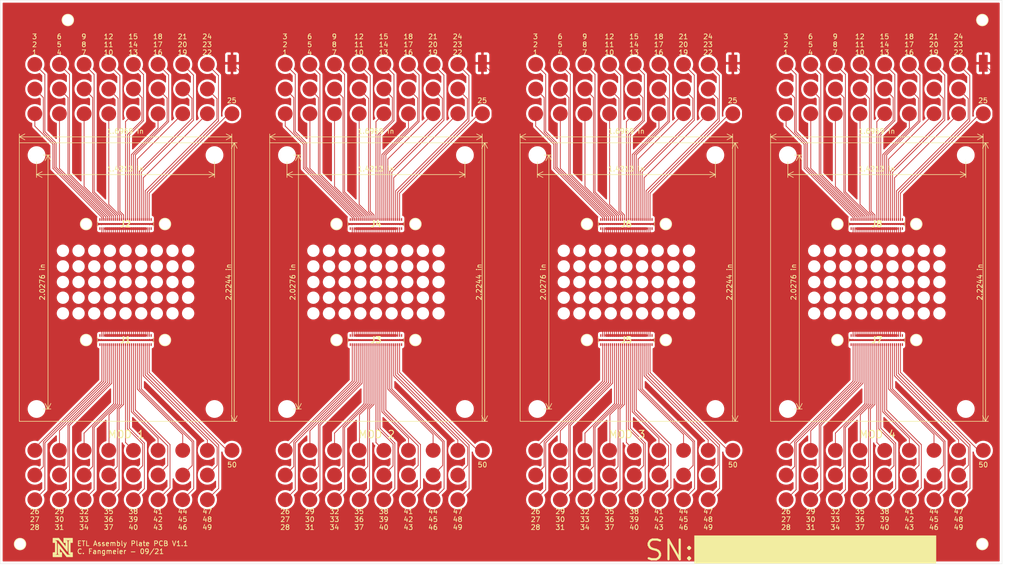
<source format=kicad_pcb>
(kicad_pcb (version 20171130) (host pcbnew "(5.1.10)-1")
  (layers (0 F.Cu signal) (31 B.Cu signal) (34 B.Paste user) (35 F.Paste user) (36 B.SilkS user) (37 F.SilkS user) (38 B.Mask user) (39 F.Mask user) (44 Edge.Cuts user))
  (net 0 "")
  (net 1 "Net-(J1-PadMP4)")
  (net 2 "Net-(J1-PadMP3)")
  (net 3 "Net-(J1-PadMP2)")
  (net 4 "Net-(J1-PadMP1)")
  (net 5 "Net-(J2-PadMP4)")
  (net 6 "Net-(J2-PadMP3)")
  (net 7 "Net-(J2-PadMP2)")
  (net 8 "Net-(J2-PadMP1)")
  (net 9 /D01)
  (net 10 /P1)
  (net 11 /D02)
  (net 12 /D03)
  (net 13 /D04)
  (net 14 /D05)
  (net 15 /D06)
  (net 16 /D07)
  (net 17 /D08)
  (net 18 /D09)
  (net 19 /D10)
  (net 20 /D11)
  (net 21 /D12)
  (net 22 /D13)
  (net 23 /D14)
  (net 24 /D15)
  (net 25 /D16)
  (net 26 /D17)
  (net 27 /D18)
  (net 28 /D19)
  (net 29 /D20)
  (net 30 /D21)
  (net 31 /D22)
  (net 32 /D23)
  (net 33 /D24)
  (net 34 /D25)
  (net 35 /D26)
  (net 36 /D27)
  (net 37 /D28)
  (net 38 /D29)
  (net 39 /D30)
  (net 40 /D31)
  (net 41 /D32)
  (net 42 /D33)
  (net 43 /D34)
  (net 44 /D35)
  (net 45 /D36)
  (net 46 /D37)
  (net 47 /D38)
  (net 48 /D39)
  (net 49 /D40)
  (net 50 /D41)
  (net 51 /D42)
  (net 52 /D43)
  (net 53 /D44)
  (net 54 /D45)
  (net 55 /D46)
  (net 56 /D47)
  (net 57 /D48)
  (net 58 /D49)
  (net 59 /D50)
  (module unl_silab:Keystone-5084-Test-Point (layer F.Cu) (at 199.4 12.775 270)
    (fp_text reference TP54 hide)
    (fp_text value TestPoint hide)
    (pad 1 smd rect (at 0 0 270) (size 3.43 1.78) (layers F.Cu F.Paste F.Mask) (net 10 /P1))
  )
  (module unl_silab:Keystone-5084-Test-Point (layer F.Cu) (at 148.6 12.775 270)
    (fp_text reference TP53 hide)
    (fp_text value TestPoint hide)
    (pad 1 smd rect (at 0 0 270) (size 3.43 1.78) (layers F.Cu F.Paste F.Mask) (net 10 /P1))
  )
  (module unl_silab:Keystone-5084-Test-Point (layer F.Cu) (at 97.8 12.775 270)
    (fp_text reference TP52 hide)
    (fp_text value TestPoint hide)
    (pad 1 smd rect (at 0 0 270) (size 3.43 1.78) (layers F.Cu F.Paste F.Mask) (net 10 /P1))
  )
  (module unl_silab:TestPoint_Pad_D3.0mm (layer F.Cu) (at 194.4 91.3)
    (fp_text reference TP47 hide)
    (fp_text value TestPoint hide)
    (pad 1 smd circle (at 0 0) (size 3 3) (layers F.Cu F.Mask) (net 31 /D22))
  )
  (module unl_silab:TestPoint_Pad_D3.0mm (layer F.Cu) (at 143.6 91.3)
    (fp_text reference TP47 hide)
    (fp_text value TestPoint hide)
    (pad 1 smd circle (at 0 0) (size 3 3) (layers F.Cu F.Mask) (net 31 /D22))
  )
  (module unl_silab:TestPoint_Pad_D3.0mm (layer F.Cu) (at 92.8 91.3)
    (fp_text reference TP47 hide)
    (fp_text value TestPoint hide)
    (pad 1 smd circle (at 0 0) (size 3 3) (layers F.Cu F.Mask) (net 31 /D22))
  )
  (module unl_silab:TestPoint_Pad_D3.0mm (layer F.Cu) (at 184.4 101.3)
    (fp_text reference TP43 hide)
    (fp_text value TestPoint hide)
    (pad 1 smd circle (at 0 0) (size 3 3) (layers F.Cu F.Mask) (net 27 /D18))
  )
  (module unl_silab:TestPoint_Pad_D3.0mm (layer F.Cu) (at 133.6 101.3)
    (fp_text reference TP43 hide)
    (fp_text value TestPoint hide)
    (pad 1 smd circle (at 0 0) (size 3 3) (layers F.Cu F.Mask) (net 27 /D18))
  )
  (module unl_silab:TestPoint_Pad_D3.0mm (layer F.Cu) (at 82.8 101.3)
    (fp_text reference TP43 hide)
    (fp_text value TestPoint hide)
    (pad 1 smd circle (at 0 0) (size 3 3) (layers F.Cu F.Mask) (net 27 /D18))
  )
  (module unl_silab:TestPoint_Pad_D3.0mm (layer F.Cu) (at 194.4 96.3)
    (fp_text reference TP48 hide)
    (fp_text value TestPoint hide)
    (pad 1 smd circle (at 0 0) (size 3 3) (layers F.Cu F.Mask) (net 32 /D23))
  )
  (module unl_silab:TestPoint_Pad_D3.0mm (layer F.Cu) (at 143.6 96.3)
    (fp_text reference TP48 hide)
    (fp_text value TestPoint hide)
    (pad 1 smd circle (at 0 0) (size 3 3) (layers F.Cu F.Mask) (net 32 /D23))
  )
  (module unl_silab:TestPoint_Pad_D3.0mm (layer F.Cu) (at 92.8 96.3)
    (fp_text reference TP48 hide)
    (fp_text value TestPoint hide)
    (pad 1 smd circle (at 0 0) (size 3 3) (layers F.Cu F.Mask) (net 32 /D23))
  )
  (module unl_silab:TestPoint_Pad_D3.0mm (layer F.Cu) (at 199.4 91.3)
    (fp_text reference TP50 hide)
    (fp_text value TestPoint hide)
    (pad 1 smd circle (at 0 0) (size 3 3) (layers F.Cu F.Mask) (net 34 /D25))
  )
  (module unl_silab:TestPoint_Pad_D3.0mm (layer F.Cu) (at 148.6 91.3)
    (fp_text reference TP50 hide)
    (fp_text value TestPoint hide)
    (pad 1 smd circle (at 0 0) (size 3 3) (layers F.Cu F.Mask) (net 34 /D25))
  )
  (module unl_silab:TestPoint_Pad_D3.0mm (layer F.Cu) (at 97.8 91.3)
    (fp_text reference TP50 hide)
    (fp_text value TestPoint hide)
    (pad 1 smd circle (at 0 0) (size 3 3) (layers F.Cu F.Mask) (net 34 /D25))
  )
  (module unl_silab:TestPoint_Pad_D3.0mm (layer F.Cu) (at 179.4 96.3)
    (fp_text reference TP39 hide)
    (fp_text value TestPoint hide)
    (pad 1 smd circle (at 0 0) (size 3 3) (layers F.Cu F.Mask) (net 23 /D14))
  )
  (module unl_silab:TestPoint_Pad_D3.0mm (layer F.Cu) (at 128.6 96.3)
    (fp_text reference TP39 hide)
    (fp_text value TestPoint hide)
    (pad 1 smd circle (at 0 0) (size 3 3) (layers F.Cu F.Mask) (net 23 /D14))
  )
  (module unl_silab:TestPoint_Pad_D3.0mm (layer F.Cu) (at 77.8 96.3)
    (fp_text reference TP39 hide)
    (fp_text value TestPoint hide)
    (pad 1 smd circle (at 0 0) (size 3 3) (layers F.Cu F.Mask) (net 23 /D14))
  )
  (module SamacSys_Parts:WP7BP050VA1R8000 (layer F.Cu) (at 177.8 45.3845)
    (fp_text reference J8 (at 0 0) (layer F.SilkS) (effects (font (size 1.27 1.27) (thickness 0.254))))
    (fp_text value WP7B-P050VA1-R8000 hide)
    (pad MP4 smd rect (at 5.2 -0.925) (size 0.22 0.55) (layers F.Cu F.Paste F.Mask) (net 5 "Net-(J2-PadMP4)"))
    (pad MP3 smd rect (at 5.2 0.925) (size 0.22 0.55) (layers F.Cu F.Paste F.Mask) (net 6 "Net-(J2-PadMP3)"))
    (pad MP2 smd rect (at -5.2 -0.925) (size 0.22 0.55) (layers F.Cu F.Paste F.Mask) (net 7 "Net-(J2-PadMP2)"))
    (pad MP1 smd rect (at -5.2 0.925) (size 0.22 0.55) (layers F.Cu F.Paste F.Mask) (net 8 "Net-(J2-PadMP1)"))
    (pad 50 smd rect (at 4.8 -0.925) (size 0.22 0.55) (layers F.Cu F.Paste F.Mask) (net 59 /D50))
    (pad 49 smd rect (at 4.8 0.925) (size 0.22 0.55) (layers F.Cu F.Paste F.Mask) (net 10 /P1))
    (pad 48 smd rect (at 4.4 -0.925) (size 0.22 0.55) (layers F.Cu F.Paste F.Mask) (net 58 /D49))
    (pad 47 smd rect (at 4.4 0.925) (size 0.22 0.55) (layers F.Cu F.Paste F.Mask) (net 10 /P1))
    (pad 46 smd rect (at 4 -0.925) (size 0.22 0.55) (layers F.Cu F.Paste F.Mask) (net 57 /D48))
    (pad 45 smd rect (at 4 0.925) (size 0.22 0.55) (layers F.Cu F.Paste F.Mask) (net 10 /P1))
    (pad 44 smd rect (at 3.6 -0.925) (size 0.22 0.55) (layers F.Cu F.Paste F.Mask) (net 56 /D47))
    (pad 43 smd rect (at 3.6 0.925) (size 0.22 0.55) (layers F.Cu F.Paste F.Mask) (net 10 /P1))
    (pad 42 smd rect (at 3.2 -0.925) (size 0.22 0.55) (layers F.Cu F.Paste F.Mask) (net 55 /D46))
    (pad 41 smd rect (at 3.2 0.925) (size 0.22 0.55) (layers F.Cu F.Paste F.Mask) (net 10 /P1))
    (pad 40 smd rect (at 2.8 -0.925) (size 0.22 0.55) (layers F.Cu F.Paste F.Mask) (net 54 /D45))
    (pad 39 smd rect (at 2.8 0.925) (size 0.22 0.55) (layers F.Cu F.Paste F.Mask) (net 10 /P1))
    (pad 38 smd rect (at 2.4 -0.925) (size 0.22 0.55) (layers F.Cu F.Paste F.Mask) (net 53 /D44))
    (pad 37 smd rect (at 2.4 0.925) (size 0.22 0.55) (layers F.Cu F.Paste F.Mask) (net 10 /P1))
    (pad 36 smd rect (at 2 -0.925) (size 0.22 0.55) (layers F.Cu F.Paste F.Mask) (net 52 /D43))
    (pad 35 smd rect (at 2 0.925) (size 0.22 0.55) (layers F.Cu F.Paste F.Mask) (net 10 /P1))
    (pad 34 smd rect (at 1.6 -0.925) (size 0.22 0.55) (layers F.Cu F.Paste F.Mask) (net 51 /D42))
    (pad 33 smd rect (at 1.6 0.925) (size 0.22 0.55) (layers F.Cu F.Paste F.Mask) (net 10 /P1))
    (pad 32 smd rect (at 1.2 -0.925) (size 0.22 0.55) (layers F.Cu F.Paste F.Mask) (net 50 /D41))
    (pad 31 smd rect (at 1.2 0.925) (size 0.22 0.55) (layers F.Cu F.Paste F.Mask) (net 10 /P1))
    (pad 30 smd rect (at 0.8 -0.925) (size 0.22 0.55) (layers F.Cu F.Paste F.Mask) (net 49 /D40))
    (pad 29 smd rect (at 0.8 0.925) (size 0.22 0.55) (layers F.Cu F.Paste F.Mask) (net 10 /P1))
    (pad 28 smd rect (at 0.4 -0.925) (size 0.22 0.55) (layers F.Cu F.Paste F.Mask) (net 48 /D39))
    (pad 27 smd rect (at 0.4 0.925) (size 0.22 0.55) (layers F.Cu F.Paste F.Mask) (net 10 /P1))
    (pad 26 smd rect (at 0 -0.925) (size 0.22 0.55) (layers F.Cu F.Paste F.Mask) (net 47 /D38))
    (pad 25 smd rect (at 0 0.925) (size 0.22 0.55) (layers F.Cu F.Paste F.Mask) (net 10 /P1))
    (pad 24 smd rect (at -0.4 -0.925) (size 0.22 0.55) (layers F.Cu F.Paste F.Mask) (net 46 /D37))
    (pad 23 smd rect (at -0.4 0.925) (size 0.22 0.55) (layers F.Cu F.Paste F.Mask) (net 10 /P1))
    (pad 22 smd rect (at -0.8 -0.925) (size 0.22 0.55) (layers F.Cu F.Paste F.Mask) (net 45 /D36))
    (pad 21 smd rect (at -0.8 0.925) (size 0.22 0.55) (layers F.Cu F.Paste F.Mask) (net 10 /P1))
    (pad 20 smd rect (at -1.2 -0.925) (size 0.22 0.55) (layers F.Cu F.Paste F.Mask) (net 44 /D35))
    (pad 19 smd rect (at -1.2 0.925) (size 0.22 0.55) (layers F.Cu F.Paste F.Mask) (net 10 /P1))
    (pad 18 smd rect (at -1.6 -0.925) (size 0.22 0.55) (layers F.Cu F.Paste F.Mask) (net 43 /D34))
    (pad 17 smd rect (at -1.6 0.925) (size 0.22 0.55) (layers F.Cu F.Paste F.Mask) (net 10 /P1))
    (pad 16 smd rect (at -2 -0.925) (size 0.22 0.55) (layers F.Cu F.Paste F.Mask) (net 42 /D33))
    (pad 15 smd rect (at -2 0.925) (size 0.22 0.55) (layers F.Cu F.Paste F.Mask) (net 10 /P1))
    (pad 14 smd rect (at -2.4 -0.925) (size 0.22 0.55) (layers F.Cu F.Paste F.Mask) (net 41 /D32))
    (pad 13 smd rect (at -2.4 0.925) (size 0.22 0.55) (layers F.Cu F.Paste F.Mask) (net 10 /P1))
    (pad 12 smd rect (at -2.8 -0.925) (size 0.22 0.55) (layers F.Cu F.Paste F.Mask) (net 40 /D31))
    (pad 11 smd rect (at -2.8 0.925) (size 0.22 0.55) (layers F.Cu F.Paste F.Mask) (net 10 /P1))
    (pad 10 smd rect (at -3.2 -0.925) (size 0.22 0.55) (layers F.Cu F.Paste F.Mask) (net 39 /D30))
    (pad 9 smd rect (at -3.2 0.925) (size 0.22 0.55) (layers F.Cu F.Paste F.Mask) (net 10 /P1))
    (pad 8 smd rect (at -3.6 -0.925) (size 0.22 0.55) (layers F.Cu F.Paste F.Mask) (net 38 /D29))
    (pad 7 smd rect (at -3.6 0.925) (size 0.22 0.55) (layers F.Cu F.Paste F.Mask) (net 10 /P1))
    (pad 6 smd rect (at -4 -0.925) (size 0.22 0.55) (layers F.Cu F.Paste F.Mask) (net 37 /D28))
    (pad 5 smd rect (at -4 0.925) (size 0.22 0.55) (layers F.Cu F.Paste F.Mask) (net 10 /P1))
    (pad 4 smd rect (at -4.4 -0.925) (size 0.22 0.55) (layers F.Cu F.Paste F.Mask) (net 36 /D27))
    (pad 3 smd rect (at -4.4 0.925) (size 0.22 0.55) (layers F.Cu F.Paste F.Mask) (net 10 /P1))
    (pad 2 smd rect (at -4.8 -0.925) (size 0.22 0.55) (layers F.Cu F.Paste F.Mask) (net 35 /D26))
    (pad 1 smd rect (at -4.8 0.925) (size 0.22 0.55) (layers F.Cu F.Paste F.Mask) (net 10 /P1))
  )
  (module SamacSys_Parts:WP7BP050VA1R8000 (layer F.Cu) (at 127 45.3845)
    (fp_text reference J6 (at 0 0) (layer F.SilkS) (effects (font (size 1.27 1.27) (thickness 0.254))))
    (fp_text value WP7B-P050VA1-R8000 hide)
    (pad MP4 smd rect (at 5.2 -0.925) (size 0.22 0.55) (layers F.Cu F.Paste F.Mask) (net 5 "Net-(J2-PadMP4)"))
    (pad MP3 smd rect (at 5.2 0.925) (size 0.22 0.55) (layers F.Cu F.Paste F.Mask) (net 6 "Net-(J2-PadMP3)"))
    (pad MP2 smd rect (at -5.2 -0.925) (size 0.22 0.55) (layers F.Cu F.Paste F.Mask) (net 7 "Net-(J2-PadMP2)"))
    (pad MP1 smd rect (at -5.2 0.925) (size 0.22 0.55) (layers F.Cu F.Paste F.Mask) (net 8 "Net-(J2-PadMP1)"))
    (pad 50 smd rect (at 4.8 -0.925) (size 0.22 0.55) (layers F.Cu F.Paste F.Mask) (net 59 /D50))
    (pad 49 smd rect (at 4.8 0.925) (size 0.22 0.55) (layers F.Cu F.Paste F.Mask) (net 10 /P1))
    (pad 48 smd rect (at 4.4 -0.925) (size 0.22 0.55) (layers F.Cu F.Paste F.Mask) (net 58 /D49))
    (pad 47 smd rect (at 4.4 0.925) (size 0.22 0.55) (layers F.Cu F.Paste F.Mask) (net 10 /P1))
    (pad 46 smd rect (at 4 -0.925) (size 0.22 0.55) (layers F.Cu F.Paste F.Mask) (net 57 /D48))
    (pad 45 smd rect (at 4 0.925) (size 0.22 0.55) (layers F.Cu F.Paste F.Mask) (net 10 /P1))
    (pad 44 smd rect (at 3.6 -0.925) (size 0.22 0.55) (layers F.Cu F.Paste F.Mask) (net 56 /D47))
    (pad 43 smd rect (at 3.6 0.925) (size 0.22 0.55) (layers F.Cu F.Paste F.Mask) (net 10 /P1))
    (pad 42 smd rect (at 3.2 -0.925) (size 0.22 0.55) (layers F.Cu F.Paste F.Mask) (net 55 /D46))
    (pad 41 smd rect (at 3.2 0.925) (size 0.22 0.55) (layers F.Cu F.Paste F.Mask) (net 10 /P1))
    (pad 40 smd rect (at 2.8 -0.925) (size 0.22 0.55) (layers F.Cu F.Paste F.Mask) (net 54 /D45))
    (pad 39 smd rect (at 2.8 0.925) (size 0.22 0.55) (layers F.Cu F.Paste F.Mask) (net 10 /P1))
    (pad 38 smd rect (at 2.4 -0.925) (size 0.22 0.55) (layers F.Cu F.Paste F.Mask) (net 53 /D44))
    (pad 37 smd rect (at 2.4 0.925) (size 0.22 0.55) (layers F.Cu F.Paste F.Mask) (net 10 /P1))
    (pad 36 smd rect (at 2 -0.925) (size 0.22 0.55) (layers F.Cu F.Paste F.Mask) (net 52 /D43))
    (pad 35 smd rect (at 2 0.925) (size 0.22 0.55) (layers F.Cu F.Paste F.Mask) (net 10 /P1))
    (pad 34 smd rect (at 1.6 -0.925) (size 0.22 0.55) (layers F.Cu F.Paste F.Mask) (net 51 /D42))
    (pad 33 smd rect (at 1.6 0.925) (size 0.22 0.55) (layers F.Cu F.Paste F.Mask) (net 10 /P1))
    (pad 32 smd rect (at 1.2 -0.925) (size 0.22 0.55) (layers F.Cu F.Paste F.Mask) (net 50 /D41))
    (pad 31 smd rect (at 1.2 0.925) (size 0.22 0.55) (layers F.Cu F.Paste F.Mask) (net 10 /P1))
    (pad 30 smd rect (at 0.8 -0.925) (size 0.22 0.55) (layers F.Cu F.Paste F.Mask) (net 49 /D40))
    (pad 29 smd rect (at 0.8 0.925) (size 0.22 0.55) (layers F.Cu F.Paste F.Mask) (net 10 /P1))
    (pad 28 smd rect (at 0.4 -0.925) (size 0.22 0.55) (layers F.Cu F.Paste F.Mask) (net 48 /D39))
    (pad 27 smd rect (at 0.4 0.925) (size 0.22 0.55) (layers F.Cu F.Paste F.Mask) (net 10 /P1))
    (pad 26 smd rect (at 0 -0.925) (size 0.22 0.55) (layers F.Cu F.Paste F.Mask) (net 47 /D38))
    (pad 25 smd rect (at 0 0.925) (size 0.22 0.55) (layers F.Cu F.Paste F.Mask) (net 10 /P1))
    (pad 24 smd rect (at -0.4 -0.925) (size 0.22 0.55) (layers F.Cu F.Paste F.Mask) (net 46 /D37))
    (pad 23 smd rect (at -0.4 0.925) (size 0.22 0.55) (layers F.Cu F.Paste F.Mask) (net 10 /P1))
    (pad 22 smd rect (at -0.8 -0.925) (size 0.22 0.55) (layers F.Cu F.Paste F.Mask) (net 45 /D36))
    (pad 21 smd rect (at -0.8 0.925) (size 0.22 0.55) (layers F.Cu F.Paste F.Mask) (net 10 /P1))
    (pad 20 smd rect (at -1.2 -0.925) (size 0.22 0.55) (layers F.Cu F.Paste F.Mask) (net 44 /D35))
    (pad 19 smd rect (at -1.2 0.925) (size 0.22 0.55) (layers F.Cu F.Paste F.Mask) (net 10 /P1))
    (pad 18 smd rect (at -1.6 -0.925) (size 0.22 0.55) (layers F.Cu F.Paste F.Mask) (net 43 /D34))
    (pad 17 smd rect (at -1.6 0.925) (size 0.22 0.55) (layers F.Cu F.Paste F.Mask) (net 10 /P1))
    (pad 16 smd rect (at -2 -0.925) (size 0.22 0.55) (layers F.Cu F.Paste F.Mask) (net 42 /D33))
    (pad 15 smd rect (at -2 0.925) (size 0.22 0.55) (layers F.Cu F.Paste F.Mask) (net 10 /P1))
    (pad 14 smd rect (at -2.4 -0.925) (size 0.22 0.55) (layers F.Cu F.Paste F.Mask) (net 41 /D32))
    (pad 13 smd rect (at -2.4 0.925) (size 0.22 0.55) (layers F.Cu F.Paste F.Mask) (net 10 /P1))
    (pad 12 smd rect (at -2.8 -0.925) (size 0.22 0.55) (layers F.Cu F.Paste F.Mask) (net 40 /D31))
    (pad 11 smd rect (at -2.8 0.925) (size 0.22 0.55) (layers F.Cu F.Paste F.Mask) (net 10 /P1))
    (pad 10 smd rect (at -3.2 -0.925) (size 0.22 0.55) (layers F.Cu F.Paste F.Mask) (net 39 /D30))
    (pad 9 smd rect (at -3.2 0.925) (size 0.22 0.55) (layers F.Cu F.Paste F.Mask) (net 10 /P1))
    (pad 8 smd rect (at -3.6 -0.925) (size 0.22 0.55) (layers F.Cu F.Paste F.Mask) (net 38 /D29))
    (pad 7 smd rect (at -3.6 0.925) (size 0.22 0.55) (layers F.Cu F.Paste F.Mask) (net 10 /P1))
    (pad 6 smd rect (at -4 -0.925) (size 0.22 0.55) (layers F.Cu F.Paste F.Mask) (net 37 /D28))
    (pad 5 smd rect (at -4 0.925) (size 0.22 0.55) (layers F.Cu F.Paste F.Mask) (net 10 /P1))
    (pad 4 smd rect (at -4.4 -0.925) (size 0.22 0.55) (layers F.Cu F.Paste F.Mask) (net 36 /D27))
    (pad 3 smd rect (at -4.4 0.925) (size 0.22 0.55) (layers F.Cu F.Paste F.Mask) (net 10 /P1))
    (pad 2 smd rect (at -4.8 -0.925) (size 0.22 0.55) (layers F.Cu F.Paste F.Mask) (net 35 /D26))
    (pad 1 smd rect (at -4.8 0.925) (size 0.22 0.55) (layers F.Cu F.Paste F.Mask) (net 10 /P1))
  )
  (module SamacSys_Parts:WP7BP050VA1R8000 (layer F.Cu) (at 76.2 45.3845)
    (fp_text reference J4 (at 0 0) (layer F.SilkS) (effects (font (size 1.27 1.27) (thickness 0.254))))
    (fp_text value WP7B-P050VA1-R8000 hide)
    (pad MP4 smd rect (at 5.2 -0.925) (size 0.22 0.55) (layers F.Cu F.Paste F.Mask) (net 5 "Net-(J2-PadMP4)"))
    (pad MP3 smd rect (at 5.2 0.925) (size 0.22 0.55) (layers F.Cu F.Paste F.Mask) (net 6 "Net-(J2-PadMP3)"))
    (pad MP2 smd rect (at -5.2 -0.925) (size 0.22 0.55) (layers F.Cu F.Paste F.Mask) (net 7 "Net-(J2-PadMP2)"))
    (pad MP1 smd rect (at -5.2 0.925) (size 0.22 0.55) (layers F.Cu F.Paste F.Mask) (net 8 "Net-(J2-PadMP1)"))
    (pad 50 smd rect (at 4.8 -0.925) (size 0.22 0.55) (layers F.Cu F.Paste F.Mask) (net 59 /D50))
    (pad 49 smd rect (at 4.8 0.925) (size 0.22 0.55) (layers F.Cu F.Paste F.Mask) (net 10 /P1))
    (pad 48 smd rect (at 4.4 -0.925) (size 0.22 0.55) (layers F.Cu F.Paste F.Mask) (net 58 /D49))
    (pad 47 smd rect (at 4.4 0.925) (size 0.22 0.55) (layers F.Cu F.Paste F.Mask) (net 10 /P1))
    (pad 46 smd rect (at 4 -0.925) (size 0.22 0.55) (layers F.Cu F.Paste F.Mask) (net 57 /D48))
    (pad 45 smd rect (at 4 0.925) (size 0.22 0.55) (layers F.Cu F.Paste F.Mask) (net 10 /P1))
    (pad 44 smd rect (at 3.6 -0.925) (size 0.22 0.55) (layers F.Cu F.Paste F.Mask) (net 56 /D47))
    (pad 43 smd rect (at 3.6 0.925) (size 0.22 0.55) (layers F.Cu F.Paste F.Mask) (net 10 /P1))
    (pad 42 smd rect (at 3.2 -0.925) (size 0.22 0.55) (layers F.Cu F.Paste F.Mask) (net 55 /D46))
    (pad 41 smd rect (at 3.2 0.925) (size 0.22 0.55) (layers F.Cu F.Paste F.Mask) (net 10 /P1))
    (pad 40 smd rect (at 2.8 -0.925) (size 0.22 0.55) (layers F.Cu F.Paste F.Mask) (net 54 /D45))
    (pad 39 smd rect (at 2.8 0.925) (size 0.22 0.55) (layers F.Cu F.Paste F.Mask) (net 10 /P1))
    (pad 38 smd rect (at 2.4 -0.925) (size 0.22 0.55) (layers F.Cu F.Paste F.Mask) (net 53 /D44))
    (pad 37 smd rect (at 2.4 0.925) (size 0.22 0.55) (layers F.Cu F.Paste F.Mask) (net 10 /P1))
    (pad 36 smd rect (at 2 -0.925) (size 0.22 0.55) (layers F.Cu F.Paste F.Mask) (net 52 /D43))
    (pad 35 smd rect (at 2 0.925) (size 0.22 0.55) (layers F.Cu F.Paste F.Mask) (net 10 /P1))
    (pad 34 smd rect (at 1.6 -0.925) (size 0.22 0.55) (layers F.Cu F.Paste F.Mask) (net 51 /D42))
    (pad 33 smd rect (at 1.6 0.925) (size 0.22 0.55) (layers F.Cu F.Paste F.Mask) (net 10 /P1))
    (pad 32 smd rect (at 1.2 -0.925) (size 0.22 0.55) (layers F.Cu F.Paste F.Mask) (net 50 /D41))
    (pad 31 smd rect (at 1.2 0.925) (size 0.22 0.55) (layers F.Cu F.Paste F.Mask) (net 10 /P1))
    (pad 30 smd rect (at 0.8 -0.925) (size 0.22 0.55) (layers F.Cu F.Paste F.Mask) (net 49 /D40))
    (pad 29 smd rect (at 0.8 0.925) (size 0.22 0.55) (layers F.Cu F.Paste F.Mask) (net 10 /P1))
    (pad 28 smd rect (at 0.4 -0.925) (size 0.22 0.55) (layers F.Cu F.Paste F.Mask) (net 48 /D39))
    (pad 27 smd rect (at 0.4 0.925) (size 0.22 0.55) (layers F.Cu F.Paste F.Mask) (net 10 /P1))
    (pad 26 smd rect (at 0 -0.925) (size 0.22 0.55) (layers F.Cu F.Paste F.Mask) (net 47 /D38))
    (pad 25 smd rect (at 0 0.925) (size 0.22 0.55) (layers F.Cu F.Paste F.Mask) (net 10 /P1))
    (pad 24 smd rect (at -0.4 -0.925) (size 0.22 0.55) (layers F.Cu F.Paste F.Mask) (net 46 /D37))
    (pad 23 smd rect (at -0.4 0.925) (size 0.22 0.55) (layers F.Cu F.Paste F.Mask) (net 10 /P1))
    (pad 22 smd rect (at -0.8 -0.925) (size 0.22 0.55) (layers F.Cu F.Paste F.Mask) (net 45 /D36))
    (pad 21 smd rect (at -0.8 0.925) (size 0.22 0.55) (layers F.Cu F.Paste F.Mask) (net 10 /P1))
    (pad 20 smd rect (at -1.2 -0.925) (size 0.22 0.55) (layers F.Cu F.Paste F.Mask) (net 44 /D35))
    (pad 19 smd rect (at -1.2 0.925) (size 0.22 0.55) (layers F.Cu F.Paste F.Mask) (net 10 /P1))
    (pad 18 smd rect (at -1.6 -0.925) (size 0.22 0.55) (layers F.Cu F.Paste F.Mask) (net 43 /D34))
    (pad 17 smd rect (at -1.6 0.925) (size 0.22 0.55) (layers F.Cu F.Paste F.Mask) (net 10 /P1))
    (pad 16 smd rect (at -2 -0.925) (size 0.22 0.55) (layers F.Cu F.Paste F.Mask) (net 42 /D33))
    (pad 15 smd rect (at -2 0.925) (size 0.22 0.55) (layers F.Cu F.Paste F.Mask) (net 10 /P1))
    (pad 14 smd rect (at -2.4 -0.925) (size 0.22 0.55) (layers F.Cu F.Paste F.Mask) (net 41 /D32))
    (pad 13 smd rect (at -2.4 0.925) (size 0.22 0.55) (layers F.Cu F.Paste F.Mask) (net 10 /P1))
    (pad 12 smd rect (at -2.8 -0.925) (size 0.22 0.55) (layers F.Cu F.Paste F.Mask) (net 40 /D31))
    (pad 11 smd rect (at -2.8 0.925) (size 0.22 0.55) (layers F.Cu F.Paste F.Mask) (net 10 /P1))
    (pad 10 smd rect (at -3.2 -0.925) (size 0.22 0.55) (layers F.Cu F.Paste F.Mask) (net 39 /D30))
    (pad 9 smd rect (at -3.2 0.925) (size 0.22 0.55) (layers F.Cu F.Paste F.Mask) (net 10 /P1))
    (pad 8 smd rect (at -3.6 -0.925) (size 0.22 0.55) (layers F.Cu F.Paste F.Mask) (net 38 /D29))
    (pad 7 smd rect (at -3.6 0.925) (size 0.22 0.55) (layers F.Cu F.Paste F.Mask) (net 10 /P1))
    (pad 6 smd rect (at -4 -0.925) (size 0.22 0.55) (layers F.Cu F.Paste F.Mask) (net 37 /D28))
    (pad 5 smd rect (at -4 0.925) (size 0.22 0.55) (layers F.Cu F.Paste F.Mask) (net 10 /P1))
    (pad 4 smd rect (at -4.4 -0.925) (size 0.22 0.55) (layers F.Cu F.Paste F.Mask) (net 36 /D27))
    (pad 3 smd rect (at -4.4 0.925) (size 0.22 0.55) (layers F.Cu F.Paste F.Mask) (net 10 /P1))
    (pad 2 smd rect (at -4.8 -0.925) (size 0.22 0.55) (layers F.Cu F.Paste F.Mask) (net 35 /D26))
    (pad 1 smd rect (at -4.8 0.925) (size 0.22 0.55) (layers F.Cu F.Paste F.Mask) (net 10 /P1))
  )
  (module unl_silab:TestPoint_Pad_D3.0mm (layer F.Cu) (at 179.4 101.3)
    (fp_text reference TP40 hide)
    (fp_text value TestPoint hide)
    (pad 1 smd circle (at 0 0) (size 3 3) (layers F.Cu F.Mask) (net 24 /D15))
  )
  (module unl_silab:TestPoint_Pad_D3.0mm (layer F.Cu) (at 128.6 101.3)
    (fp_text reference TP40 hide)
    (fp_text value TestPoint hide)
    (pad 1 smd circle (at 0 0) (size 3 3) (layers F.Cu F.Mask) (net 24 /D15))
  )
  (module unl_silab:TestPoint_Pad_D3.0mm (layer F.Cu) (at 77.8 101.3)
    (fp_text reference TP40 hide)
    (fp_text value TestPoint hide)
    (pad 1 smd circle (at 0 0) (size 3 3) (layers F.Cu F.Mask) (net 24 /D15))
  )
  (module unl_silab:TestPoint_Pad_D3.0mm (layer F.Cu) (at 184.4 91.3)
    (fp_text reference TP41 hide)
    (fp_text value TestPoint hide)
    (pad 1 smd circle (at 0 0) (size 3 3) (layers F.Cu F.Mask) (net 25 /D16))
  )
  (module unl_silab:TestPoint_Pad_D3.0mm (layer F.Cu) (at 133.6 91.3)
    (fp_text reference TP41 hide)
    (fp_text value TestPoint hide)
    (pad 1 smd circle (at 0 0) (size 3 3) (layers F.Cu F.Mask) (net 25 /D16))
  )
  (module unl_silab:TestPoint_Pad_D3.0mm (layer F.Cu) (at 82.8 91.3)
    (fp_text reference TP41 hide)
    (fp_text value TestPoint hide)
    (pad 1 smd circle (at 0 0) (size 3 3) (layers F.Cu F.Mask) (net 25 /D16))
  )
  (module unl_silab:TestPoint_Pad_D3.0mm (layer F.Cu) (at 189.4 91.3)
    (fp_text reference TP44 hide)
    (fp_text value TestPoint hide)
    (pad 1 smd circle (at 0 0) (size 3 3) (layers F.Cu F.Mask) (net 28 /D19))
  )
  (module unl_silab:TestPoint_Pad_D3.0mm (layer F.Cu) (at 138.6 91.3)
    (fp_text reference TP44 hide)
    (fp_text value TestPoint hide)
    (pad 1 smd circle (at 0 0) (size 3 3) (layers F.Cu F.Mask) (net 28 /D19))
  )
  (module unl_silab:TestPoint_Pad_D3.0mm (layer F.Cu) (at 87.8 91.3)
    (fp_text reference TP44 hide)
    (fp_text value TestPoint hide)
    (pad 1 smd circle (at 0 0) (size 3 3) (layers F.Cu F.Mask) (net 28 /D19))
  )
  (module unl_silab:TestPoint_Pad_D3.0mm (layer F.Cu) (at 189.4 96.3)
    (fp_text reference TP45 hide)
    (fp_text value TestPoint hide)
    (pad 1 smd circle (at 0 0) (size 3 3) (layers F.Cu F.Mask) (net 29 /D20))
  )
  (module unl_silab:TestPoint_Pad_D3.0mm (layer F.Cu) (at 138.6 96.3)
    (fp_text reference TP45 hide)
    (fp_text value TestPoint hide)
    (pad 1 smd circle (at 0 0) (size 3 3) (layers F.Cu F.Mask) (net 29 /D20))
  )
  (module unl_silab:TestPoint_Pad_D3.0mm (layer F.Cu) (at 87.8 96.3)
    (fp_text reference TP45 hide)
    (fp_text value TestPoint hide)
    (pad 1 smd circle (at 0 0) (size 3 3) (layers F.Cu F.Mask) (net 29 /D20))
  )
  (module unl_silab:TestPoint_Pad_D3.0mm (layer F.Cu) (at 189.4 101.3)
    (fp_text reference TP46 hide)
    (fp_text value TestPoint hide)
    (pad 1 smd circle (at 0 0) (size 3 3) (layers F.Cu F.Mask) (net 30 /D21))
  )
  (module unl_silab:TestPoint_Pad_D3.0mm (layer F.Cu) (at 138.6 101.3)
    (fp_text reference TP46 hide)
    (fp_text value TestPoint hide)
    (pad 1 smd circle (at 0 0) (size 3 3) (layers F.Cu F.Mask) (net 30 /D21))
  )
  (module unl_silab:TestPoint_Pad_D3.0mm (layer F.Cu) (at 87.8 101.3)
    (fp_text reference TP46 hide)
    (fp_text value TestPoint hide)
    (pad 1 smd circle (at 0 0) (size 3 3) (layers F.Cu F.Mask) (net 30 /D21))
  )
  (module unl_silab:TestPoint_Pad_D3.0mm (layer F.Cu) (at 184.4 96.3)
    (fp_text reference TP42 hide)
    (fp_text value TestPoint hide)
    (pad 1 smd circle (at 0 0) (size 3 3) (layers F.Cu F.Mask) (net 26 /D17))
  )
  (module unl_silab:TestPoint_Pad_D3.0mm (layer F.Cu) (at 133.6 96.3)
    (fp_text reference TP42 hide)
    (fp_text value TestPoint hide)
    (pad 1 smd circle (at 0 0) (size 3 3) (layers F.Cu F.Mask) (net 26 /D17))
  )
  (module unl_silab:TestPoint_Pad_D3.0mm (layer F.Cu) (at 82.8 96.3)
    (fp_text reference TP42 hide)
    (fp_text value TestPoint hide)
    (pad 1 smd circle (at 0 0) (size 3 3) (layers F.Cu F.Mask) (net 26 /D17))
  )
  (module unl_silab:TestPoint_Pad_D3.0mm (layer F.Cu) (at 194.4 101.3)
    (fp_text reference TP49 hide)
    (fp_text value TestPoint hide)
    (pad 1 smd circle (at 0 0) (size 3 3) (layers F.Cu F.Mask) (net 33 /D24))
  )
  (module unl_silab:TestPoint_Pad_D3.0mm (layer F.Cu) (at 143.6 101.3)
    (fp_text reference TP49 hide)
    (fp_text value TestPoint hide)
    (pad 1 smd circle (at 0 0) (size 3 3) (layers F.Cu F.Mask) (net 33 /D24))
  )
  (module unl_silab:TestPoint_Pad_D3.0mm (layer F.Cu) (at 92.8 101.3)
    (fp_text reference TP49 hide)
    (fp_text value TestPoint hide)
    (pad 1 smd circle (at 0 0) (size 3 3) (layers F.Cu F.Mask) (net 33 /D24))
  )
  (module MountingHole:MountingHole_2.7mm (layer F.Cu) (at 159.75 31.4)
    (fp_text reference REF** hide)
    (fp_text value MountingHole_2.7mm hide)
    (pad "" np_thru_hole circle (at 0 0) (size 2.7 2.7) (drill 2.7) (layers *.Cu *.Mask))
  )
  (module MountingHole:MountingHole_2.7mm (layer F.Cu) (at 108.95 31.4)
    (fp_text reference REF** hide)
    (fp_text value MountingHole_2.7mm hide)
    (pad "" np_thru_hole circle (at 0 0) (size 2.7 2.7) (drill 2.7) (layers *.Cu *.Mask))
  )
  (module MountingHole:MountingHole_2.7mm (layer F.Cu) (at 58.15 31.4)
    (fp_text reference REF** hide)
    (fp_text value MountingHole_2.7mm hide)
    (pad "" np_thru_hole circle (at 0 0) (size 2.7 2.7) (drill 2.7) (layers *.Cu *.Mask))
  )
  (module unl_silab:1p6mmHole (layer F.Cu) (at 185.8 45.3845)
    (fp_text reference REF** hide)
    (fp_text value 1p6mmHole)
    (pad "" np_thru_hole circle (at 0 0) (size 1.6 1.6) (drill 1.6) (layers *.Cu *.Mask))
  )
  (module unl_silab:1p6mmHole (layer F.Cu) (at 135 45.3845)
    (fp_text reference REF** hide)
    (fp_text value 1p6mmHole)
    (pad "" np_thru_hole circle (at 0 0) (size 1.6 1.6) (drill 1.6) (layers *.Cu *.Mask))
  )
  (module unl_silab:1p6mmHole (layer F.Cu) (at 84.2 45.3845)
    (fp_text reference REF** hide)
    (fp_text value 1p6mmHole)
    (pad "" np_thru_hole circle (at 0 0) (size 1.6 1.6) (drill 1.6) (layers *.Cu *.Mask))
  )
  (module MountingHole:MountingHole_2.7mm (layer F.Cu) (at 159.75 82.9)
    (fp_text reference REF** hide)
    (fp_text value MountingHole_2.7mm hide)
    (pad "" np_thru_hole circle (at 0 0) (size 2.7 2.7) (drill 2.7) (layers *.Cu *.Mask))
  )
  (module MountingHole:MountingHole_2.7mm (layer F.Cu) (at 108.95 82.9)
    (fp_text reference REF** hide)
    (fp_text value MountingHole_2.7mm hide)
    (pad "" np_thru_hole circle (at 0 0) (size 2.7 2.7) (drill 2.7) (layers *.Cu *.Mask))
  )
  (module MountingHole:MountingHole_2.7mm (layer F.Cu) (at 58.15 82.9)
    (fp_text reference REF** hide)
    (fp_text value MountingHole_2.7mm hide)
    (pad "" np_thru_hole circle (at 0 0) (size 2.7 2.7) (drill 2.7) (layers *.Cu *.Mask))
  )
  (module SamacSys_Parts:WP7BP050VA1R8000 (layer F.Cu) (at 177.8 68.9155)
    (fp_text reference J7 (at 0 0) (layer F.SilkS) (effects (font (size 1.27 1.27) (thickness 0.254))))
    (fp_text value WP7B-P050VA1-R8000 hide)
    (pad MP4 smd rect (at 5.2 -0.925) (size 0.22 0.55) (layers F.Cu F.Paste F.Mask) (net 1 "Net-(J1-PadMP4)"))
    (pad MP3 smd rect (at 5.2 0.925) (size 0.22 0.55) (layers F.Cu F.Paste F.Mask) (net 2 "Net-(J1-PadMP3)"))
    (pad MP2 smd rect (at -5.2 -0.925) (size 0.22 0.55) (layers F.Cu F.Paste F.Mask) (net 3 "Net-(J1-PadMP2)"))
    (pad MP1 smd rect (at -5.2 0.925) (size 0.22 0.55) (layers F.Cu F.Paste F.Mask) (net 4 "Net-(J1-PadMP1)"))
    (pad 50 smd rect (at 4.8 -0.925) (size 0.22 0.55) (layers F.Cu F.Paste F.Mask) (net 10 /P1))
    (pad 49 smd rect (at 4.8 0.925) (size 0.22 0.55) (layers F.Cu F.Paste F.Mask) (net 34 /D25))
    (pad 48 smd rect (at 4.4 -0.925) (size 0.22 0.55) (layers F.Cu F.Paste F.Mask) (net 10 /P1))
    (pad 47 smd rect (at 4.4 0.925) (size 0.22 0.55) (layers F.Cu F.Paste F.Mask) (net 33 /D24))
    (pad 46 smd rect (at 4 -0.925) (size 0.22 0.55) (layers F.Cu F.Paste F.Mask) (net 10 /P1))
    (pad 45 smd rect (at 4 0.925) (size 0.22 0.55) (layers F.Cu F.Paste F.Mask) (net 32 /D23))
    (pad 44 smd rect (at 3.6 -0.925) (size 0.22 0.55) (layers F.Cu F.Paste F.Mask) (net 10 /P1))
    (pad 43 smd rect (at 3.6 0.925) (size 0.22 0.55) (layers F.Cu F.Paste F.Mask) (net 31 /D22))
    (pad 42 smd rect (at 3.2 -0.925) (size 0.22 0.55) (layers F.Cu F.Paste F.Mask) (net 10 /P1))
    (pad 41 smd rect (at 3.2 0.925) (size 0.22 0.55) (layers F.Cu F.Paste F.Mask) (net 30 /D21))
    (pad 40 smd rect (at 2.8 -0.925) (size 0.22 0.55) (layers F.Cu F.Paste F.Mask) (net 10 /P1))
    (pad 39 smd rect (at 2.8 0.925) (size 0.22 0.55) (layers F.Cu F.Paste F.Mask) (net 29 /D20))
    (pad 38 smd rect (at 2.4 -0.925) (size 0.22 0.55) (layers F.Cu F.Paste F.Mask) (net 10 /P1))
    (pad 37 smd rect (at 2.4 0.925) (size 0.22 0.55) (layers F.Cu F.Paste F.Mask) (net 28 /D19))
    (pad 36 smd rect (at 2 -0.925) (size 0.22 0.55) (layers F.Cu F.Paste F.Mask) (net 10 /P1))
    (pad 35 smd rect (at 2 0.925) (size 0.22 0.55) (layers F.Cu F.Paste F.Mask) (net 27 /D18))
    (pad 34 smd rect (at 1.6 -0.925) (size 0.22 0.55) (layers F.Cu F.Paste F.Mask) (net 10 /P1))
    (pad 33 smd rect (at 1.6 0.925) (size 0.22 0.55) (layers F.Cu F.Paste F.Mask) (net 26 /D17))
    (pad 32 smd rect (at 1.2 -0.925) (size 0.22 0.55) (layers F.Cu F.Paste F.Mask) (net 10 /P1))
    (pad 31 smd rect (at 1.2 0.925) (size 0.22 0.55) (layers F.Cu F.Paste F.Mask) (net 25 /D16))
    (pad 30 smd rect (at 0.8 -0.925) (size 0.22 0.55) (layers F.Cu F.Paste F.Mask) (net 10 /P1))
    (pad 29 smd rect (at 0.8 0.925) (size 0.22 0.55) (layers F.Cu F.Paste F.Mask) (net 24 /D15))
    (pad 28 smd rect (at 0.4 -0.925) (size 0.22 0.55) (layers F.Cu F.Paste F.Mask) (net 10 /P1))
    (pad 27 smd rect (at 0.4 0.925) (size 0.22 0.55) (layers F.Cu F.Paste F.Mask) (net 23 /D14))
    (pad 26 smd rect (at 0 -0.925) (size 0.22 0.55) (layers F.Cu F.Paste F.Mask) (net 10 /P1))
    (pad 25 smd rect (at 0 0.925) (size 0.22 0.55) (layers F.Cu F.Paste F.Mask) (net 22 /D13))
    (pad 24 smd rect (at -0.4 -0.925) (size 0.22 0.55) (layers F.Cu F.Paste F.Mask) (net 10 /P1))
    (pad 23 smd rect (at -0.4 0.925) (size 0.22 0.55) (layers F.Cu F.Paste F.Mask) (net 21 /D12))
    (pad 22 smd rect (at -0.8 -0.925) (size 0.22 0.55) (layers F.Cu F.Paste F.Mask) (net 10 /P1))
    (pad 21 smd rect (at -0.8 0.925) (size 0.22 0.55) (layers F.Cu F.Paste F.Mask) (net 20 /D11))
    (pad 20 smd rect (at -1.2 -0.925) (size 0.22 0.55) (layers F.Cu F.Paste F.Mask) (net 10 /P1))
    (pad 19 smd rect (at -1.2 0.925) (size 0.22 0.55) (layers F.Cu F.Paste F.Mask) (net 19 /D10))
    (pad 18 smd rect (at -1.6 -0.925) (size 0.22 0.55) (layers F.Cu F.Paste F.Mask) (net 10 /P1))
    (pad 17 smd rect (at -1.6 0.925) (size 0.22 0.55) (layers F.Cu F.Paste F.Mask) (net 18 /D09))
    (pad 16 smd rect (at -2 -0.925) (size 0.22 0.55) (layers F.Cu F.Paste F.Mask) (net 10 /P1))
    (pad 15 smd rect (at -2 0.925) (size 0.22 0.55) (layers F.Cu F.Paste F.Mask) (net 17 /D08))
    (pad 14 smd rect (at -2.4 -0.925) (size 0.22 0.55) (layers F.Cu F.Paste F.Mask) (net 10 /P1))
    (pad 13 smd rect (at -2.4 0.925) (size 0.22 0.55) (layers F.Cu F.Paste F.Mask) (net 16 /D07))
    (pad 12 smd rect (at -2.8 -0.925) (size 0.22 0.55) (layers F.Cu F.Paste F.Mask) (net 10 /P1))
    (pad 11 smd rect (at -2.8 0.925) (size 0.22 0.55) (layers F.Cu F.Paste F.Mask) (net 15 /D06))
    (pad 10 smd rect (at -3.2 -0.925) (size 0.22 0.55) (layers F.Cu F.Paste F.Mask) (net 10 /P1))
    (pad 9 smd rect (at -3.2 0.925) (size 0.22 0.55) (layers F.Cu F.Paste F.Mask) (net 14 /D05))
    (pad 8 smd rect (at -3.6 -0.925) (size 0.22 0.55) (layers F.Cu F.Paste F.Mask) (net 10 /P1))
    (pad 7 smd rect (at -3.6 0.925) (size 0.22 0.55) (layers F.Cu F.Paste F.Mask) (net 13 /D04))
    (pad 6 smd rect (at -4 -0.925) (size 0.22 0.55) (layers F.Cu F.Paste F.Mask) (net 10 /P1))
    (pad 5 smd rect (at -4 0.925) (size 0.22 0.55) (layers F.Cu F.Paste F.Mask) (net 12 /D03))
    (pad 4 smd rect (at -4.4 -0.925) (size 0.22 0.55) (layers F.Cu F.Paste F.Mask) (net 10 /P1))
    (pad 3 smd rect (at -4.4 0.925) (size 0.22 0.55) (layers F.Cu F.Paste F.Mask) (net 11 /D02))
    (pad 2 smd rect (at -4.8 -0.925) (size 0.22 0.55) (layers F.Cu F.Paste F.Mask) (net 10 /P1))
    (pad 1 smd rect (at -4.8 0.925) (size 0.22 0.55) (layers F.Cu F.Paste F.Mask) (net 9 /D01))
  )
  (module SamacSys_Parts:WP7BP050VA1R8000 (layer F.Cu) (at 127 68.9155)
    (fp_text reference J5 (at 0 0) (layer F.SilkS) (effects (font (size 1.27 1.27) (thickness 0.254))))
    (fp_text value WP7B-P050VA1-R8000 hide)
    (pad MP4 smd rect (at 5.2 -0.925) (size 0.22 0.55) (layers F.Cu F.Paste F.Mask) (net 1 "Net-(J1-PadMP4)"))
    (pad MP3 smd rect (at 5.2 0.925) (size 0.22 0.55) (layers F.Cu F.Paste F.Mask) (net 2 "Net-(J1-PadMP3)"))
    (pad MP2 smd rect (at -5.2 -0.925) (size 0.22 0.55) (layers F.Cu F.Paste F.Mask) (net 3 "Net-(J1-PadMP2)"))
    (pad MP1 smd rect (at -5.2 0.925) (size 0.22 0.55) (layers F.Cu F.Paste F.Mask) (net 4 "Net-(J1-PadMP1)"))
    (pad 50 smd rect (at 4.8 -0.925) (size 0.22 0.55) (layers F.Cu F.Paste F.Mask) (net 10 /P1))
    (pad 49 smd rect (at 4.8 0.925) (size 0.22 0.55) (layers F.Cu F.Paste F.Mask) (net 34 /D25))
    (pad 48 smd rect (at 4.4 -0.925) (size 0.22 0.55) (layers F.Cu F.Paste F.Mask) (net 10 /P1))
    (pad 47 smd rect (at 4.4 0.925) (size 0.22 0.55) (layers F.Cu F.Paste F.Mask) (net 33 /D24))
    (pad 46 smd rect (at 4 -0.925) (size 0.22 0.55) (layers F.Cu F.Paste F.Mask) (net 10 /P1))
    (pad 45 smd rect (at 4 0.925) (size 0.22 0.55) (layers F.Cu F.Paste F.Mask) (net 32 /D23))
    (pad 44 smd rect (at 3.6 -0.925) (size 0.22 0.55) (layers F.Cu F.Paste F.Mask) (net 10 /P1))
    (pad 43 smd rect (at 3.6 0.925) (size 0.22 0.55) (layers F.Cu F.Paste F.Mask) (net 31 /D22))
    (pad 42 smd rect (at 3.2 -0.925) (size 0.22 0.55) (layers F.Cu F.Paste F.Mask) (net 10 /P1))
    (pad 41 smd rect (at 3.2 0.925) (size 0.22 0.55) (layers F.Cu F.Paste F.Mask) (net 30 /D21))
    (pad 40 smd rect (at 2.8 -0.925) (size 0.22 0.55) (layers F.Cu F.Paste F.Mask) (net 10 /P1))
    (pad 39 smd rect (at 2.8 0.925) (size 0.22 0.55) (layers F.Cu F.Paste F.Mask) (net 29 /D20))
    (pad 38 smd rect (at 2.4 -0.925) (size 0.22 0.55) (layers F.Cu F.Paste F.Mask) (net 10 /P1))
    (pad 37 smd rect (at 2.4 0.925) (size 0.22 0.55) (layers F.Cu F.Paste F.Mask) (net 28 /D19))
    (pad 36 smd rect (at 2 -0.925) (size 0.22 0.55) (layers F.Cu F.Paste F.Mask) (net 10 /P1))
    (pad 35 smd rect (at 2 0.925) (size 0.22 0.55) (layers F.Cu F.Paste F.Mask) (net 27 /D18))
    (pad 34 smd rect (at 1.6 -0.925) (size 0.22 0.55) (layers F.Cu F.Paste F.Mask) (net 10 /P1))
    (pad 33 smd rect (at 1.6 0.925) (size 0.22 0.55) (layers F.Cu F.Paste F.Mask) (net 26 /D17))
    (pad 32 smd rect (at 1.2 -0.925) (size 0.22 0.55) (layers F.Cu F.Paste F.Mask) (net 10 /P1))
    (pad 31 smd rect (at 1.2 0.925) (size 0.22 0.55) (layers F.Cu F.Paste F.Mask) (net 25 /D16))
    (pad 30 smd rect (at 0.8 -0.925) (size 0.22 0.55) (layers F.Cu F.Paste F.Mask) (net 10 /P1))
    (pad 29 smd rect (at 0.8 0.925) (size 0.22 0.55) (layers F.Cu F.Paste F.Mask) (net 24 /D15))
    (pad 28 smd rect (at 0.4 -0.925) (size 0.22 0.55) (layers F.Cu F.Paste F.Mask) (net 10 /P1))
    (pad 27 smd rect (at 0.4 0.925) (size 0.22 0.55) (layers F.Cu F.Paste F.Mask) (net 23 /D14))
    (pad 26 smd rect (at 0 -0.925) (size 0.22 0.55) (layers F.Cu F.Paste F.Mask) (net 10 /P1))
    (pad 25 smd rect (at 0 0.925) (size 0.22 0.55) (layers F.Cu F.Paste F.Mask) (net 22 /D13))
    (pad 24 smd rect (at -0.4 -0.925) (size 0.22 0.55) (layers F.Cu F.Paste F.Mask) (net 10 /P1))
    (pad 23 smd rect (at -0.4 0.925) (size 0.22 0.55) (layers F.Cu F.Paste F.Mask) (net 21 /D12))
    (pad 22 smd rect (at -0.8 -0.925) (size 0.22 0.55) (layers F.Cu F.Paste F.Mask) (net 10 /P1))
    (pad 21 smd rect (at -0.8 0.925) (size 0.22 0.55) (layers F.Cu F.Paste F.Mask) (net 20 /D11))
    (pad 20 smd rect (at -1.2 -0.925) (size 0.22 0.55) (layers F.Cu F.Paste F.Mask) (net 10 /P1))
    (pad 19 smd rect (at -1.2 0.925) (size 0.22 0.55) (layers F.Cu F.Paste F.Mask) (net 19 /D10))
    (pad 18 smd rect (at -1.6 -0.925) (size 0.22 0.55) (layers F.Cu F.Paste F.Mask) (net 10 /P1))
    (pad 17 smd rect (at -1.6 0.925) (size 0.22 0.55) (layers F.Cu F.Paste F.Mask) (net 18 /D09))
    (pad 16 smd rect (at -2 -0.925) (size 0.22 0.55) (layers F.Cu F.Paste F.Mask) (net 10 /P1))
    (pad 15 smd rect (at -2 0.925) (size 0.22 0.55) (layers F.Cu F.Paste F.Mask) (net 17 /D08))
    (pad 14 smd rect (at -2.4 -0.925) (size 0.22 0.55) (layers F.Cu F.Paste F.Mask) (net 10 /P1))
    (pad 13 smd rect (at -2.4 0.925) (size 0.22 0.55) (layers F.Cu F.Paste F.Mask) (net 16 /D07))
    (pad 12 smd rect (at -2.8 -0.925) (size 0.22 0.55) (layers F.Cu F.Paste F.Mask) (net 10 /P1))
    (pad 11 smd rect (at -2.8 0.925) (size 0.22 0.55) (layers F.Cu F.Paste F.Mask) (net 15 /D06))
    (pad 10 smd rect (at -3.2 -0.925) (size 0.22 0.55) (layers F.Cu F.Paste F.Mask) (net 10 /P1))
    (pad 9 smd rect (at -3.2 0.925) (size 0.22 0.55) (layers F.Cu F.Paste F.Mask) (net 14 /D05))
    (pad 8 smd rect (at -3.6 -0.925) (size 0.22 0.55) (layers F.Cu F.Paste F.Mask) (net 10 /P1))
    (pad 7 smd rect (at -3.6 0.925) (size 0.22 0.55) (layers F.Cu F.Paste F.Mask) (net 13 /D04))
    (pad 6 smd rect (at -4 -0.925) (size 0.22 0.55) (layers F.Cu F.Paste F.Mask) (net 10 /P1))
    (pad 5 smd rect (at -4 0.925) (size 0.22 0.55) (layers F.Cu F.Paste F.Mask) (net 12 /D03))
    (pad 4 smd rect (at -4.4 -0.925) (size 0.22 0.55) (layers F.Cu F.Paste F.Mask) (net 10 /P1))
    (pad 3 smd rect (at -4.4 0.925) (size 0.22 0.55) (layers F.Cu F.Paste F.Mask) (net 11 /D02))
    (pad 2 smd rect (at -4.8 -0.925) (size 0.22 0.55) (layers F.Cu F.Paste F.Mask) (net 10 /P1))
    (pad 1 smd rect (at -4.8 0.925) (size 0.22 0.55) (layers F.Cu F.Paste F.Mask) (net 9 /D01))
  )
  (module SamacSys_Parts:WP7BP050VA1R8000 (layer F.Cu) (at 76.2 68.9155)
    (fp_text reference J3 (at 0 0) (layer F.SilkS) (effects (font (size 1.27 1.27) (thickness 0.254))))
    (fp_text value WP7B-P050VA1-R8000 hide)
    (pad MP4 smd rect (at 5.2 -0.925) (size 0.22 0.55) (layers F.Cu F.Paste F.Mask) (net 1 "Net-(J1-PadMP4)"))
    (pad MP3 smd rect (at 5.2 0.925) (size 0.22 0.55) (layers F.Cu F.Paste F.Mask) (net 2 "Net-(J1-PadMP3)"))
    (pad MP2 smd rect (at -5.2 -0.925) (size 0.22 0.55) (layers F.Cu F.Paste F.Mask) (net 3 "Net-(J1-PadMP2)"))
    (pad MP1 smd rect (at -5.2 0.925) (size 0.22 0.55) (layers F.Cu F.Paste F.Mask) (net 4 "Net-(J1-PadMP1)"))
    (pad 50 smd rect (at 4.8 -0.925) (size 0.22 0.55) (layers F.Cu F.Paste F.Mask) (net 10 /P1))
    (pad 49 smd rect (at 4.8 0.925) (size 0.22 0.55) (layers F.Cu F.Paste F.Mask) (net 34 /D25))
    (pad 48 smd rect (at 4.4 -0.925) (size 0.22 0.55) (layers F.Cu F.Paste F.Mask) (net 10 /P1))
    (pad 47 smd rect (at 4.4 0.925) (size 0.22 0.55) (layers F.Cu F.Paste F.Mask) (net 33 /D24))
    (pad 46 smd rect (at 4 -0.925) (size 0.22 0.55) (layers F.Cu F.Paste F.Mask) (net 10 /P1))
    (pad 45 smd rect (at 4 0.925) (size 0.22 0.55) (layers F.Cu F.Paste F.Mask) (net 32 /D23))
    (pad 44 smd rect (at 3.6 -0.925) (size 0.22 0.55) (layers F.Cu F.Paste F.Mask) (net 10 /P1))
    (pad 43 smd rect (at 3.6 0.925) (size 0.22 0.55) (layers F.Cu F.Paste F.Mask) (net 31 /D22))
    (pad 42 smd rect (at 3.2 -0.925) (size 0.22 0.55) (layers F.Cu F.Paste F.Mask) (net 10 /P1))
    (pad 41 smd rect (at 3.2 0.925) (size 0.22 0.55) (layers F.Cu F.Paste F.Mask) (net 30 /D21))
    (pad 40 smd rect (at 2.8 -0.925) (size 0.22 0.55) (layers F.Cu F.Paste F.Mask) (net 10 /P1))
    (pad 39 smd rect (at 2.8 0.925) (size 0.22 0.55) (layers F.Cu F.Paste F.Mask) (net 29 /D20))
    (pad 38 smd rect (at 2.4 -0.925) (size 0.22 0.55) (layers F.Cu F.Paste F.Mask) (net 10 /P1))
    (pad 37 smd rect (at 2.4 0.925) (size 0.22 0.55) (layers F.Cu F.Paste F.Mask) (net 28 /D19))
    (pad 36 smd rect (at 2 -0.925) (size 0.22 0.55) (layers F.Cu F.Paste F.Mask) (net 10 /P1))
    (pad 35 smd rect (at 2 0.925) (size 0.22 0.55) (layers F.Cu F.Paste F.Mask) (net 27 /D18))
    (pad 34 smd rect (at 1.6 -0.925) (size 0.22 0.55) (layers F.Cu F.Paste F.Mask) (net 10 /P1))
    (pad 33 smd rect (at 1.6 0.925) (size 0.22 0.55) (layers F.Cu F.Paste F.Mask) (net 26 /D17))
    (pad 32 smd rect (at 1.2 -0.925) (size 0.22 0.55) (layers F.Cu F.Paste F.Mask) (net 10 /P1))
    (pad 31 smd rect (at 1.2 0.925) (size 0.22 0.55) (layers F.Cu F.Paste F.Mask) (net 25 /D16))
    (pad 30 smd rect (at 0.8 -0.925) (size 0.22 0.55) (layers F.Cu F.Paste F.Mask) (net 10 /P1))
    (pad 29 smd rect (at 0.8 0.925) (size 0.22 0.55) (layers F.Cu F.Paste F.Mask) (net 24 /D15))
    (pad 28 smd rect (at 0.4 -0.925) (size 0.22 0.55) (layers F.Cu F.Paste F.Mask) (net 10 /P1))
    (pad 27 smd rect (at 0.4 0.925) (size 0.22 0.55) (layers F.Cu F.Paste F.Mask) (net 23 /D14))
    (pad 26 smd rect (at 0 -0.925) (size 0.22 0.55) (layers F.Cu F.Paste F.Mask) (net 10 /P1))
    (pad 25 smd rect (at 0 0.925) (size 0.22 0.55) (layers F.Cu F.Paste F.Mask) (net 22 /D13))
    (pad 24 smd rect (at -0.4 -0.925) (size 0.22 0.55) (layers F.Cu F.Paste F.Mask) (net 10 /P1))
    (pad 23 smd rect (at -0.4 0.925) (size 0.22 0.55) (layers F.Cu F.Paste F.Mask) (net 21 /D12))
    (pad 22 smd rect (at -0.8 -0.925) (size 0.22 0.55) (layers F.Cu F.Paste F.Mask) (net 10 /P1))
    (pad 21 smd rect (at -0.8 0.925) (size 0.22 0.55) (layers F.Cu F.Paste F.Mask) (net 20 /D11))
    (pad 20 smd rect (at -1.2 -0.925) (size 0.22 0.55) (layers F.Cu F.Paste F.Mask) (net 10 /P1))
    (pad 19 smd rect (at -1.2 0.925) (size 0.22 0.55) (layers F.Cu F.Paste F.Mask) (net 19 /D10))
    (pad 18 smd rect (at -1.6 -0.925) (size 0.22 0.55) (layers F.Cu F.Paste F.Mask) (net 10 /P1))
    (pad 17 smd rect (at -1.6 0.925) (size 0.22 0.55) (layers F.Cu F.Paste F.Mask) (net 18 /D09))
    (pad 16 smd rect (at -2 -0.925) (size 0.22 0.55) (layers F.Cu F.Paste F.Mask) (net 10 /P1))
    (pad 15 smd rect (at -2 0.925) (size 0.22 0.55) (layers F.Cu F.Paste F.Mask) (net 17 /D08))
    (pad 14 smd rect (at -2.4 -0.925) (size 0.22 0.55) (layers F.Cu F.Paste F.Mask) (net 10 /P1))
    (pad 13 smd rect (at -2.4 0.925) (size 0.22 0.55) (layers F.Cu F.Paste F.Mask) (net 16 /D07))
    (pad 12 smd rect (at -2.8 -0.925) (size 0.22 0.55) (layers F.Cu F.Paste F.Mask) (net 10 /P1))
    (pad 11 smd rect (at -2.8 0.925) (size 0.22 0.55) (layers F.Cu F.Paste F.Mask) (net 15 /D06))
    (pad 10 smd rect (at -3.2 -0.925) (size 0.22 0.55) (layers F.Cu F.Paste F.Mask) (net 10 /P1))
    (pad 9 smd rect (at -3.2 0.925) (size 0.22 0.55) (layers F.Cu F.Paste F.Mask) (net 14 /D05))
    (pad 8 smd rect (at -3.6 -0.925) (size 0.22 0.55) (layers F.Cu F.Paste F.Mask) (net 10 /P1))
    (pad 7 smd rect (at -3.6 0.925) (size 0.22 0.55) (layers F.Cu F.Paste F.Mask) (net 13 /D04))
    (pad 6 smd rect (at -4 -0.925) (size 0.22 0.55) (layers F.Cu F.Paste F.Mask) (net 10 /P1))
    (pad 5 smd rect (at -4 0.925) (size 0.22 0.55) (layers F.Cu F.Paste F.Mask) (net 12 /D03))
    (pad 4 smd rect (at -4.4 -0.925) (size 0.22 0.55) (layers F.Cu F.Paste F.Mask) (net 10 /P1))
    (pad 3 smd rect (at -4.4 0.925) (size 0.22 0.55) (layers F.Cu F.Paste F.Mask) (net 11 /D02))
    (pad 2 smd rect (at -4.8 -0.925) (size 0.22 0.55) (layers F.Cu F.Paste F.Mask) (net 10 /P1))
    (pad 1 smd rect (at -4.8 0.925) (size 0.22 0.55) (layers F.Cu F.Paste F.Mask) (net 9 /D01))
  )
  (module MountingHole:MountingHole_2.7mm (layer F.Cu) (at 195.85 82.9)
    (fp_text reference REF** hide)
    (fp_text value MountingHole_2.7mm hide)
    (pad "" np_thru_hole circle (at 0 0) (size 2.7 2.7) (drill 2.7) (layers *.Cu *.Mask))
  )
  (module MountingHole:MountingHole_2.7mm (layer F.Cu) (at 145.05 82.9)
    (fp_text reference REF** hide)
    (fp_text value MountingHole_2.7mm hide)
    (pad "" np_thru_hole circle (at 0 0) (size 2.7 2.7) (drill 2.7) (layers *.Cu *.Mask))
  )
  (module MountingHole:MountingHole_2.7mm (layer F.Cu) (at 94.25 82.9)
    (fp_text reference REF** hide)
    (fp_text value MountingHole_2.7mm hide)
    (pad "" np_thru_hole circle (at 0 0) (size 2.7 2.7) (drill 2.7) (layers *.Cu *.Mask))
  )
  (module unl_silab:1p6mmHoleArray (layer F.Cu) (at 177.8 57.15)
    (fp_text reference REF** hide)
    (fp_text value 1p6mmHoleArray)
    (pad "" np_thru_hole circle (at -12.7 -6.35) (size 1.6 1.6) (drill 1.6) (layers *.Cu *.Mask))
    (pad "" np_thru_hole circle (at -9.525 -6.35) (size 1.6 1.6) (drill 1.6) (layers *.Cu *.Mask))
    (pad "" np_thru_hole circle (at -6.35 -6.35) (size 1.6 1.6) (drill 1.6) (layers *.Cu *.Mask))
    (pad "" np_thru_hole circle (at -3.175 -6.35) (size 1.6 1.6) (drill 1.6) (layers *.Cu *.Mask))
    (pad "" np_thru_hole circle (at 0 -6.35) (size 1.6 1.6) (drill 1.6) (layers *.Cu *.Mask))
    (pad "" np_thru_hole circle (at 3.175 -6.35) (size 1.6 1.6) (drill 1.6) (layers *.Cu *.Mask))
    (pad "" np_thru_hole circle (at 6.35 -6.35) (size 1.6 1.6) (drill 1.6) (layers *.Cu *.Mask))
    (pad "" np_thru_hole circle (at 9.525 -6.35) (size 1.6 1.6) (drill 1.6) (layers *.Cu *.Mask))
    (pad "" np_thru_hole circle (at 12.7 -6.35) (size 1.6 1.6) (drill 1.6) (layers *.Cu *.Mask))
    (pad "" np_thru_hole circle (at -12.7 -3.175) (size 1.6 1.6) (drill 1.6) (layers *.Cu *.Mask))
    (pad "" np_thru_hole circle (at -9.525 -3.175) (size 1.6 1.6) (drill 1.6) (layers *.Cu *.Mask))
    (pad "" np_thru_hole circle (at -6.35 -3.175) (size 1.6 1.6) (drill 1.6) (layers *.Cu *.Mask))
    (pad "" np_thru_hole circle (at -3.175 -3.175) (size 1.6 1.6) (drill 1.6) (layers *.Cu *.Mask))
    (pad "" np_thru_hole circle (at 0 -3.175) (size 1.6 1.6) (drill 1.6) (layers *.Cu *.Mask))
    (pad "" np_thru_hole circle (at 3.175 -3.175) (size 1.6 1.6) (drill 1.6) (layers *.Cu *.Mask))
    (pad "" np_thru_hole circle (at 6.35 -3.175) (size 1.6 1.6) (drill 1.6) (layers *.Cu *.Mask))
    (pad "" np_thru_hole circle (at 9.525 -3.175) (size 1.6 1.6) (drill 1.6) (layers *.Cu *.Mask))
    (pad "" np_thru_hole circle (at 12.7 -3.175) (size 1.6 1.6) (drill 1.6) (layers *.Cu *.Mask))
    (pad "" np_thru_hole circle (at -12.7 0) (size 1.6 1.6) (drill 1.6) (layers *.Cu *.Mask))
    (pad "" np_thru_hole circle (at -9.525 0) (size 1.6 1.6) (drill 1.6) (layers *.Cu *.Mask))
    (pad "" np_thru_hole circle (at -6.35 0) (size 1.6 1.6) (drill 1.6) (layers *.Cu *.Mask))
    (pad "" np_thru_hole circle (at -3.175 0) (size 1.6 1.6) (drill 1.6) (layers *.Cu *.Mask))
    (pad "" np_thru_hole circle (at 0 0) (size 1.6 1.6) (drill 1.6) (layers *.Cu *.Mask))
    (pad "" np_thru_hole circle (at 3.175 0) (size 1.6 1.6) (drill 1.6) (layers *.Cu *.Mask))
    (pad "" np_thru_hole circle (at 6.35 0) (size 1.6 1.6) (drill 1.6) (layers *.Cu *.Mask))
    (pad "" np_thru_hole circle (at 9.525 0) (size 1.6 1.6) (drill 1.6) (layers *.Cu *.Mask))
    (pad "" np_thru_hole circle (at 12.7 0) (size 1.6 1.6) (drill 1.6) (layers *.Cu *.Mask))
    (pad "" np_thru_hole circle (at -12.7 3.175) (size 1.6 1.6) (drill 1.6) (layers *.Cu *.Mask))
    (pad "" np_thru_hole circle (at -9.525 3.175) (size 1.6 1.6) (drill 1.6) (layers *.Cu *.Mask))
    (pad "" np_thru_hole circle (at -6.35 3.175) (size 1.6 1.6) (drill 1.6) (layers *.Cu *.Mask))
    (pad "" np_thru_hole circle (at -3.175 3.175) (size 1.6 1.6) (drill 1.6) (layers *.Cu *.Mask))
    (pad "" np_thru_hole circle (at 0 3.175) (size 1.6 1.6) (drill 1.6) (layers *.Cu *.Mask))
    (pad "" np_thru_hole circle (at 3.175 3.175) (size 1.6 1.6) (drill 1.6) (layers *.Cu *.Mask))
    (pad "" np_thru_hole circle (at 6.35 3.175) (size 1.6 1.6) (drill 1.6) (layers *.Cu *.Mask))
    (pad "" np_thru_hole circle (at 9.525 3.175) (size 1.6 1.6) (drill 1.6) (layers *.Cu *.Mask))
    (pad "" np_thru_hole circle (at 12.7 3.175) (size 1.6 1.6) (drill 1.6) (layers *.Cu *.Mask))
    (pad "" np_thru_hole circle (at -12.7 6.35) (size 1.6 1.6) (drill 1.6) (layers *.Cu *.Mask))
    (pad "" np_thru_hole circle (at -9.525 6.35) (size 1.6 1.6) (drill 1.6) (layers *.Cu *.Mask))
    (pad "" np_thru_hole circle (at -6.35 6.35) (size 1.6 1.6) (drill 1.6) (layers *.Cu *.Mask))
    (pad "" np_thru_hole circle (at -3.175 6.35) (size 1.6 1.6) (drill 1.6) (layers *.Cu *.Mask))
    (pad "" np_thru_hole circle (at 0 6.35) (size 1.6 1.6) (drill 1.6) (layers *.Cu *.Mask))
    (pad "" np_thru_hole circle (at 3.175 6.35) (size 1.6 1.6) (drill 1.6) (layers *.Cu *.Mask))
    (pad "" np_thru_hole circle (at 6.35 6.35) (size 1.6 1.6) (drill 1.6) (layers *.Cu *.Mask))
    (pad "" np_thru_hole circle (at 9.525 6.35) (size 1.6 1.6) (drill 1.6) (layers *.Cu *.Mask))
    (pad "" np_thru_hole circle (at 12.7 6.35) (size 1.6 1.6) (drill 1.6) (layers *.Cu *.Mask))
  )
  (module unl_silab:1p6mmHoleArray (layer F.Cu) (at 127 57.15)
    (fp_text reference REF** hide)
    (fp_text value 1p6mmHoleArray)
    (pad "" np_thru_hole circle (at -12.7 -6.35) (size 1.6 1.6) (drill 1.6) (layers *.Cu *.Mask))
    (pad "" np_thru_hole circle (at -9.525 -6.35) (size 1.6 1.6) (drill 1.6) (layers *.Cu *.Mask))
    (pad "" np_thru_hole circle (at -6.35 -6.35) (size 1.6 1.6) (drill 1.6) (layers *.Cu *.Mask))
    (pad "" np_thru_hole circle (at -3.175 -6.35) (size 1.6 1.6) (drill 1.6) (layers *.Cu *.Mask))
    (pad "" np_thru_hole circle (at 0 -6.35) (size 1.6 1.6) (drill 1.6) (layers *.Cu *.Mask))
    (pad "" np_thru_hole circle (at 3.175 -6.35) (size 1.6 1.6) (drill 1.6) (layers *.Cu *.Mask))
    (pad "" np_thru_hole circle (at 6.35 -6.35) (size 1.6 1.6) (drill 1.6) (layers *.Cu *.Mask))
    (pad "" np_thru_hole circle (at 9.525 -6.35) (size 1.6 1.6) (drill 1.6) (layers *.Cu *.Mask))
    (pad "" np_thru_hole circle (at 12.7 -6.35) (size 1.6 1.6) (drill 1.6) (layers *.Cu *.Mask))
    (pad "" np_thru_hole circle (at -12.7 -3.175) (size 1.6 1.6) (drill 1.6) (layers *.Cu *.Mask))
    (pad "" np_thru_hole circle (at -9.525 -3.175) (size 1.6 1.6) (drill 1.6) (layers *.Cu *.Mask))
    (pad "" np_thru_hole circle (at -6.35 -3.175) (size 1.6 1.6) (drill 1.6) (layers *.Cu *.Mask))
    (pad "" np_thru_hole circle (at -3.175 -3.175) (size 1.6 1.6) (drill 1.6) (layers *.Cu *.Mask))
    (pad "" np_thru_hole circle (at 0 -3.175) (size 1.6 1.6) (drill 1.6) (layers *.Cu *.Mask))
    (pad "" np_thru_hole circle (at 3.175 -3.175) (size 1.6 1.6) (drill 1.6) (layers *.Cu *.Mask))
    (pad "" np_thru_hole circle (at 6.35 -3.175) (size 1.6 1.6) (drill 1.6) (layers *.Cu *.Mask))
    (pad "" np_thru_hole circle (at 9.525 -3.175) (size 1.6 1.6) (drill 1.6) (layers *.Cu *.Mask))
    (pad "" np_thru_hole circle (at 12.7 -3.175) (size 1.6 1.6) (drill 1.6) (layers *.Cu *.Mask))
    (pad "" np_thru_hole circle (at -12.7 0) (size 1.6 1.6) (drill 1.6) (layers *.Cu *.Mask))
    (pad "" np_thru_hole circle (at -9.525 0) (size 1.6 1.6) (drill 1.6) (layers *.Cu *.Mask))
    (pad "" np_thru_hole circle (at -6.35 0) (size 1.6 1.6) (drill 1.6) (layers *.Cu *.Mask))
    (pad "" np_thru_hole circle (at -3.175 0) (size 1.6 1.6) (drill 1.6) (layers *.Cu *.Mask))
    (pad "" np_thru_hole circle (at 0 0) (size 1.6 1.6) (drill 1.6) (layers *.Cu *.Mask))
    (pad "" np_thru_hole circle (at 3.175 0) (size 1.6 1.6) (drill 1.6) (layers *.Cu *.Mask))
    (pad "" np_thru_hole circle (at 6.35 0) (size 1.6 1.6) (drill 1.6) (layers *.Cu *.Mask))
    (pad "" np_thru_hole circle (at 9.525 0) (size 1.6 1.6) (drill 1.6) (layers *.Cu *.Mask))
    (pad "" np_thru_hole circle (at 12.7 0) (size 1.6 1.6) (drill 1.6) (layers *.Cu *.Mask))
    (pad "" np_thru_hole circle (at -12.7 3.175) (size 1.6 1.6) (drill 1.6) (layers *.Cu *.Mask))
    (pad "" np_thru_hole circle (at -9.525 3.175) (size 1.6 1.6) (drill 1.6) (layers *.Cu *.Mask))
    (pad "" np_thru_hole circle (at -6.35 3.175) (size 1.6 1.6) (drill 1.6) (layers *.Cu *.Mask))
    (pad "" np_thru_hole circle (at -3.175 3.175) (size 1.6 1.6) (drill 1.6) (layers *.Cu *.Mask))
    (pad "" np_thru_hole circle (at 0 3.175) (size 1.6 1.6) (drill 1.6) (layers *.Cu *.Mask))
    (pad "" np_thru_hole circle (at 3.175 3.175) (size 1.6 1.6) (drill 1.6) (layers *.Cu *.Mask))
    (pad "" np_thru_hole circle (at 6.35 3.175) (size 1.6 1.6) (drill 1.6) (layers *.Cu *.Mask))
    (pad "" np_thru_hole circle (at 9.525 3.175) (size 1.6 1.6) (drill 1.6) (layers *.Cu *.Mask))
    (pad "" np_thru_hole circle (at 12.7 3.175) (size 1.6 1.6) (drill 1.6) (layers *.Cu *.Mask))
    (pad "" np_thru_hole circle (at -12.7 6.35) (size 1.6 1.6) (drill 1.6) (layers *.Cu *.Mask))
    (pad "" np_thru_hole circle (at -9.525 6.35) (size 1.6 1.6) (drill 1.6) (layers *.Cu *.Mask))
    (pad "" np_thru_hole circle (at -6.35 6.35) (size 1.6 1.6) (drill 1.6) (layers *.Cu *.Mask))
    (pad "" np_thru_hole circle (at -3.175 6.35) (size 1.6 1.6) (drill 1.6) (layers *.Cu *.Mask))
    (pad "" np_thru_hole circle (at 0 6.35) (size 1.6 1.6) (drill 1.6) (layers *.Cu *.Mask))
    (pad "" np_thru_hole circle (at 3.175 6.35) (size 1.6 1.6) (drill 1.6) (layers *.Cu *.Mask))
    (pad "" np_thru_hole circle (at 6.35 6.35) (size 1.6 1.6) (drill 1.6) (layers *.Cu *.Mask))
    (pad "" np_thru_hole circle (at 9.525 6.35) (size 1.6 1.6) (drill 1.6) (layers *.Cu *.Mask))
    (pad "" np_thru_hole circle (at 12.7 6.35) (size 1.6 1.6) (drill 1.6) (layers *.Cu *.Mask))
  )
  (module unl_silab:1p6mmHoleArray (layer F.Cu) (at 76.2 57.15)
    (fp_text reference REF** hide)
    (fp_text value 1p6mmHoleArray)
    (pad "" np_thru_hole circle (at -12.7 -6.35) (size 1.6 1.6) (drill 1.6) (layers *.Cu *.Mask))
    (pad "" np_thru_hole circle (at -9.525 -6.35) (size 1.6 1.6) (drill 1.6) (layers *.Cu *.Mask))
    (pad "" np_thru_hole circle (at -6.35 -6.35) (size 1.6 1.6) (drill 1.6) (layers *.Cu *.Mask))
    (pad "" np_thru_hole circle (at -3.175 -6.35) (size 1.6 1.6) (drill 1.6) (layers *.Cu *.Mask))
    (pad "" np_thru_hole circle (at 0 -6.35) (size 1.6 1.6) (drill 1.6) (layers *.Cu *.Mask))
    (pad "" np_thru_hole circle (at 3.175 -6.35) (size 1.6 1.6) (drill 1.6) (layers *.Cu *.Mask))
    (pad "" np_thru_hole circle (at 6.35 -6.35) (size 1.6 1.6) (drill 1.6) (layers *.Cu *.Mask))
    (pad "" np_thru_hole circle (at 9.525 -6.35) (size 1.6 1.6) (drill 1.6) (layers *.Cu *.Mask))
    (pad "" np_thru_hole circle (at 12.7 -6.35) (size 1.6 1.6) (drill 1.6) (layers *.Cu *.Mask))
    (pad "" np_thru_hole circle (at -12.7 -3.175) (size 1.6 1.6) (drill 1.6) (layers *.Cu *.Mask))
    (pad "" np_thru_hole circle (at -9.525 -3.175) (size 1.6 1.6) (drill 1.6) (layers *.Cu *.Mask))
    (pad "" np_thru_hole circle (at -6.35 -3.175) (size 1.6 1.6) (drill 1.6) (layers *.Cu *.Mask))
    (pad "" np_thru_hole circle (at -3.175 -3.175) (size 1.6 1.6) (drill 1.6) (layers *.Cu *.Mask))
    (pad "" np_thru_hole circle (at 0 -3.175) (size 1.6 1.6) (drill 1.6) (layers *.Cu *.Mask))
    (pad "" np_thru_hole circle (at 3.175 -3.175) (size 1.6 1.6) (drill 1.6) (layers *.Cu *.Mask))
    (pad "" np_thru_hole circle (at 6.35 -3.175) (size 1.6 1.6) (drill 1.6) (layers *.Cu *.Mask))
    (pad "" np_thru_hole circle (at 9.525 -3.175) (size 1.6 1.6) (drill 1.6) (layers *.Cu *.Mask))
    (pad "" np_thru_hole circle (at 12.7 -3.175) (size 1.6 1.6) (drill 1.6) (layers *.Cu *.Mask))
    (pad "" np_thru_hole circle (at -12.7 0) (size 1.6 1.6) (drill 1.6) (layers *.Cu *.Mask))
    (pad "" np_thru_hole circle (at -9.525 0) (size 1.6 1.6) (drill 1.6) (layers *.Cu *.Mask))
    (pad "" np_thru_hole circle (at -6.35 0) (size 1.6 1.6) (drill 1.6) (layers *.Cu *.Mask))
    (pad "" np_thru_hole circle (at -3.175 0) (size 1.6 1.6) (drill 1.6) (layers *.Cu *.Mask))
    (pad "" np_thru_hole circle (at 0 0) (size 1.6 1.6) (drill 1.6) (layers *.Cu *.Mask))
    (pad "" np_thru_hole circle (at 3.175 0) (size 1.6 1.6) (drill 1.6) (layers *.Cu *.Mask))
    (pad "" np_thru_hole circle (at 6.35 0) (size 1.6 1.6) (drill 1.6) (layers *.Cu *.Mask))
    (pad "" np_thru_hole circle (at 9.525 0) (size 1.6 1.6) (drill 1.6) (layers *.Cu *.Mask))
    (pad "" np_thru_hole circle (at 12.7 0) (size 1.6 1.6) (drill 1.6) (layers *.Cu *.Mask))
    (pad "" np_thru_hole circle (at -12.7 3.175) (size 1.6 1.6) (drill 1.6) (layers *.Cu *.Mask))
    (pad "" np_thru_hole circle (at -9.525 3.175) (size 1.6 1.6) (drill 1.6) (layers *.Cu *.Mask))
    (pad "" np_thru_hole circle (at -6.35 3.175) (size 1.6 1.6) (drill 1.6) (layers *.Cu *.Mask))
    (pad "" np_thru_hole circle (at -3.175 3.175) (size 1.6 1.6) (drill 1.6) (layers *.Cu *.Mask))
    (pad "" np_thru_hole circle (at 0 3.175) (size 1.6 1.6) (drill 1.6) (layers *.Cu *.Mask))
    (pad "" np_thru_hole circle (at 3.175 3.175) (size 1.6 1.6) (drill 1.6) (layers *.Cu *.Mask))
    (pad "" np_thru_hole circle (at 6.35 3.175) (size 1.6 1.6) (drill 1.6) (layers *.Cu *.Mask))
    (pad "" np_thru_hole circle (at 9.525 3.175) (size 1.6 1.6) (drill 1.6) (layers *.Cu *.Mask))
    (pad "" np_thru_hole circle (at 12.7 3.175) (size 1.6 1.6) (drill 1.6) (layers *.Cu *.Mask))
    (pad "" np_thru_hole circle (at -12.7 6.35) (size 1.6 1.6) (drill 1.6) (layers *.Cu *.Mask))
    (pad "" np_thru_hole circle (at -9.525 6.35) (size 1.6 1.6) (drill 1.6) (layers *.Cu *.Mask))
    (pad "" np_thru_hole circle (at -6.35 6.35) (size 1.6 1.6) (drill 1.6) (layers *.Cu *.Mask))
    (pad "" np_thru_hole circle (at -3.175 6.35) (size 1.6 1.6) (drill 1.6) (layers *.Cu *.Mask))
    (pad "" np_thru_hole circle (at 0 6.35) (size 1.6 1.6) (drill 1.6) (layers *.Cu *.Mask))
    (pad "" np_thru_hole circle (at 3.175 6.35) (size 1.6 1.6) (drill 1.6) (layers *.Cu *.Mask))
    (pad "" np_thru_hole circle (at 6.35 6.35) (size 1.6 1.6) (drill 1.6) (layers *.Cu *.Mask))
    (pad "" np_thru_hole circle (at 9.525 6.35) (size 1.6 1.6) (drill 1.6) (layers *.Cu *.Mask))
    (pad "" np_thru_hole circle (at 12.7 6.35) (size 1.6 1.6) (drill 1.6) (layers *.Cu *.Mask))
  )
  (module MountingHole:MountingHole_2.7mm (layer F.Cu) (at 195.85 31.4)
    (fp_text reference REF** hide)
    (fp_text value MountingHole_2.7mm hide)
    (pad "" np_thru_hole circle (at 0 0) (size 2.7 2.7) (drill 2.7) (layers *.Cu *.Mask))
  )
  (module MountingHole:MountingHole_2.7mm (layer F.Cu) (at 145.05 31.4)
    (fp_text reference REF** hide)
    (fp_text value MountingHole_2.7mm hide)
    (pad "" np_thru_hole circle (at 0 0) (size 2.7 2.7) (drill 2.7) (layers *.Cu *.Mask))
  )
  (module MountingHole:MountingHole_2.7mm (layer F.Cu) (at 94.25 31.4)
    (fp_text reference REF** hide)
    (fp_text value MountingHole_2.7mm hide)
    (pad "" np_thru_hole circle (at 0 0) (size 2.7 2.7) (drill 2.7) (layers *.Cu *.Mask))
  )
  (module unl_silab:1p6mmHole (layer F.Cu) (at 169.8 45.3845)
    (fp_text reference REF** hide)
    (fp_text value 1p6mmHole)
    (pad "" np_thru_hole circle (at 0 0) (size 1.6 1.6) (drill 1.6) (layers *.Cu *.Mask))
  )
  (module unl_silab:1p6mmHole (layer F.Cu) (at 119 45.3845)
    (fp_text reference REF** hide)
    (fp_text value 1p6mmHole)
    (pad "" np_thru_hole circle (at 0 0) (size 1.6 1.6) (drill 1.6) (layers *.Cu *.Mask))
  )
  (module unl_silab:1p6mmHole (layer F.Cu) (at 68.2 45.3845)
    (fp_text reference REF** hide)
    (fp_text value 1p6mmHole)
    (pad "" np_thru_hole circle (at 0 0) (size 1.6 1.6) (drill 1.6) (layers *.Cu *.Mask))
  )
  (module unl_silab:1p6mmHole (layer F.Cu) (at 185.8 68.9155)
    (fp_text reference REF** hide)
    (fp_text value 1p6mmHole)
    (pad "" np_thru_hole circle (at 0 0) (size 1.6 1.6) (drill 1.6) (layers *.Cu *.Mask))
  )
  (module unl_silab:1p6mmHole (layer F.Cu) (at 135 68.9155)
    (fp_text reference REF** hide)
    (fp_text value 1p6mmHole)
    (pad "" np_thru_hole circle (at 0 0) (size 1.6 1.6) (drill 1.6) (layers *.Cu *.Mask))
  )
  (module unl_silab:1p6mmHole (layer F.Cu) (at 84.2 68.9155)
    (fp_text reference REF** hide)
    (fp_text value 1p6mmHole)
    (pad "" np_thru_hole circle (at 0 0) (size 1.6 1.6) (drill 1.6) (layers *.Cu *.Mask))
  )
  (module unl_silab:TestPoint_Pad_D3.0mm (layer F.Cu) (at 159.4 23)
    (fp_text reference TP1 hide)
    (fp_text value TestPoint hide)
    (pad 1 smd circle (at 0 0) (size 3 3) (layers F.Cu F.Mask) (net 35 /D26))
  )
  (module unl_silab:TestPoint_Pad_D3.0mm (layer F.Cu) (at 108.6 23)
    (fp_text reference TP1 hide)
    (fp_text value TestPoint hide)
    (pad 1 smd circle (at 0 0) (size 3 3) (layers F.Cu F.Mask) (net 35 /D26))
  )
  (module unl_silab:TestPoint_Pad_D3.0mm (layer F.Cu) (at 57.8 23)
    (fp_text reference TP1 hide)
    (fp_text value TestPoint hide)
    (pad 1 smd circle (at 0 0) (size 3 3) (layers F.Cu F.Mask) (net 35 /D26))
  )
  (module unl_silab:1p6mmHole (layer F.Cu) (at 169.8 68.9155)
    (fp_text reference REF** hide)
    (fp_text value 1p6mmHole)
    (pad "" np_thru_hole circle (at 0 0) (size 1.6 1.6) (drill 1.6) (layers *.Cu *.Mask))
  )
  (module unl_silab:1p6mmHole (layer F.Cu) (at 119 68.9155)
    (fp_text reference REF** hide)
    (fp_text value 1p6mmHole)
    (pad "" np_thru_hole circle (at 0 0) (size 1.6 1.6) (drill 1.6) (layers *.Cu *.Mask))
  )
  (module unl_silab:1p6mmHole (layer F.Cu) (at 68.2 68.9155)
    (fp_text reference REF** hide)
    (fp_text value 1p6mmHole)
    (pad "" np_thru_hole circle (at 0 0) (size 1.6 1.6) (drill 1.6) (layers *.Cu *.Mask))
  )
  (module unl_silab:TestPoint_Pad_D3.0mm (layer F.Cu) (at 159.4 18)
    (fp_text reference TP2 hide)
    (fp_text value TestPoint hide)
    (pad 1 smd circle (at 0 0) (size 3 3) (layers F.Cu F.Mask) (net 36 /D27))
  )
  (module unl_silab:TestPoint_Pad_D3.0mm (layer F.Cu) (at 108.6 18)
    (fp_text reference TP2 hide)
    (fp_text value TestPoint hide)
    (pad 1 smd circle (at 0 0) (size 3 3) (layers F.Cu F.Mask) (net 36 /D27))
  )
  (module unl_silab:TestPoint_Pad_D3.0mm (layer F.Cu) (at 57.8 18)
    (fp_text reference TP2 hide)
    (fp_text value TestPoint hide)
    (pad 1 smd circle (at 0 0) (size 3 3) (layers F.Cu F.Mask) (net 36 /D27))
  )
  (module unl_silab:TestPoint_Pad_D3.0mm (layer F.Cu) (at 174.4 23)
    (fp_text reference TP10 hide)
    (fp_text value TestPoint hide)
    (pad 1 smd circle (at 0 0) (size 3 3) (layers F.Cu F.Mask) (net 44 /D35))
  )
  (module unl_silab:TestPoint_Pad_D3.0mm (layer F.Cu) (at 123.6 23)
    (fp_text reference TP10 hide)
    (fp_text value TestPoint hide)
    (pad 1 smd circle (at 0 0) (size 3 3) (layers F.Cu F.Mask) (net 44 /D35))
  )
  (module unl_silab:TestPoint_Pad_D3.0mm (layer F.Cu) (at 72.8 23)
    (fp_text reference TP10 hide)
    (fp_text value TestPoint hide)
    (pad 1 smd circle (at 0 0) (size 3 3) (layers F.Cu F.Mask) (net 44 /D35))
  )
  (module unl_silab:TestPoint_Pad_D3.0mm (layer F.Cu) (at 179.4 23)
    (fp_text reference TP13 hide)
    (fp_text value TestPoint hide)
    (pad 1 smd circle (at 0 0) (size 3 3) (layers F.Cu F.Mask) (net 47 /D38))
  )
  (module unl_silab:TestPoint_Pad_D3.0mm (layer F.Cu) (at 128.6 23)
    (fp_text reference TP13 hide)
    (fp_text value TestPoint hide)
    (pad 1 smd circle (at 0 0) (size 3 3) (layers F.Cu F.Mask) (net 47 /D38))
  )
  (module unl_silab:TestPoint_Pad_D3.0mm (layer F.Cu) (at 77.8 23)
    (fp_text reference TP13 hide)
    (fp_text value TestPoint hide)
    (pad 1 smd circle (at 0 0) (size 3 3) (layers F.Cu F.Mask) (net 47 /D38))
  )
  (module unl_silab:TestPoint_Pad_D3.0mm (layer F.Cu) (at 169.4 18)
    (fp_text reference TP8 hide)
    (fp_text value TestPoint hide)
    (pad 1 smd circle (at 0 0) (size 3 3) (layers F.Cu F.Mask) (net 42 /D33))
  )
  (module unl_silab:TestPoint_Pad_D3.0mm (layer F.Cu) (at 118.6 18)
    (fp_text reference TP8 hide)
    (fp_text value TestPoint hide)
    (pad 1 smd circle (at 0 0) (size 3 3) (layers F.Cu F.Mask) (net 42 /D33))
  )
  (module unl_silab:TestPoint_Pad_D3.0mm (layer F.Cu) (at 67.8 18)
    (fp_text reference TP8 hide)
    (fp_text value TestPoint hide)
    (pad 1 smd circle (at 0 0) (size 3 3) (layers F.Cu F.Mask) (net 42 /D33))
  )
  (module unl_silab:TestPoint_Pad_D3.0mm (layer F.Cu) (at 174.4 18)
    (fp_text reference TP11 hide)
    (fp_text value TestPoint hide)
    (pad 1 smd circle (at 0 0) (size 3 3) (layers F.Cu F.Mask) (net 45 /D36))
  )
  (module unl_silab:TestPoint_Pad_D3.0mm (layer F.Cu) (at 123.6 18)
    (fp_text reference TP11 hide)
    (fp_text value TestPoint hide)
    (pad 1 smd circle (at 0 0) (size 3 3) (layers F.Cu F.Mask) (net 45 /D36))
  )
  (module unl_silab:TestPoint_Pad_D3.0mm (layer F.Cu) (at 72.8 18)
    (fp_text reference TP11 hide)
    (fp_text value TestPoint hide)
    (pad 1 smd circle (at 0 0) (size 3 3) (layers F.Cu F.Mask) (net 45 /D36))
  )
  (module unl_silab:TestPoint_Pad_D3.0mm (layer F.Cu) (at 184.4 18)
    (fp_text reference TP17 hide)
    (fp_text value TestPoint hide)
    (pad 1 smd circle (at 0 0) (size 3 3) (layers F.Cu F.Mask) (net 51 /D42))
  )
  (module unl_silab:TestPoint_Pad_D3.0mm (layer F.Cu) (at 133.6 18)
    (fp_text reference TP17 hide)
    (fp_text value TestPoint hide)
    (pad 1 smd circle (at 0 0) (size 3 3) (layers F.Cu F.Mask) (net 51 /D42))
  )
  (module unl_silab:TestPoint_Pad_D3.0mm (layer F.Cu) (at 82.8 18)
    (fp_text reference TP17 hide)
    (fp_text value TestPoint hide)
    (pad 1 smd circle (at 0 0) (size 3 3) (layers F.Cu F.Mask) (net 51 /D42))
  )
  (module unl_silab:TestPoint_Pad_D3.0mm (layer F.Cu) (at 159.4 13)
    (fp_text reference TP3 hide)
    (fp_text value TestPoint hide)
    (pad 1 smd circle (at 0 0) (size 3 3) (layers F.Cu F.Mask) (net 37 /D28))
  )
  (module unl_silab:TestPoint_Pad_D3.0mm (layer F.Cu) (at 108.6 13)
    (fp_text reference TP3 hide)
    (fp_text value TestPoint hide)
    (pad 1 smd circle (at 0 0) (size 3 3) (layers F.Cu F.Mask) (net 37 /D28))
  )
  (module unl_silab:TestPoint_Pad_D3.0mm (layer F.Cu) (at 57.8 13)
    (fp_text reference TP3 hide)
    (fp_text value TestPoint hide)
    (pad 1 smd circle (at 0 0) (size 3 3) (layers F.Cu F.Mask) (net 37 /D28))
  )
  (module unl_silab:TestPoint_Pad_D3.0mm (layer F.Cu) (at 164.4 13)
    (fp_text reference TP6 hide)
    (fp_text value TestPoint hide)
    (pad 1 smd circle (at 0 0) (size 3 3) (layers F.Cu F.Mask) (net 40 /D31))
  )
  (module unl_silab:TestPoint_Pad_D3.0mm (layer F.Cu) (at 113.6 13)
    (fp_text reference TP6 hide)
    (fp_text value TestPoint hide)
    (pad 1 smd circle (at 0 0) (size 3 3) (layers F.Cu F.Mask) (net 40 /D31))
  )
  (module unl_silab:TestPoint_Pad_D3.0mm (layer F.Cu) (at 62.8 13)
    (fp_text reference TP6 hide)
    (fp_text value TestPoint hide)
    (pad 1 smd circle (at 0 0) (size 3 3) (layers F.Cu F.Mask) (net 40 /D31))
  )
  (module unl_silab:TestPoint_Pad_D3.0mm (layer F.Cu) (at 184.4 23)
    (fp_text reference TP16 hide)
    (fp_text value TestPoint hide)
    (pad 1 smd circle (at 0 0) (size 3 3) (layers F.Cu F.Mask) (net 50 /D41))
  )
  (module unl_silab:TestPoint_Pad_D3.0mm (layer F.Cu) (at 133.6 23)
    (fp_text reference TP16 hide)
    (fp_text value TestPoint hide)
    (pad 1 smd circle (at 0 0) (size 3 3) (layers F.Cu F.Mask) (net 50 /D41))
  )
  (module unl_silab:TestPoint_Pad_D3.0mm (layer F.Cu) (at 82.8 23)
    (fp_text reference TP16 hide)
    (fp_text value TestPoint hide)
    (pad 1 smd circle (at 0 0) (size 3 3) (layers F.Cu F.Mask) (net 50 /D41))
  )
  (module unl_silab:TestPoint_Pad_D3.0mm (layer F.Cu) (at 169.4 13)
    (fp_text reference TP9 hide)
    (fp_text value TestPoint hide)
    (pad 1 smd circle (at 0 0) (size 3 3) (layers F.Cu F.Mask) (net 43 /D34))
  )
  (module unl_silab:TestPoint_Pad_D3.0mm (layer F.Cu) (at 118.6 13)
    (fp_text reference TP9 hide)
    (fp_text value TestPoint hide)
    (pad 1 smd circle (at 0 0) (size 3 3) (layers F.Cu F.Mask) (net 43 /D34))
  )
  (module unl_silab:TestPoint_Pad_D3.0mm (layer F.Cu) (at 67.8 13)
    (fp_text reference TP9 hide)
    (fp_text value TestPoint hide)
    (pad 1 smd circle (at 0 0) (size 3 3) (layers F.Cu F.Mask) (net 43 /D34))
  )
  (module unl_silab:TestPoint_Pad_D3.0mm (layer F.Cu) (at 174.4 13)
    (fp_text reference TP12 hide)
    (fp_text value TestPoint hide)
    (pad 1 smd circle (at 0 0) (size 3 3) (layers F.Cu F.Mask) (net 46 /D37))
  )
  (module unl_silab:TestPoint_Pad_D3.0mm (layer F.Cu) (at 123.6 13)
    (fp_text reference TP12 hide)
    (fp_text value TestPoint hide)
    (pad 1 smd circle (at 0 0) (size 3 3) (layers F.Cu F.Mask) (net 46 /D37))
  )
  (module unl_silab:TestPoint_Pad_D3.0mm (layer F.Cu) (at 72.8 13)
    (fp_text reference TP12 hide)
    (fp_text value TestPoint hide)
    (pad 1 smd circle (at 0 0) (size 3 3) (layers F.Cu F.Mask) (net 46 /D37))
  )
  (module unl_silab:TestPoint_Pad_D3.0mm (layer F.Cu) (at 179.4 18)
    (fp_text reference TP14 hide)
    (fp_text value TestPoint hide)
    (pad 1 smd circle (at 0 0) (size 3 3) (layers F.Cu F.Mask) (net 48 /D39))
  )
  (module unl_silab:TestPoint_Pad_D3.0mm (layer F.Cu) (at 128.6 18)
    (fp_text reference TP14 hide)
    (fp_text value TestPoint hide)
    (pad 1 smd circle (at 0 0) (size 3 3) (layers F.Cu F.Mask) (net 48 /D39))
  )
  (module unl_silab:TestPoint_Pad_D3.0mm (layer F.Cu) (at 77.8 18)
    (fp_text reference TP14 hide)
    (fp_text value TestPoint hide)
    (pad 1 smd circle (at 0 0) (size 3 3) (layers F.Cu F.Mask) (net 48 /D39))
  )
  (module unl_silab:TestPoint_Pad_D3.0mm (layer F.Cu) (at 184.4 13)
    (fp_text reference TP18 hide)
    (fp_text value TestPoint hide)
    (pad 1 smd circle (at 0 0) (size 3 3) (layers F.Cu F.Mask) (net 52 /D43))
  )
  (module unl_silab:TestPoint_Pad_D3.0mm (layer F.Cu) (at 133.6 13)
    (fp_text reference TP18 hide)
    (fp_text value TestPoint hide)
    (pad 1 smd circle (at 0 0) (size 3 3) (layers F.Cu F.Mask) (net 52 /D43))
  )
  (module unl_silab:TestPoint_Pad_D3.0mm (layer F.Cu) (at 82.8 13)
    (fp_text reference TP18 hide)
    (fp_text value TestPoint hide)
    (pad 1 smd circle (at 0 0) (size 3 3) (layers F.Cu F.Mask) (net 52 /D43))
  )
  (module unl_silab:TestPoint_Pad_D3.0mm (layer F.Cu) (at 189.4 18)
    (fp_text reference TP20 hide)
    (fp_text value TestPoint hide)
    (pad 1 smd circle (at 0 0) (size 3 3) (layers F.Cu F.Mask) (net 54 /D45))
  )
  (module unl_silab:TestPoint_Pad_D3.0mm (layer F.Cu) (at 138.6 18)
    (fp_text reference TP20 hide)
    (fp_text value TestPoint hide)
    (pad 1 smd circle (at 0 0) (size 3 3) (layers F.Cu F.Mask) (net 54 /D45))
  )
  (module unl_silab:TestPoint_Pad_D3.0mm (layer F.Cu) (at 87.8 18)
    (fp_text reference TP20 hide)
    (fp_text value TestPoint hide)
    (pad 1 smd circle (at 0 0) (size 3 3) (layers F.Cu F.Mask) (net 54 /D45))
  )
  (module unl_silab:TestPoint_Pad_D3.0mm (layer F.Cu) (at 164.4 23)
    (fp_text reference TP4 hide)
    (fp_text value TestPoint hide)
    (pad 1 smd circle (at 0 0) (size 3 3) (layers F.Cu F.Mask) (net 38 /D29))
  )
  (module unl_silab:TestPoint_Pad_D3.0mm (layer F.Cu) (at 113.6 23)
    (fp_text reference TP4 hide)
    (fp_text value TestPoint hide)
    (pad 1 smd circle (at 0 0) (size 3 3) (layers F.Cu F.Mask) (net 38 /D29))
  )
  (module unl_silab:TestPoint_Pad_D3.0mm (layer F.Cu) (at 62.8 23)
    (fp_text reference TP4 hide)
    (fp_text value TestPoint hide)
    (pad 1 smd circle (at 0 0) (size 3 3) (layers F.Cu F.Mask) (net 38 /D29))
  )
  (module unl_silab:TestPoint_Pad_D3.0mm (layer F.Cu) (at 164.4 18)
    (fp_text reference TP5 hide)
    (fp_text value TestPoint hide)
    (pad 1 smd circle (at 0 0) (size 3 3) (layers F.Cu F.Mask) (net 39 /D30))
  )
  (module unl_silab:TestPoint_Pad_D3.0mm (layer F.Cu) (at 113.6 18)
    (fp_text reference TP5 hide)
    (fp_text value TestPoint hide)
    (pad 1 smd circle (at 0 0) (size 3 3) (layers F.Cu F.Mask) (net 39 /D30))
  )
  (module unl_silab:TestPoint_Pad_D3.0mm (layer F.Cu) (at 62.8 18)
    (fp_text reference TP5 hide)
    (fp_text value TestPoint hide)
    (pad 1 smd circle (at 0 0) (size 3 3) (layers F.Cu F.Mask) (net 39 /D30))
  )
  (module unl_silab:TestPoint_Pad_D3.0mm (layer F.Cu) (at 169.4 23)
    (fp_text reference TP7 hide)
    (fp_text value TestPoint hide)
    (pad 1 smd circle (at 0 0) (size 3 3) (layers F.Cu F.Mask) (net 41 /D32))
  )
  (module unl_silab:TestPoint_Pad_D3.0mm (layer F.Cu) (at 118.6 23)
    (fp_text reference TP7 hide)
    (fp_text value TestPoint hide)
    (pad 1 smd circle (at 0 0) (size 3 3) (layers F.Cu F.Mask) (net 41 /D32))
  )
  (module unl_silab:TestPoint_Pad_D3.0mm (layer F.Cu) (at 67.8 23)
    (fp_text reference TP7 hide)
    (fp_text value TestPoint hide)
    (pad 1 smd circle (at 0 0) (size 3 3) (layers F.Cu F.Mask) (net 41 /D32))
  )
  (module unl_silab:TestPoint_Pad_D3.0mm (layer F.Cu) (at 189.4 23)
    (fp_text reference TP19 hide)
    (fp_text value TestPoint hide)
    (pad 1 smd circle (at 0 0) (size 3 3) (layers F.Cu F.Mask) (net 53 /D44))
  )
  (module unl_silab:TestPoint_Pad_D3.0mm (layer F.Cu) (at 138.6 23)
    (fp_text reference TP19 hide)
    (fp_text value TestPoint hide)
    (pad 1 smd circle (at 0 0) (size 3 3) (layers F.Cu F.Mask) (net 53 /D44))
  )
  (module unl_silab:TestPoint_Pad_D3.0mm (layer F.Cu) (at 87.8 23)
    (fp_text reference TP19 hide)
    (fp_text value TestPoint hide)
    (pad 1 smd circle (at 0 0) (size 3 3) (layers F.Cu F.Mask) (net 53 /D44))
  )
  (module unl_silab:TestPoint_Pad_D3.0mm (layer F.Cu) (at 179.4 13)
    (fp_text reference TP15 hide)
    (fp_text value TestPoint hide)
    (pad 1 smd circle (at 0 0) (size 3 3) (layers F.Cu F.Mask) (net 49 /D40))
  )
  (module unl_silab:TestPoint_Pad_D3.0mm (layer F.Cu) (at 128.6 13)
    (fp_text reference TP15 hide)
    (fp_text value TestPoint hide)
    (pad 1 smd circle (at 0 0) (size 3 3) (layers F.Cu F.Mask) (net 49 /D40))
  )
  (module unl_silab:TestPoint_Pad_D3.0mm (layer F.Cu) (at 77.8 13)
    (fp_text reference TP15 hide)
    (fp_text value TestPoint hide)
    (pad 1 smd circle (at 0 0) (size 3 3) (layers F.Cu F.Mask) (net 49 /D40))
  )
  (module unl_silab:TestPoint_Pad_D3.0mm (layer F.Cu) (at 194.4 13)
    (fp_text reference TP24 hide)
    (fp_text value TestPoint hide)
    (pad 1 smd circle (at 0 0) (size 3 3) (layers F.Cu F.Mask) (net 58 /D49))
  )
  (module unl_silab:TestPoint_Pad_D3.0mm (layer F.Cu) (at 143.6 13)
    (fp_text reference TP24 hide)
    (fp_text value TestPoint hide)
    (pad 1 smd circle (at 0 0) (size 3 3) (layers F.Cu F.Mask) (net 58 /D49))
  )
  (module unl_silab:TestPoint_Pad_D3.0mm (layer F.Cu) (at 92.8 13)
    (fp_text reference TP24 hide)
    (fp_text value TestPoint hide)
    (pad 1 smd circle (at 0 0) (size 3 3) (layers F.Cu F.Mask) (net 58 /D49))
  )
  (module unl_silab:TestPoint_Pad_D3.0mm (layer F.Cu) (at 159.4 91.3)
    (fp_text reference TP26 hide)
    (fp_text value TestPoint hide)
    (pad 1 smd circle (at 0 0) (size 3 3) (layers F.Cu F.Mask) (net 9 /D01))
  )
  (module unl_silab:TestPoint_Pad_D3.0mm (layer F.Cu) (at 108.6 91.3)
    (fp_text reference TP26 hide)
    (fp_text value TestPoint hide)
    (pad 1 smd circle (at 0 0) (size 3 3) (layers F.Cu F.Mask) (net 9 /D01))
  )
  (module unl_silab:TestPoint_Pad_D3.0mm (layer F.Cu) (at 57.8 91.3)
    (fp_text reference TP26 hide)
    (fp_text value TestPoint hide)
    (pad 1 smd circle (at 0 0) (size 3 3) (layers F.Cu F.Mask) (net 9 /D01))
  )
  (module unl_silab:TestPoint_Pad_D3.0mm (layer F.Cu) (at 159.4 101.3)
    (fp_text reference TP28 hide)
    (fp_text value TestPoint hide)
    (pad 1 smd circle (at 0 0) (size 3 3) (layers F.Cu F.Mask) (net 12 /D03))
  )
  (module unl_silab:TestPoint_Pad_D3.0mm (layer F.Cu) (at 108.6 101.3)
    (fp_text reference TP28 hide)
    (fp_text value TestPoint hide)
    (pad 1 smd circle (at 0 0) (size 3 3) (layers F.Cu F.Mask) (net 12 /D03))
  )
  (module unl_silab:TestPoint_Pad_D3.0mm (layer F.Cu) (at 57.8 101.3)
    (fp_text reference TP28 hide)
    (fp_text value TestPoint hide)
    (pad 1 smd circle (at 0 0) (size 3 3) (layers F.Cu F.Mask) (net 12 /D03))
  )
  (module unl_silab:TestPoint_Pad_D3.0mm (layer F.Cu) (at 164.4 96.3)
    (fp_text reference TP30 hide)
    (fp_text value TestPoint hide)
    (pad 1 smd circle (at 0 0) (size 3 3) (layers F.Cu F.Mask) (net 14 /D05))
  )
  (module unl_silab:TestPoint_Pad_D3.0mm (layer F.Cu) (at 113.6 96.3)
    (fp_text reference TP30 hide)
    (fp_text value TestPoint hide)
    (pad 1 smd circle (at 0 0) (size 3 3) (layers F.Cu F.Mask) (net 14 /D05))
  )
  (module unl_silab:TestPoint_Pad_D3.0mm (layer F.Cu) (at 62.8 96.3)
    (fp_text reference TP30 hide)
    (fp_text value TestPoint hide)
    (pad 1 smd circle (at 0 0) (size 3 3) (layers F.Cu F.Mask) (net 14 /D05))
  )
  (module unl_silab:TestPoint_Pad_D3.0mm (layer F.Cu) (at 169.4 96.3)
    (fp_text reference TP33 hide)
    (fp_text value TestPoint hide)
    (pad 1 smd circle (at 0 0) (size 3 3) (layers F.Cu F.Mask) (net 17 /D08))
  )
  (module unl_silab:TestPoint_Pad_D3.0mm (layer F.Cu) (at 118.6 96.3)
    (fp_text reference TP33 hide)
    (fp_text value TestPoint hide)
    (pad 1 smd circle (at 0 0) (size 3 3) (layers F.Cu F.Mask) (net 17 /D08))
  )
  (module unl_silab:TestPoint_Pad_D3.0mm (layer F.Cu) (at 67.8 96.3)
    (fp_text reference TP33 hide)
    (fp_text value TestPoint hide)
    (pad 1 smd circle (at 0 0) (size 3 3) (layers F.Cu F.Mask) (net 17 /D08))
  )
  (module unl_silab:TestPoint_Pad_D3.0mm (layer F.Cu) (at 174.4 101.3)
    (fp_text reference TP37 hide)
    (fp_text value TestPoint hide)
    (pad 1 smd circle (at 0 0) (size 3 3) (layers F.Cu F.Mask) (net 21 /D12))
  )
  (module unl_silab:TestPoint_Pad_D3.0mm (layer F.Cu) (at 123.6 101.3)
    (fp_text reference TP37 hide)
    (fp_text value TestPoint hide)
    (pad 1 smd circle (at 0 0) (size 3 3) (layers F.Cu F.Mask) (net 21 /D12))
  )
  (module unl_silab:TestPoint_Pad_D3.0mm (layer F.Cu) (at 72.8 101.3)
    (fp_text reference TP37 hide)
    (fp_text value TestPoint hide)
    (pad 1 smd circle (at 0 0) (size 3 3) (layers F.Cu F.Mask) (net 21 /D12))
  )
  (module unl_silab:TestPoint_Pad_D3.0mm (layer F.Cu) (at 179.4 91.3)
    (fp_text reference TP38 hide)
    (fp_text value TestPoint hide)
    (pad 1 smd circle (at 0 0) (size 3 3) (layers F.Cu F.Mask) (net 22 /D13))
  )
  (module unl_silab:TestPoint_Pad_D3.0mm (layer F.Cu) (at 128.6 91.3)
    (fp_text reference TP38 hide)
    (fp_text value TestPoint hide)
    (pad 1 smd circle (at 0 0) (size 3 3) (layers F.Cu F.Mask) (net 22 /D13))
  )
  (module unl_silab:TestPoint_Pad_D3.0mm (layer F.Cu) (at 77.8 91.3)
    (fp_text reference TP38 hide)
    (fp_text value TestPoint hide)
    (pad 1 smd circle (at 0 0) (size 3 3) (layers F.Cu F.Mask) (net 22 /D13))
  )
  (module unl_silab:TestPoint_Pad_D3.0mm (layer F.Cu) (at 174.4 91.3)
    (fp_text reference TP35 hide)
    (fp_text value TestPoint hide)
    (pad 1 smd circle (at 0 0) (size 3 3) (layers F.Cu F.Mask) (net 19 /D10))
  )
  (module unl_silab:TestPoint_Pad_D3.0mm (layer F.Cu) (at 123.6 91.3)
    (fp_text reference TP35 hide)
    (fp_text value TestPoint hide)
    (pad 1 smd circle (at 0 0) (size 3 3) (layers F.Cu F.Mask) (net 19 /D10))
  )
  (module unl_silab:TestPoint_Pad_D3.0mm (layer F.Cu) (at 72.8 91.3)
    (fp_text reference TP35 hide)
    (fp_text value TestPoint hide)
    (pad 1 smd circle (at 0 0) (size 3 3) (layers F.Cu F.Mask) (net 19 /D10))
  )
  (module unl_silab:TestPoint_Pad_D3.0mm (layer F.Cu) (at 159.4 96.3)
    (fp_text reference TP27 hide)
    (fp_text value TestPoint hide)
    (pad 1 smd circle (at 0 0) (size 3 3) (layers F.Cu F.Mask) (net 11 /D02))
  )
  (module unl_silab:TestPoint_Pad_D3.0mm (layer F.Cu) (at 108.6 96.3)
    (fp_text reference TP27 hide)
    (fp_text value TestPoint hide)
    (pad 1 smd circle (at 0 0) (size 3 3) (layers F.Cu F.Mask) (net 11 /D02))
  )
  (module unl_silab:TestPoint_Pad_D3.0mm (layer F.Cu) (at 57.8 96.3)
    (fp_text reference TP27 hide)
    (fp_text value TestPoint hide)
    (pad 1 smd circle (at 0 0) (size 3 3) (layers F.Cu F.Mask) (net 11 /D02))
  )
  (module unl_silab:TestPoint_Pad_D3.0mm (layer F.Cu) (at 189.4 13)
    (fp_text reference TP21 hide)
    (fp_text value TestPoint hide)
    (pad 1 smd circle (at 0 0) (size 3 3) (layers F.Cu F.Mask) (net 55 /D46))
  )
  (module unl_silab:TestPoint_Pad_D3.0mm (layer F.Cu) (at 138.6 13)
    (fp_text reference TP21 hide)
    (fp_text value TestPoint hide)
    (pad 1 smd circle (at 0 0) (size 3 3) (layers F.Cu F.Mask) (net 55 /D46))
  )
  (module unl_silab:TestPoint_Pad_D3.0mm (layer F.Cu) (at 87.8 13)
    (fp_text reference TP21 hide)
    (fp_text value TestPoint hide)
    (pad 1 smd circle (at 0 0) (size 3 3) (layers F.Cu F.Mask) (net 55 /D46))
  )
  (module unl_silab:TestPoint_Pad_D3.0mm (layer F.Cu) (at 194.4 23)
    (fp_text reference TP22 hide)
    (fp_text value TestPoint hide)
    (pad 1 smd circle (at 0 0) (size 3 3) (layers F.Cu F.Mask) (net 56 /D47))
  )
  (module unl_silab:TestPoint_Pad_D3.0mm (layer F.Cu) (at 143.6 23)
    (fp_text reference TP22 hide)
    (fp_text value TestPoint hide)
    (pad 1 smd circle (at 0 0) (size 3 3) (layers F.Cu F.Mask) (net 56 /D47))
  )
  (module unl_silab:TestPoint_Pad_D3.0mm (layer F.Cu) (at 92.8 23)
    (fp_text reference TP22 hide)
    (fp_text value TestPoint hide)
    (pad 1 smd circle (at 0 0) (size 3 3) (layers F.Cu F.Mask) (net 56 /D47))
  )
  (module unl_silab:TestPoint_Pad_D3.0mm (layer F.Cu) (at 194.4 18)
    (fp_text reference TP23 hide)
    (fp_text value TestPoint hide)
    (pad 1 smd circle (at 0 0) (size 3 3) (layers F.Cu F.Mask) (net 57 /D48))
  )
  (module unl_silab:TestPoint_Pad_D3.0mm (layer F.Cu) (at 143.6 18)
    (fp_text reference TP23 hide)
    (fp_text value TestPoint hide)
    (pad 1 smd circle (at 0 0) (size 3 3) (layers F.Cu F.Mask) (net 57 /D48))
  )
  (module unl_silab:TestPoint_Pad_D3.0mm (layer F.Cu) (at 92.8 18)
    (fp_text reference TP23 hide)
    (fp_text value TestPoint hide)
    (pad 1 smd circle (at 0 0) (size 3 3) (layers F.Cu F.Mask) (net 57 /D48))
  )
  (module unl_silab:TestPoint_Pad_D3.0mm (layer F.Cu) (at 169.4 101.3)
    (fp_text reference TP34 hide)
    (fp_text value TestPoint hide)
    (pad 1 smd circle (at 0 0) (size 3 3) (layers F.Cu F.Mask) (net 18 /D09))
  )
  (module unl_silab:TestPoint_Pad_D3.0mm (layer F.Cu) (at 118.6 101.3)
    (fp_text reference TP34 hide)
    (fp_text value TestPoint hide)
    (pad 1 smd circle (at 0 0) (size 3 3) (layers F.Cu F.Mask) (net 18 /D09))
  )
  (module unl_silab:TestPoint_Pad_D3.0mm (layer F.Cu) (at 67.8 101.3)
    (fp_text reference TP34 hide)
    (fp_text value TestPoint hide)
    (pad 1 smd circle (at 0 0) (size 3 3) (layers F.Cu F.Mask) (net 18 /D09))
  )
  (module unl_silab:TestPoint_Pad_D3.0mm (layer F.Cu) (at 199.4 23)
    (fp_text reference TP25 hide)
    (fp_text value TestPoint hide)
    (pad 1 smd circle (at 0 0) (size 3 3) (layers F.Cu F.Mask) (net 59 /D50))
  )
  (module unl_silab:TestPoint_Pad_D3.0mm (layer F.Cu) (at 148.6 23)
    (fp_text reference TP25 hide)
    (fp_text value TestPoint hide)
    (pad 1 smd circle (at 0 0) (size 3 3) (layers F.Cu F.Mask) (net 59 /D50))
  )
  (module unl_silab:TestPoint_Pad_D3.0mm (layer F.Cu) (at 97.8 23)
    (fp_text reference TP25 hide)
    (fp_text value TestPoint hide)
    (pad 1 smd circle (at 0 0) (size 3 3) (layers F.Cu F.Mask) (net 59 /D50))
  )
  (module unl_silab:TestPoint_Pad_D3.0mm (layer F.Cu) (at 164.4 91.3)
    (fp_text reference TP29 hide)
    (fp_text value TestPoint hide)
    (pad 1 smd circle (at 0 0) (size 3 3) (layers F.Cu F.Mask) (net 13 /D04))
  )
  (module unl_silab:TestPoint_Pad_D3.0mm (layer F.Cu) (at 113.6 91.3)
    (fp_text reference TP29 hide)
    (fp_text value TestPoint hide)
    (pad 1 smd circle (at 0 0) (size 3 3) (layers F.Cu F.Mask) (net 13 /D04))
  )
  (module unl_silab:TestPoint_Pad_D3.0mm (layer F.Cu) (at 62.8 91.3)
    (fp_text reference TP29 hide)
    (fp_text value TestPoint hide)
    (pad 1 smd circle (at 0 0) (size 3 3) (layers F.Cu F.Mask) (net 13 /D04))
  )
  (module unl_silab:TestPoint_Pad_D3.0mm (layer F.Cu) (at 169.4 91.3)
    (fp_text reference TP32 hide)
    (fp_text value TestPoint hide)
    (pad 1 smd circle (at 0 0) (size 3 3) (layers F.Cu F.Mask) (net 16 /D07))
  )
  (module unl_silab:TestPoint_Pad_D3.0mm (layer F.Cu) (at 118.6 91.3)
    (fp_text reference TP32 hide)
    (fp_text value TestPoint hide)
    (pad 1 smd circle (at 0 0) (size 3 3) (layers F.Cu F.Mask) (net 16 /D07))
  )
  (module unl_silab:TestPoint_Pad_D3.0mm (layer F.Cu) (at 67.8 91.3)
    (fp_text reference TP32 hide)
    (fp_text value TestPoint hide)
    (pad 1 smd circle (at 0 0) (size 3 3) (layers F.Cu F.Mask) (net 16 /D07))
  )
  (module unl_silab:TestPoint_Pad_D3.0mm (layer F.Cu) (at 164.4 101.3)
    (fp_text reference TP31 hide)
    (fp_text value TestPoint hide)
    (pad 1 smd circle (at 0 0) (size 3 3) (layers F.Cu F.Mask) (net 15 /D06))
  )
  (module unl_silab:TestPoint_Pad_D3.0mm (layer F.Cu) (at 113.6 101.3)
    (fp_text reference TP31 hide)
    (fp_text value TestPoint hide)
    (pad 1 smd circle (at 0 0) (size 3 3) (layers F.Cu F.Mask) (net 15 /D06))
  )
  (module unl_silab:TestPoint_Pad_D3.0mm (layer F.Cu) (at 62.8 101.3)
    (fp_text reference TP31 hide)
    (fp_text value TestPoint hide)
    (pad 1 smd circle (at 0 0) (size 3 3) (layers F.Cu F.Mask) (net 15 /D06))
  )
  (module unl_silab:TestPoint_Pad_D3.0mm (layer F.Cu) (at 174.4 96.3)
    (fp_text reference TP36 hide)
    (fp_text value TestPoint hide)
    (pad 1 smd circle (at 0 0) (size 3 3) (layers F.Cu F.Mask) (net 20 /D11))
  )
  (module unl_silab:TestPoint_Pad_D3.0mm (layer F.Cu) (at 123.6 96.3)
    (fp_text reference TP36 hide)
    (fp_text value TestPoint hide)
    (pad 1 smd circle (at 0 0) (size 3 3) (layers F.Cu F.Mask) (net 20 /D11))
  )
  (module unl_silab:TestPoint_Pad_D3.0mm (layer F.Cu) (at 72.8 96.3)
    (fp_text reference TP36 hide)
    (fp_text value TestPoint hide)
    (pad 1 smd circle (at 0 0) (size 3 3) (layers F.Cu F.Mask) (net 20 /D11))
  )
  (module unl_silab:Keystone-5084-Test-Point (layer F.Cu) (at 47 12.775 270)
    (fp_text reference TP51 hide)
    (fp_text value TestPoint hide)
    (pad 1 smd rect (at 0 0 270) (size 3.43 1.78) (layers F.Cu F.Paste F.Mask) (net 10 /P1))
  )
  (module unl_silab:TestPoint_Pad_D3.0mm (layer F.Cu) (at 47 23)
    (fp_text reference TP25 hide)
    (fp_text value TestPoint hide)
    (pad 1 smd circle (at 0 0) (size 3 3) (layers F.Cu F.Mask) (net 59 /D50))
  )
  (module unl_silab:TestPoint_Pad_D3.0mm (layer F.Cu) (at 42 18)
    (fp_text reference TP23 hide)
    (fp_text value TestPoint hide)
    (pad 1 smd circle (at 0 0) (size 3 3) (layers F.Cu F.Mask) (net 57 /D48))
  )
  (module unl_silab:TestPoint_Pad_D3.0mm (layer F.Cu) (at 42 23)
    (fp_text reference TP22 hide)
    (fp_text value TestPoint hide)
    (pad 1 smd circle (at 0 0) (size 3 3) (layers F.Cu F.Mask) (net 56 /D47))
  )
  (module unl_silab:TestPoint_Pad_D3.0mm (layer F.Cu) (at 37 13)
    (fp_text reference TP21 hide)
    (fp_text value TestPoint hide)
    (pad 1 smd circle (at 0 0) (size 3 3) (layers F.Cu F.Mask) (net 55 /D46))
  )
  (module unl_silab:TestPoint_Pad_D3.0mm (layer F.Cu) (at 42 13)
    (fp_text reference TP24 hide)
    (fp_text value TestPoint hide)
    (pad 1 smd circle (at 0 0) (size 3 3) (layers F.Cu F.Mask) (net 58 /D49))
  )
  (module unl_silab:TestPoint_Pad_D3.0mm (layer F.Cu) (at 27 13)
    (fp_text reference TP15 hide)
    (fp_text value TestPoint hide)
    (pad 1 smd circle (at 0 0) (size 3 3) (layers F.Cu F.Mask) (net 49 /D40))
  )
  (module unl_silab:TestPoint_Pad_D3.0mm (layer F.Cu) (at 37 23)
    (fp_text reference TP19 hide)
    (fp_text value TestPoint hide)
    (pad 1 smd circle (at 0 0) (size 3 3) (layers F.Cu F.Mask) (net 53 /D44))
  )
  (module unl_silab:TestPoint_Pad_D3.0mm (layer F.Cu) (at 17 23)
    (fp_text reference TP7 hide)
    (fp_text value TestPoint hide)
    (pad 1 smd circle (at 0 0) (size 3 3) (layers F.Cu F.Mask) (net 41 /D32))
  )
  (module unl_silab:TestPoint_Pad_D3.0mm (layer F.Cu) (at 12 18)
    (fp_text reference TP5 hide)
    (fp_text value TestPoint hide)
    (pad 1 smd circle (at 0 0) (size 3 3) (layers F.Cu F.Mask) (net 39 /D30))
  )
  (module unl_silab:TestPoint_Pad_D3.0mm (layer F.Cu) (at 12 23)
    (fp_text reference TP4 hide)
    (fp_text value TestPoint hide)
    (pad 1 smd circle (at 0 0) (size 3 3) (layers F.Cu F.Mask) (net 38 /D29))
  )
  (module unl_silab:TestPoint_Pad_D3.0mm (layer F.Cu) (at 37 18)
    (fp_text reference TP20 hide)
    (fp_text value TestPoint hide)
    (pad 1 smd circle (at 0 0) (size 3 3) (layers F.Cu F.Mask) (net 54 /D45))
  )
  (module unl_silab:TestPoint_Pad_D3.0mm (layer F.Cu) (at 32 13)
    (fp_text reference TP18 hide)
    (fp_text value TestPoint hide)
    (pad 1 smd circle (at 0 0) (size 3 3) (layers F.Cu F.Mask) (net 52 /D43))
  )
  (module unl_silab:TestPoint_Pad_D3.0mm (layer F.Cu) (at 27 18)
    (fp_text reference TP14 hide)
    (fp_text value TestPoint hide)
    (pad 1 smd circle (at 0 0) (size 3 3) (layers F.Cu F.Mask) (net 48 /D39))
  )
  (module unl_silab:TestPoint_Pad_D3.0mm (layer F.Cu) (at 22 13)
    (fp_text reference TP12 hide)
    (fp_text value TestPoint hide)
    (pad 1 smd circle (at 0 0) (size 3 3) (layers F.Cu F.Mask) (net 46 /D37))
  )
  (module unl_silab:TestPoint_Pad_D3.0mm (layer F.Cu) (at 17 13)
    (fp_text reference TP9 hide)
    (fp_text value TestPoint hide)
    (pad 1 smd circle (at 0 0) (size 3 3) (layers F.Cu F.Mask) (net 43 /D34))
  )
  (module unl_silab:TestPoint_Pad_D3.0mm (layer F.Cu) (at 32 23)
    (fp_text reference TP16 hide)
    (fp_text value TestPoint hide)
    (pad 1 smd circle (at 0 0) (size 3 3) (layers F.Cu F.Mask) (net 50 /D41))
  )
  (module unl_silab:TestPoint_Pad_D3.0mm (layer F.Cu) (at 12 13)
    (fp_text reference TP6 hide)
    (fp_text value TestPoint hide)
    (pad 1 smd circle (at 0 0) (size 3 3) (layers F.Cu F.Mask) (net 40 /D31))
  )
  (module unl_silab:TestPoint_Pad_D3.0mm (layer F.Cu) (at 7 13)
    (fp_text reference TP3 hide)
    (fp_text value TestPoint hide)
    (pad 1 smd circle (at 0 0) (size 3 3) (layers F.Cu F.Mask) (net 37 /D28))
  )
  (module unl_silab:TestPoint_Pad_D3.0mm (layer F.Cu) (at 32 18)
    (fp_text reference TP17 hide)
    (fp_text value TestPoint hide)
    (pad 1 smd circle (at 0 0) (size 3 3) (layers F.Cu F.Mask) (net 51 /D42))
  )
  (module unl_silab:TestPoint_Pad_D3.0mm (layer F.Cu) (at 22 18)
    (fp_text reference TP11 hide)
    (fp_text value TestPoint hide)
    (pad 1 smd circle (at 0 0) (size 3 3) (layers F.Cu F.Mask) (net 45 /D36))
  )
  (module unl_silab:TestPoint_Pad_D3.0mm (layer F.Cu) (at 17 18)
    (fp_text reference TP8 hide)
    (fp_text value TestPoint hide)
    (pad 1 smd circle (at 0 0) (size 3 3) (layers F.Cu F.Mask) (net 42 /D33))
  )
  (module unl_silab:TestPoint_Pad_D3.0mm (layer F.Cu) (at 27 23)
    (fp_text reference TP13 hide)
    (fp_text value TestPoint hide)
    (pad 1 smd circle (at 0 0) (size 3 3) (layers F.Cu F.Mask) (net 47 /D38))
  )
  (module unl_silab:TestPoint_Pad_D3.0mm (layer F.Cu) (at 22 23)
    (fp_text reference TP10 hide)
    (fp_text value TestPoint hide)
    (pad 1 smd circle (at 0 0) (size 3 3) (layers F.Cu F.Mask) (net 44 /D35))
  )
  (module unl_silab:TestPoint_Pad_D3.0mm (layer F.Cu) (at 7 18)
    (fp_text reference TP2 hide)
    (fp_text value TestPoint hide)
    (pad 1 smd circle (at 0 0) (size 3 3) (layers F.Cu F.Mask) (net 36 /D27))
  )
  (module unl_silab:TestPoint_Pad_D3.0mm (layer F.Cu) (at 7 23)
    (fp_text reference TP1 hide)
    (fp_text value TestPoint hide)
    (pad 1 smd circle (at 0 0) (size 3 3) (layers F.Cu F.Mask) (net 35 /D26))
  )
  (module SamacSys_Parts:WP7BP050VA1R8000 (layer F.Cu) (at 25.4 45.3845)
    (fp_text reference J2 (at 0 0) (layer F.SilkS) (effects (font (size 1.27 1.27) (thickness 0.254))))
    (fp_text value WP7B-P050VA1-R8000 hide)
    (pad 1 smd rect (at -4.8 0.925) (size 0.22 0.55) (layers F.Cu F.Paste F.Mask) (net 10 /P1))
    (pad 2 smd rect (at -4.8 -0.925) (size 0.22 0.55) (layers F.Cu F.Paste F.Mask) (net 35 /D26))
    (pad 3 smd rect (at -4.4 0.925) (size 0.22 0.55) (layers F.Cu F.Paste F.Mask) (net 10 /P1))
    (pad 4 smd rect (at -4.4 -0.925) (size 0.22 0.55) (layers F.Cu F.Paste F.Mask) (net 36 /D27))
    (pad 5 smd rect (at -4 0.925) (size 0.22 0.55) (layers F.Cu F.Paste F.Mask) (net 10 /P1))
    (pad 6 smd rect (at -4 -0.925) (size 0.22 0.55) (layers F.Cu F.Paste F.Mask) (net 37 /D28))
    (pad 7 smd rect (at -3.6 0.925) (size 0.22 0.55) (layers F.Cu F.Paste F.Mask) (net 10 /P1))
    (pad 8 smd rect (at -3.6 -0.925) (size 0.22 0.55) (layers F.Cu F.Paste F.Mask) (net 38 /D29))
    (pad 9 smd rect (at -3.2 0.925) (size 0.22 0.55) (layers F.Cu F.Paste F.Mask) (net 10 /P1))
    (pad 10 smd rect (at -3.2 -0.925) (size 0.22 0.55) (layers F.Cu F.Paste F.Mask) (net 39 /D30))
    (pad 11 smd rect (at -2.8 0.925) (size 0.22 0.55) (layers F.Cu F.Paste F.Mask) (net 10 /P1))
    (pad 12 smd rect (at -2.8 -0.925) (size 0.22 0.55) (layers F.Cu F.Paste F.Mask) (net 40 /D31))
    (pad 13 smd rect (at -2.4 0.925) (size 0.22 0.55) (layers F.Cu F.Paste F.Mask) (net 10 /P1))
    (pad 14 smd rect (at -2.4 -0.925) (size 0.22 0.55) (layers F.Cu F.Paste F.Mask) (net 41 /D32))
    (pad 15 smd rect (at -2 0.925) (size 0.22 0.55) (layers F.Cu F.Paste F.Mask) (net 10 /P1))
    (pad 16 smd rect (at -2 -0.925) (size 0.22 0.55) (layers F.Cu F.Paste F.Mask) (net 42 /D33))
    (pad 17 smd rect (at -1.6 0.925) (size 0.22 0.55) (layers F.Cu F.Paste F.Mask) (net 10 /P1))
    (pad 18 smd rect (at -1.6 -0.925) (size 0.22 0.55) (layers F.Cu F.Paste F.Mask) (net 43 /D34))
    (pad 19 smd rect (at -1.2 0.925) (size 0.22 0.55) (layers F.Cu F.Paste F.Mask) (net 10 /P1))
    (pad 20 smd rect (at -1.2 -0.925) (size 0.22 0.55) (layers F.Cu F.Paste F.Mask) (net 44 /D35))
    (pad 21 smd rect (at -0.8 0.925) (size 0.22 0.55) (layers F.Cu F.Paste F.Mask) (net 10 /P1))
    (pad 22 smd rect (at -0.8 -0.925) (size 0.22 0.55) (layers F.Cu F.Paste F.Mask) (net 45 /D36))
    (pad 23 smd rect (at -0.4 0.925) (size 0.22 0.55) (layers F.Cu F.Paste F.Mask) (net 10 /P1))
    (pad 24 smd rect (at -0.4 -0.925) (size 0.22 0.55) (layers F.Cu F.Paste F.Mask) (net 46 /D37))
    (pad 25 smd rect (at 0 0.925) (size 0.22 0.55) (layers F.Cu F.Paste F.Mask) (net 10 /P1))
    (pad 26 smd rect (at 0 -0.925) (size 0.22 0.55) (layers F.Cu F.Paste F.Mask) (net 47 /D38))
    (pad 27 smd rect (at 0.4 0.925) (size 0.22 0.55) (layers F.Cu F.Paste F.Mask) (net 10 /P1))
    (pad 28 smd rect (at 0.4 -0.925) (size 0.22 0.55) (layers F.Cu F.Paste F.Mask) (net 48 /D39))
    (pad 29 smd rect (at 0.8 0.925) (size 0.22 0.55) (layers F.Cu F.Paste F.Mask) (net 10 /P1))
    (pad 30 smd rect (at 0.8 -0.925) (size 0.22 0.55) (layers F.Cu F.Paste F.Mask) (net 49 /D40))
    (pad 31 smd rect (at 1.2 0.925) (size 0.22 0.55) (layers F.Cu F.Paste F.Mask) (net 10 /P1))
    (pad 32 smd rect (at 1.2 -0.925) (size 0.22 0.55) (layers F.Cu F.Paste F.Mask) (net 50 /D41))
    (pad 33 smd rect (at 1.6 0.925) (size 0.22 0.55) (layers F.Cu F.Paste F.Mask) (net 10 /P1))
    (pad 34 smd rect (at 1.6 -0.925) (size 0.22 0.55) (layers F.Cu F.Paste F.Mask) (net 51 /D42))
    (pad 35 smd rect (at 2 0.925) (size 0.22 0.55) (layers F.Cu F.Paste F.Mask) (net 10 /P1))
    (pad 36 smd rect (at 2 -0.925) (size 0.22 0.55) (layers F.Cu F.Paste F.Mask) (net 52 /D43))
    (pad 37 smd rect (at 2.4 0.925) (size 0.22 0.55) (layers F.Cu F.Paste F.Mask) (net 10 /P1))
    (pad 38 smd rect (at 2.4 -0.925) (size 0.22 0.55) (layers F.Cu F.Paste F.Mask) (net 53 /D44))
    (pad 39 smd rect (at 2.8 0.925) (size 0.22 0.55) (layers F.Cu F.Paste F.Mask) (net 10 /P1))
    (pad 40 smd rect (at 2.8 -0.925) (size 0.22 0.55) (layers F.Cu F.Paste F.Mask) (net 54 /D45))
    (pad 41 smd rect (at 3.2 0.925) (size 0.22 0.55) (layers F.Cu F.Paste F.Mask) (net 10 /P1))
    (pad 42 smd rect (at 3.2 -0.925) (size 0.22 0.55) (layers F.Cu F.Paste F.Mask) (net 55 /D46))
    (pad 43 smd rect (at 3.6 0.925) (size 0.22 0.55) (layers F.Cu F.Paste F.Mask) (net 10 /P1))
    (pad 44 smd rect (at 3.6 -0.925) (size 0.22 0.55) (layers F.Cu F.Paste F.Mask) (net 56 /D47))
    (pad 45 smd rect (at 4 0.925) (size 0.22 0.55) (layers F.Cu F.Paste F.Mask) (net 10 /P1))
    (pad 46 smd rect (at 4 -0.925) (size 0.22 0.55) (layers F.Cu F.Paste F.Mask) (net 57 /D48))
    (pad 47 smd rect (at 4.4 0.925) (size 0.22 0.55) (layers F.Cu F.Paste F.Mask) (net 10 /P1))
    (pad 48 smd rect (at 4.4 -0.925) (size 0.22 0.55) (layers F.Cu F.Paste F.Mask) (net 58 /D49))
    (pad 49 smd rect (at 4.8 0.925) (size 0.22 0.55) (layers F.Cu F.Paste F.Mask) (net 10 /P1))
    (pad 50 smd rect (at 4.8 -0.925) (size 0.22 0.55) (layers F.Cu F.Paste F.Mask) (net 59 /D50))
    (pad MP1 smd rect (at -5.2 0.925) (size 0.22 0.55) (layers F.Cu F.Paste F.Mask) (net 8 "Net-(J2-PadMP1)"))
    (pad MP2 smd rect (at -5.2 -0.925) (size 0.22 0.55) (layers F.Cu F.Paste F.Mask) (net 7 "Net-(J2-PadMP2)"))
    (pad MP3 smd rect (at 5.2 0.925) (size 0.22 0.55) (layers F.Cu F.Paste F.Mask) (net 6 "Net-(J2-PadMP3)"))
    (pad MP4 smd rect (at 5.2 -0.925) (size 0.22 0.55) (layers F.Cu F.Paste F.Mask) (net 5 "Net-(J2-PadMP4)"))
  )
  (module unl_silab:TestPoint_Pad_D3.0mm (layer F.Cu) (at 47 91.3)
    (fp_text reference TP50 hide)
    (fp_text value TestPoint hide)
    (pad 1 smd circle (at 0 0) (size 3 3) (layers F.Cu F.Mask) (net 34 /D25))
  )
  (module unl_silab:TestPoint_Pad_D3.0mm (layer F.Cu) (at 42 101.3)
    (fp_text reference TP49 hide)
    (fp_text value TestPoint hide)
    (pad 1 smd circle (at 0 0) (size 3 3) (layers F.Cu F.Mask) (net 33 /D24))
  )
  (module unl_silab:TestPoint_Pad_D3.0mm (layer F.Cu) (at 42 96.3)
    (fp_text reference TP48 hide)
    (fp_text value TestPoint hide)
    (pad 1 smd circle (at 0 0) (size 3 3) (layers F.Cu F.Mask) (net 32 /D23))
  )
  (module unl_silab:TestPoint_Pad_D3.0mm (layer F.Cu) (at 42 91.3)
    (fp_text reference TP47 hide)
    (fp_text value TestPoint hide)
    (pad 1 smd circle (at 0 0) (size 3 3) (layers F.Cu F.Mask) (net 31 /D22))
  )
  (module unl_silab:TestPoint_Pad_D3.0mm (layer F.Cu) (at 37 101.3)
    (fp_text reference TP46 hide)
    (fp_text value TestPoint hide)
    (pad 1 smd circle (at 0 0) (size 3 3) (layers F.Cu F.Mask) (net 30 /D21))
  )
  (module unl_silab:TestPoint_Pad_D3.0mm (layer F.Cu) (at 37 96.3)
    (fp_text reference TP45 hide)
    (fp_text value TestPoint hide)
    (pad 1 smd circle (at 0 0) (size 3 3) (layers F.Cu F.Mask) (net 29 /D20))
  )
  (module unl_silab:TestPoint_Pad_D3.0mm (layer F.Cu) (at 37 91.3)
    (fp_text reference TP44 hide)
    (fp_text value TestPoint hide)
    (pad 1 smd circle (at 0 0) (size 3 3) (layers F.Cu F.Mask) (net 28 /D19))
  )
  (module unl_silab:TestPoint_Pad_D3.0mm (layer F.Cu) (at 32 101.3)
    (fp_text reference TP43 hide)
    (fp_text value TestPoint hide)
    (pad 1 smd circle (at 0 0) (size 3 3) (layers F.Cu F.Mask) (net 27 /D18))
  )
  (module unl_silab:TestPoint_Pad_D3.0mm (layer F.Cu) (at 32 96.3)
    (fp_text reference TP42 hide)
    (fp_text value TestPoint hide)
    (pad 1 smd circle (at 0 0) (size 3 3) (layers F.Cu F.Mask) (net 26 /D17))
  )
  (module unl_silab:TestPoint_Pad_D3.0mm (layer F.Cu) (at 32 91.3)
    (fp_text reference TP41 hide)
    (fp_text value TestPoint hide)
    (pad 1 smd circle (at 0 0) (size 3 3) (layers F.Cu F.Mask) (net 25 /D16))
  )
  (module unl_silab:TestPoint_Pad_D3.0mm (layer F.Cu) (at 27 101.3)
    (fp_text reference TP40 hide)
    (fp_text value TestPoint hide)
    (pad 1 smd circle (at 0 0) (size 3 3) (layers F.Cu F.Mask) (net 24 /D15))
  )
  (module unl_silab:TestPoint_Pad_D3.0mm (layer F.Cu) (at 27 96.3)
    (fp_text reference TP39 hide)
    (fp_text value TestPoint hide)
    (pad 1 smd circle (at 0 0) (size 3 3) (layers F.Cu F.Mask) (net 23 /D14))
  )
  (module unl_silab:TestPoint_Pad_D3.0mm (layer F.Cu) (at 27 91.3)
    (fp_text reference TP38 hide)
    (fp_text value TestPoint hide)
    (pad 1 smd circle (at 0 0) (size 3 3) (layers F.Cu F.Mask) (net 22 /D13))
  )
  (module unl_silab:TestPoint_Pad_D3.0mm (layer F.Cu) (at 22 101.3)
    (fp_text reference TP37 hide)
    (fp_text value TestPoint hide)
    (pad 1 smd circle (at 0 0) (size 3 3) (layers F.Cu F.Mask) (net 21 /D12))
  )
  (module unl_silab:TestPoint_Pad_D3.0mm (layer F.Cu) (at 22 96.3)
    (fp_text reference TP36 hide)
    (fp_text value TestPoint hide)
    (pad 1 smd circle (at 0 0) (size 3 3) (layers F.Cu F.Mask) (net 20 /D11))
  )
  (module unl_silab:TestPoint_Pad_D3.0mm (layer F.Cu) (at 22 91.3)
    (fp_text reference TP35 hide)
    (fp_text value TestPoint hide)
    (pad 1 smd circle (at 0 0) (size 3 3) (layers F.Cu F.Mask) (net 19 /D10))
  )
  (module unl_silab:TestPoint_Pad_D3.0mm (layer F.Cu) (at 17 101.3)
    (fp_text reference TP34 hide)
    (fp_text value TestPoint hide)
    (pad 1 smd circle (at 0 0) (size 3 3) (layers F.Cu F.Mask) (net 18 /D09))
  )
  (module unl_silab:TestPoint_Pad_D3.0mm (layer F.Cu) (at 17 96.3)
    (fp_text reference TP33 hide)
    (fp_text value TestPoint hide)
    (pad 1 smd circle (at 0 0) (size 3 3) (layers F.Cu F.Mask) (net 17 /D08))
  )
  (module unl_silab:TestPoint_Pad_D3.0mm (layer F.Cu) (at 17 91.3)
    (fp_text reference TP32 hide)
    (fp_text value TestPoint hide)
    (pad 1 smd circle (at 0 0) (size 3 3) (layers F.Cu F.Mask) (net 16 /D07))
  )
  (module unl_silab:TestPoint_Pad_D3.0mm (layer F.Cu) (at 12 101.3)
    (fp_text reference TP31 hide)
    (fp_text value TestPoint hide)
    (pad 1 smd circle (at 0 0) (size 3 3) (layers F.Cu F.Mask) (net 15 /D06))
  )
  (module unl_silab:TestPoint_Pad_D3.0mm (layer F.Cu) (at 12 96.3)
    (fp_text reference TP30 hide)
    (fp_text value TestPoint hide)
    (pad 1 smd circle (at 0 0) (size 3 3) (layers F.Cu F.Mask) (net 14 /D05))
  )
  (module unl_silab:TestPoint_Pad_D3.0mm (layer F.Cu) (at 12 91.3)
    (fp_text reference TP29 hide)
    (fp_text value TestPoint hide)
    (pad 1 smd circle (at 0 0) (size 3 3) (layers F.Cu F.Mask) (net 13 /D04))
  )
  (module unl_silab:TestPoint_Pad_D3.0mm (layer F.Cu) (at 7 101.3)
    (fp_text reference TP28 hide)
    (fp_text value TestPoint hide)
    (pad 1 smd circle (at 0 0) (size 3 3) (layers F.Cu F.Mask) (net 12 /D03))
  )
  (module unl_silab:TestPoint_Pad_D3.0mm (layer F.Cu) (at 7 96.3)
    (fp_text reference TP27 hide)
    (fp_text value TestPoint hide)
    (pad 1 smd circle (at 0 0) (size 3 3) (layers F.Cu F.Mask) (net 11 /D02))
  )
  (module unl_silab:TestPoint_Pad_D3.0mm (layer F.Cu) (at 7 91.3)
    (fp_text reference TP26 hide)
    (fp_text value TestPoint hide)
    (pad 1 smd circle (at 0 0) (size 3 3) (layers F.Cu F.Mask) (net 9 /D01))
  )
  (module MountingHole:MountingHole_2.7mm (layer F.Cu) (at 43.45 82.9)
    (fp_text reference REF** hide)
    (fp_text value MountingHole_2.7mm hide)
    (pad "" np_thru_hole circle (at 0 0) (size 2.7 2.7) (drill 2.7) (layers *.Cu *.Mask))
  )
  (module MountingHole:MountingHole_2.7mm (layer F.Cu) (at 7.35 82.9)
    (fp_text reference REF** hide)
    (fp_text value MountingHole_2.7mm hide)
    (pad "" np_thru_hole circle (at 0 0) (size 2.7 2.7) (drill 2.7) (layers *.Cu *.Mask))
  )
  (module MountingHole:MountingHole_2.7mm (layer F.Cu) (at 43.45 31.4)
    (fp_text reference REF** hide)
    (fp_text value MountingHole_2.7mm hide)
    (pad "" np_thru_hole circle (at 0 0) (size 2.7 2.7) (drill 2.7) (layers *.Cu *.Mask))
  )
  (module unl_silab:1p6mmHole (layer F.Cu) (at 199.2 110.3)
    (fp_text reference REF** hide)
    (fp_text value 1p6mmHole hide)
    (pad "" np_thru_hole circle (at 0 0) (size 1.6 1.6) (drill 1.6) (layers *.Cu *.Mask))
  )
  (module unl_silab:1p6mmHole (layer F.Cu) (at 4 110.3)
    (fp_text reference REF** hide)
    (fp_text value 1p6mmHole hide)
    (pad "" np_thru_hole circle (at 0 0) (size 1.6 1.6) (drill 1.6) (layers *.Cu *.Mask))
  )
  (module unl_silab:1p6mmHole (layer F.Cu) (at 199.2 4)
    (fp_text reference REF** hide)
    (fp_text value 1p6mmHole hide)
    (pad "" np_thru_hole circle (at 0 0) (size 1.6 1.6) (drill 1.6) (layers *.Cu *.Mask))
  )
  (module unl_silab:1p6mmHole (layer F.Cu) (at 13.7 4)
    (fp_text reference REF** hide)
    (fp_text value 1p6mmHole hide)
    (pad "" np_thru_hole circle (at 0 0) (size 1.6 1.6) (drill 1.6) (layers *.Cu *.Mask))
  )
  (module unl_silab:1p6mmHole (layer F.Cu) (at 33.4 68.9155)
    (fp_text reference REF** hide)
    (fp_text value 1p6mmHole)
    (pad "" np_thru_hole circle (at 0 0) (size 1.6 1.6) (drill 1.6) (layers *.Cu *.Mask))
  )
  (module unl_silab:1p6mmHole (layer F.Cu) (at 17.4 68.9155)
    (fp_text reference REF** hide)
    (fp_text value 1p6mmHole)
    (pad "" np_thru_hole circle (at 0 0) (size 1.6 1.6) (drill 1.6) (layers *.Cu *.Mask))
  )
  (module unl_silab:1p6mmHole (layer F.Cu) (at 33.4 45.3845)
    (fp_text reference REF** hide)
    (fp_text value 1p6mmHole)
    (pad "" np_thru_hole circle (at 0 0) (size 1.6 1.6) (drill 1.6) (layers *.Cu *.Mask))
  )
  (module unl_silab:1p6mmHole (layer F.Cu) (at 17.4 45.3845)
    (fp_text reference REF** hide)
    (fp_text value 1p6mmHole)
    (pad "" np_thru_hole circle (at 0 0) (size 1.6 1.6) (drill 1.6) (layers *.Cu *.Mask))
  )
  (module unl_silab:1p6mmHoleArray (layer F.Cu) (at 25.4 57.15)
    (fp_text reference REF** hide)
    (fp_text value 1p6mmHoleArray)
    (pad "" np_thru_hole circle (at 12.7 6.35) (size 1.6 1.6) (drill 1.6) (layers *.Cu *.Mask))
    (pad "" np_thru_hole circle (at 9.525 6.35) (size 1.6 1.6) (drill 1.6) (layers *.Cu *.Mask))
    (pad "" np_thru_hole circle (at 6.35 6.35) (size 1.6 1.6) (drill 1.6) (layers *.Cu *.Mask))
    (pad "" np_thru_hole circle (at 3.175 6.35) (size 1.6 1.6) (drill 1.6) (layers *.Cu *.Mask))
    (pad "" np_thru_hole circle (at 0 6.35) (size 1.6 1.6) (drill 1.6) (layers *.Cu *.Mask))
    (pad "" np_thru_hole circle (at -3.175 6.35) (size 1.6 1.6) (drill 1.6) (layers *.Cu *.Mask))
    (pad "" np_thru_hole circle (at -6.35 6.35) (size 1.6 1.6) (drill 1.6) (layers *.Cu *.Mask))
    (pad "" np_thru_hole circle (at -9.525 6.35) (size 1.6 1.6) (drill 1.6) (layers *.Cu *.Mask))
    (pad "" np_thru_hole circle (at -12.7 6.35) (size 1.6 1.6) (drill 1.6) (layers *.Cu *.Mask))
    (pad "" np_thru_hole circle (at 12.7 3.175) (size 1.6 1.6) (drill 1.6) (layers *.Cu *.Mask))
    (pad "" np_thru_hole circle (at 9.525 3.175) (size 1.6 1.6) (drill 1.6) (layers *.Cu *.Mask))
    (pad "" np_thru_hole circle (at 6.35 3.175) (size 1.6 1.6) (drill 1.6) (layers *.Cu *.Mask))
    (pad "" np_thru_hole circle (at 3.175 3.175) (size 1.6 1.6) (drill 1.6) (layers *.Cu *.Mask))
    (pad "" np_thru_hole circle (at 0 3.175) (size 1.6 1.6) (drill 1.6) (layers *.Cu *.Mask))
    (pad "" np_thru_hole circle (at -3.175 3.175) (size 1.6 1.6) (drill 1.6) (layers *.Cu *.Mask))
    (pad "" np_thru_hole circle (at -6.35 3.175) (size 1.6 1.6) (drill 1.6) (layers *.Cu *.Mask))
    (pad "" np_thru_hole circle (at -9.525 3.175) (size 1.6 1.6) (drill 1.6) (layers *.Cu *.Mask))
    (pad "" np_thru_hole circle (at -12.7 3.175) (size 1.6 1.6) (drill 1.6) (layers *.Cu *.Mask))
    (pad "" np_thru_hole circle (at 12.7 0) (size 1.6 1.6) (drill 1.6) (layers *.Cu *.Mask))
    (pad "" np_thru_hole circle (at 9.525 0) (size 1.6 1.6) (drill 1.6) (layers *.Cu *.Mask))
    (pad "" np_thru_hole circle (at 6.35 0) (size 1.6 1.6) (drill 1.6) (layers *.Cu *.Mask))
    (pad "" np_thru_hole circle (at 3.175 0) (size 1.6 1.6) (drill 1.6) (layers *.Cu *.Mask))
    (pad "" np_thru_hole circle (at 0 0) (size 1.6 1.6) (drill 1.6) (layers *.Cu *.Mask))
    (pad "" np_thru_hole circle (at -3.175 0) (size 1.6 1.6) (drill 1.6) (layers *.Cu *.Mask))
    (pad "" np_thru_hole circle (at -6.35 0) (size 1.6 1.6) (drill 1.6) (layers *.Cu *.Mask))
    (pad "" np_thru_hole circle (at -9.525 0) (size 1.6 1.6) (drill 1.6) (layers *.Cu *.Mask))
    (pad "" np_thru_hole circle (at -12.7 0) (size 1.6 1.6) (drill 1.6) (layers *.Cu *.Mask))
    (pad "" np_thru_hole circle (at 12.7 -3.175) (size 1.6 1.6) (drill 1.6) (layers *.Cu *.Mask))
    (pad "" np_thru_hole circle (at 9.525 -3.175) (size 1.6 1.6) (drill 1.6) (layers *.Cu *.Mask))
    (pad "" np_thru_hole circle (at 6.35 -3.175) (size 1.6 1.6) (drill 1.6) (layers *.Cu *.Mask))
    (pad "" np_thru_hole circle (at 3.175 -3.175) (size 1.6 1.6) (drill 1.6) (layers *.Cu *.Mask))
    (pad "" np_thru_hole circle (at 0 -3.175) (size 1.6 1.6) (drill 1.6) (layers *.Cu *.Mask))
    (pad "" np_thru_hole circle (at -3.175 -3.175) (size 1.6 1.6) (drill 1.6) (layers *.Cu *.Mask))
    (pad "" np_thru_hole circle (at -6.35 -3.175) (size 1.6 1.6) (drill 1.6) (layers *.Cu *.Mask))
    (pad "" np_thru_hole circle (at -9.525 -3.175) (size 1.6 1.6) (drill 1.6) (layers *.Cu *.Mask))
    (pad "" np_thru_hole circle (at -12.7 -3.175) (size 1.6 1.6) (drill 1.6) (layers *.Cu *.Mask))
    (pad "" np_thru_hole circle (at 12.7 -6.35) (size 1.6 1.6) (drill 1.6) (layers *.Cu *.Mask))
    (pad "" np_thru_hole circle (at 9.525 -6.35) (size 1.6 1.6) (drill 1.6) (layers *.Cu *.Mask))
    (pad "" np_thru_hole circle (at 6.35 -6.35) (size 1.6 1.6) (drill 1.6) (layers *.Cu *.Mask))
    (pad "" np_thru_hole circle (at 3.175 -6.35) (size 1.6 1.6) (drill 1.6) (layers *.Cu *.Mask))
    (pad "" np_thru_hole circle (at 0 -6.35) (size 1.6 1.6) (drill 1.6) (layers *.Cu *.Mask))
    (pad "" np_thru_hole circle (at -3.175 -6.35) (size 1.6 1.6) (drill 1.6) (layers *.Cu *.Mask))
    (pad "" np_thru_hole circle (at -6.35 -6.35) (size 1.6 1.6) (drill 1.6) (layers *.Cu *.Mask))
    (pad "" np_thru_hole circle (at -9.525 -6.35) (size 1.6 1.6) (drill 1.6) (layers *.Cu *.Mask))
    (pad "" np_thru_hole circle (at -12.7 -6.35) (size 1.6 1.6) (drill 1.6) (layers *.Cu *.Mask))
  )
  (module MountingHole:MountingHole_2.7mm (layer F.Cu) (at 7.35 31.4)
    (fp_text reference REF** hide)
    (fp_text value MountingHole_2.7mm hide)
    (pad "" np_thru_hole circle (at 0 0) (size 2.7 2.7) (drill 2.7) (layers *.Cu *.Mask))
  )
  (module unl_silab:NLOGO (layer F.Cu) (at 12 111)
    (fp_text reference G*** hide)
    (fp_text value LOGO hide)
  )
  (module SamacSys_Parts:WP7BP050VA1R8000 (layer F.Cu) (at 25.4 68.9155)
    (fp_text reference J1 (at 0 0) (layer F.SilkS) (effects (font (size 1.27 1.27) (thickness 0.254))))
    (fp_text value WP7B-P050VA1-R8000 hide)
    (pad 1 smd rect (at -4.8 0.925) (size 0.22 0.55) (layers F.Cu F.Paste F.Mask) (net 9 /D01))
    (pad 2 smd rect (at -4.8 -0.925) (size 0.22 0.55) (layers F.Cu F.Paste F.Mask) (net 10 /P1))
    (pad 3 smd rect (at -4.4 0.925) (size 0.22 0.55) (layers F.Cu F.Paste F.Mask) (net 11 /D02))
    (pad 4 smd rect (at -4.4 -0.925) (size 0.22 0.55) (layers F.Cu F.Paste F.Mask) (net 10 /P1))
    (pad 5 smd rect (at -4 0.925) (size 0.22 0.55) (layers F.Cu F.Paste F.Mask) (net 12 /D03))
    (pad 6 smd rect (at -4 -0.925) (size 0.22 0.55) (layers F.Cu F.Paste F.Mask) (net 10 /P1))
    (pad 7 smd rect (at -3.6 0.925) (size 0.22 0.55) (layers F.Cu F.Paste F.Mask) (net 13 /D04))
    (pad 8 smd rect (at -3.6 -0.925) (size 0.22 0.55) (layers F.Cu F.Paste F.Mask) (net 10 /P1))
    (pad 9 smd rect (at -3.2 0.925) (size 0.22 0.55) (layers F.Cu F.Paste F.Mask) (net 14 /D05))
    (pad 10 smd rect (at -3.2 -0.925) (size 0.22 0.55) (layers F.Cu F.Paste F.Mask) (net 10 /P1))
    (pad 11 smd rect (at -2.8 0.925) (size 0.22 0.55) (layers F.Cu F.Paste F.Mask) (net 15 /D06))
    (pad 12 smd rect (at -2.8 -0.925) (size 0.22 0.55) (layers F.Cu F.Paste F.Mask) (net 10 /P1))
    (pad 13 smd rect (at -2.4 0.925) (size 0.22 0.55) (layers F.Cu F.Paste F.Mask) (net 16 /D07))
    (pad 14 smd rect (at -2.4 -0.925) (size 0.22 0.55) (layers F.Cu F.Paste F.Mask) (net 10 /P1))
    (pad 15 smd rect (at -2 0.925) (size 0.22 0.55) (layers F.Cu F.Paste F.Mask) (net 17 /D08))
    (pad 16 smd rect (at -2 -0.925) (size 0.22 0.55) (layers F.Cu F.Paste F.Mask) (net 10 /P1))
    (pad 17 smd rect (at -1.6 0.925) (size 0.22 0.55) (layers F.Cu F.Paste F.Mask) (net 18 /D09))
    (pad 18 smd rect (at -1.6 -0.925) (size 0.22 0.55) (layers F.Cu F.Paste F.Mask) (net 10 /P1))
    (pad 19 smd rect (at -1.2 0.925) (size 0.22 0.55) (layers F.Cu F.Paste F.Mask) (net 19 /D10))
    (pad 20 smd rect (at -1.2 -0.925) (size 0.22 0.55) (layers F.Cu F.Paste F.Mask) (net 10 /P1))
    (pad 21 smd rect (at -0.8 0.925) (size 0.22 0.55) (layers F.Cu F.Paste F.Mask) (net 20 /D11))
    (pad 22 smd rect (at -0.8 -0.925) (size 0.22 0.55) (layers F.Cu F.Paste F.Mask) (net 10 /P1))
    (pad 23 smd rect (at -0.4 0.925) (size 0.22 0.55) (layers F.Cu F.Paste F.Mask) (net 21 /D12))
    (pad 24 smd rect (at -0.4 -0.925) (size 0.22 0.55) (layers F.Cu F.Paste F.Mask) (net 10 /P1))
    (pad 25 smd rect (at 0 0.925) (size 0.22 0.55) (layers F.Cu F.Paste F.Mask) (net 22 /D13))
    (pad 26 smd rect (at 0 -0.925) (size 0.22 0.55) (layers F.Cu F.Paste F.Mask) (net 10 /P1))
    (pad 27 smd rect (at 0.4 0.925) (size 0.22 0.55) (layers F.Cu F.Paste F.Mask) (net 23 /D14))
    (pad 28 smd rect (at 0.4 -0.925) (size 0.22 0.55) (layers F.Cu F.Paste F.Mask) (net 10 /P1))
    (pad 29 smd rect (at 0.8 0.925) (size 0.22 0.55) (layers F.Cu F.Paste F.Mask) (net 24 /D15))
    (pad 30 smd rect (at 0.8 -0.925) (size 0.22 0.55) (layers F.Cu F.Paste F.Mask) (net 10 /P1))
    (pad 31 smd rect (at 1.2 0.925) (size 0.22 0.55) (layers F.Cu F.Paste F.Mask) (net 25 /D16))
    (pad 32 smd rect (at 1.2 -0.925) (size 0.22 0.55) (layers F.Cu F.Paste F.Mask) (net 10 /P1))
    (pad 33 smd rect (at 1.6 0.925) (size 0.22 0.55) (layers F.Cu F.Paste F.Mask) (net 26 /D17))
    (pad 34 smd rect (at 1.6 -0.925) (size 0.22 0.55) (layers F.Cu F.Paste F.Mask) (net 10 /P1))
    (pad 35 smd rect (at 2 0.925) (size 0.22 0.55) (layers F.Cu F.Paste F.Mask) (net 27 /D18))
    (pad 36 smd rect (at 2 -0.925) (size 0.22 0.55) (layers F.Cu F.Paste F.Mask) (net 10 /P1))
    (pad 37 smd rect (at 2.4 0.925) (size 0.22 0.55) (layers F.Cu F.Paste F.Mask) (net 28 /D19))
    (pad 38 smd rect (at 2.4 -0.925) (size 0.22 0.55) (layers F.Cu F.Paste F.Mask) (net 10 /P1))
    (pad 39 smd rect (at 2.8 0.925) (size 0.22 0.55) (layers F.Cu F.Paste F.Mask) (net 29 /D20))
    (pad 40 smd rect (at 2.8 -0.925) (size 0.22 0.55) (layers F.Cu F.Paste F.Mask) (net 10 /P1))
    (pad 41 smd rect (at 3.2 0.925) (size 0.22 0.55) (layers F.Cu F.Paste F.Mask) (net 30 /D21))
    (pad 42 smd rect (at 3.2 -0.925) (size 0.22 0.55) (layers F.Cu F.Paste F.Mask) (net 10 /P1))
    (pad 43 smd rect (at 3.6 0.925) (size 0.22 0.55) (layers F.Cu F.Paste F.Mask) (net 31 /D22))
    (pad 44 smd rect (at 3.6 -0.925) (size 0.22 0.55) (layers F.Cu F.Paste F.Mask) (net 10 /P1))
    (pad 45 smd rect (at 4 0.925) (size 0.22 0.55) (layers F.Cu F.Paste F.Mask) (net 32 /D23))
    (pad 46 smd rect (at 4 -0.925) (size 0.22 0.55) (layers F.Cu F.Paste F.Mask) (net 10 /P1))
    (pad 47 smd rect (at 4.4 0.925) (size 0.22 0.55) (layers F.Cu F.Paste F.Mask) (net 33 /D24))
    (pad 48 smd rect (at 4.4 -0.925) (size 0.22 0.55) (layers F.Cu F.Paste F.Mask) (net 10 /P1))
    (pad 49 smd rect (at 4.8 0.925) (size 0.22 0.55) (layers F.Cu F.Paste F.Mask) (net 34 /D25))
    (pad 50 smd rect (at 4.8 -0.925) (size 0.22 0.55) (layers F.Cu F.Paste F.Mask) (net 10 /P1))
    (pad MP1 smd rect (at -5.2 0.925) (size 0.22 0.55) (layers F.Cu F.Paste F.Mask) (net 4 "Net-(J1-PadMP1)"))
    (pad MP2 smd rect (at -5.2 -0.925) (size 0.22 0.55) (layers F.Cu F.Paste F.Mask) (net 3 "Net-(J1-PadMP2)"))
    (pad MP3 smd rect (at 5.2 0.925) (size 0.22 0.55) (layers F.Cu F.Paste F.Mask) (net 2 "Net-(J1-PadMP3)"))
    (pad MP4 smd rect (at 5.2 -0.925) (size 0.22 0.55) (layers F.Cu F.Paste F.Mask) (net 1 "Net-(J1-PadMP4)"))
  )
  (gr_text "MOD 4" (at 177.95 88.05) (layer F.SilkS) (effects (font (size 1.5 1.5) (thickness 0.2))))
  (gr_text "MOD 3" (at 127.15 88.05) (layer F.SilkS) (effects (font (size 1.5 1.5) (thickness 0.2))))
  (gr_text "MOD 2" (at 76.35 88.05) (layer F.SilkS) (effects (font (size 1.5 1.5) (thickness 0.2))))
  (gr_text 25 (at 199.35 20.325) (layer F.SilkS) (effects (font (size 1 1))))
  (gr_text 25 (at 148.55 20.325) (layer F.SilkS) (effects (font (size 1 1))))
  (gr_text 25 (at 97.75 20.325) (layer F.SilkS) (effects (font (size 1 1))))
  (gr_text "21\n20\n19" (at 189.35 8.975) (layer F.SilkS) (effects (font (size 1 1))))
  (gr_text "21\n20\n19" (at 138.55 8.975) (layer F.SilkS) (effects (font (size 1 1))))
  (gr_text "21\n20\n19" (at 87.75 8.975) (layer F.SilkS) (effects (font (size 1 1))))
  (gr_text "24\n23\n22" (at 194.35 8.975) (layer F.SilkS) (effects (font (size 1 1))))
  (gr_text "24\n23\n22" (at 143.55 8.975) (layer F.SilkS) (effects (font (size 1 1))))
  (gr_text "24\n23\n22" (at 92.75 8.975) (layer F.SilkS) (effects (font (size 1 1))))
  (gr_text "18\n17\n16" (at 184.35 8.975) (layer F.SilkS) (effects (font (size 1 1))))
  (gr_text "18\n17\n16" (at 133.55 8.975) (layer F.SilkS) (effects (font (size 1 1))))
  (gr_text "18\n17\n16" (at 82.75 8.975) (layer F.SilkS) (effects (font (size 1 1))))
  (gr_text "12\n11\n10" (at 174.35 8.975) (layer F.SilkS) (effects (font (size 1 1))))
  (gr_text "12\n11\n10" (at 123.55 8.975) (layer F.SilkS) (effects (font (size 1 1))))
  (gr_text "12\n11\n10" (at 72.75 8.975) (layer F.SilkS) (effects (font (size 1 1))))
  (gr_text "9\n8\n7" (at 169.35 8.975) (layer F.SilkS) (effects (font (size 1 1))))
  (gr_text "9\n8\n7" (at 118.55 8.975) (layer F.SilkS) (effects (font (size 1 1))))
  (gr_text "9\n8\n7" (at 67.75 8.975) (layer F.SilkS) (effects (font (size 1 1))))
  (gr_text "3\n2\n1" (at 159.35 8.975) (layer F.SilkS) (effects (font (size 1 1))))
  (gr_text "3\n2\n1" (at 108.55 8.975) (layer F.SilkS) (effects (font (size 1 1))))
  (gr_text "3\n2\n1" (at 57.75 8.975) (layer F.SilkS) (effects (font (size 1 1))))
  (gr_text "6\n5\n4" (at 164.35 8.975) (layer F.SilkS) (effects (font (size 1 1))))
  (gr_text "6\n5\n4" (at 113.55 8.975) (layer F.SilkS) (effects (font (size 1 1))))
  (gr_text "6\n5\n4" (at 62.75 8.975) (layer F.SilkS) (effects (font (size 1 1))))
  (dimension 56.5 (width 0.127) (layer F.SilkS) (gr_text "56.500 mm" (at 201.127 57.15 270) (layer F.SilkS) (effects (font (size 1 1) (thickness 0.15)))) (feature1 (pts (xy 199.35 85.4) (xy 200.436421 85.4))) (feature2 (pts (xy 199.35 28.9) (xy 200.436421 28.9))) (crossbar (pts (xy 199.85 28.9) (xy 199.85 85.4))) (arrow1a (pts (xy 199.85 85.4) (xy 199.263579 84.273496))) (arrow1b (pts (xy 199.85 85.4) (xy 200.436421 84.273496))) (arrow2a (pts (xy 199.85 28.9) (xy 199.263579 30.026504))) (arrow2b (pts (xy 199.85 28.9) (xy 200.436421 30.026504))))
  (dimension 56.5 (width 0.127) (layer F.SilkS) (gr_text "56.500 mm" (at 150.327 57.15 270) (layer F.SilkS) (effects (font (size 1 1) (thickness 0.15)))) (feature1 (pts (xy 148.55 85.4) (xy 149.636421 85.4))) (feature2 (pts (xy 148.55 28.9) (xy 149.636421 28.9))) (crossbar (pts (xy 149.05 28.9) (xy 149.05 85.4))) (arrow1a (pts (xy 149.05 85.4) (xy 148.463579 84.273496))) (arrow1b (pts (xy 149.05 85.4) (xy 149.636421 84.273496))) (arrow2a (pts (xy 149.05 28.9) (xy 148.463579 30.026504))) (arrow2b (pts (xy 149.05 28.9) (xy 149.636421 30.026504))))
  (dimension 56.5 (width 0.127) (layer F.SilkS) (gr_text "56.500 mm" (at 99.527 57.15 270) (layer F.SilkS) (effects (font (size 1 1) (thickness 0.15)))) (feature1 (pts (xy 97.75 85.4) (xy 98.836421 85.4))) (feature2 (pts (xy 97.75 28.9) (xy 98.836421 28.9))) (crossbar (pts (xy 98.25 28.9) (xy 98.25 85.4))) (arrow1a (pts (xy 98.25 85.4) (xy 97.663579 84.273496))) (arrow1b (pts (xy 98.25 85.4) (xy 98.836421 84.273496))) (arrow2a (pts (xy 98.25 28.9) (xy 97.663579 30.026504))) (arrow2b (pts (xy 98.25 28.9) (xy 98.836421 30.026504))))
  (dimension 51.5 (width 0.127) (layer F.SilkS) (gr_text "51.500 mm" (at 163.352 57.15 270) (layer F.SilkS) (effects (font (size 1 1) (thickness 0.15)))) (feature1 (pts (xy 159.75 82.9) (xy 162.661421 82.9))) (feature2 (pts (xy 159.75 31.4) (xy 162.661421 31.4))) (crossbar (pts (xy 162.075 31.4) (xy 162.075 82.9))) (arrow1a (pts (xy 162.075 82.9) (xy 161.488579 81.773496))) (arrow1b (pts (xy 162.075 82.9) (xy 162.661421 81.773496))) (arrow2a (pts (xy 162.075 31.4) (xy 161.488579 32.526504))) (arrow2b (pts (xy 162.075 31.4) (xy 162.661421 32.526504))))
  (dimension 51.5 (width 0.127) (layer F.SilkS) (gr_text "51.500 mm" (at 112.552 57.15 270) (layer F.SilkS) (effects (font (size 1 1) (thickness 0.15)))) (feature1 (pts (xy 108.95 82.9) (xy 111.861421 82.9))) (feature2 (pts (xy 108.95 31.4) (xy 111.861421 31.4))) (crossbar (pts (xy 111.275 31.4) (xy 111.275 82.9))) (arrow1a (pts (xy 111.275 82.9) (xy 110.688579 81.773496))) (arrow1b (pts (xy 111.275 82.9) (xy 111.861421 81.773496))) (arrow2a (pts (xy 111.275 31.4) (xy 110.688579 32.526504))) (arrow2b (pts (xy 111.275 31.4) (xy 111.861421 32.526504))))
  (dimension 51.5 (width 0.127) (layer F.SilkS) (gr_text "51.500 mm" (at 61.752 57.15 270) (layer F.SilkS) (effects (font (size 1 1) (thickness 0.15)))) (feature1 (pts (xy 58.15 82.9) (xy 61.061421 82.9))) (feature2 (pts (xy 58.15 31.4) (xy 61.061421 31.4))) (crossbar (pts (xy 60.475 31.4) (xy 60.475 82.9))) (arrow1a (pts (xy 60.475 82.9) (xy 59.888579 81.773496))) (arrow1b (pts (xy 60.475 82.9) (xy 61.061421 81.773496))) (arrow2a (pts (xy 60.475 31.4) (xy 59.888579 32.526504))) (arrow2b (pts (xy 60.475 31.4) (xy 61.061421 32.526504))))
  (dimension 43.1 (width 0.127) (layer F.SilkS) (gr_text "43.100 mm" (at 177.8 26.423) (layer F.SilkS) (effects (font (size 1 1) (thickness 0.15)))) (feature1 (pts (xy 199.35 28.9) (xy 199.35 27.113579))) (feature2 (pts (xy 156.25 28.9) (xy 156.25 27.113579))) (crossbar (pts (xy 156.25 27.7) (xy 199.35 27.7))) (arrow1a (pts (xy 199.35 27.7) (xy 198.223496 28.286421))) (arrow1b (pts (xy 199.35 27.7) (xy 198.223496 27.113579))) (arrow2a (pts (xy 156.25 27.7) (xy 157.376504 28.286421))) (arrow2b (pts (xy 156.25 27.7) (xy 157.376504 27.113579))))
  (dimension 43.1 (width 0.127) (layer F.SilkS) (gr_text "43.100 mm" (at 127 26.423) (layer F.SilkS) (effects (font (size 1 1) (thickness 0.15)))) (feature1 (pts (xy 148.55 28.9) (xy 148.55 27.113579))) (feature2 (pts (xy 105.45 28.9) (xy 105.45 27.113579))) (crossbar (pts (xy 105.45 27.7) (xy 148.55 27.7))) (arrow1a (pts (xy 148.55 27.7) (xy 147.423496 28.286421))) (arrow1b (pts (xy 148.55 27.7) (xy 147.423496 27.113579))) (arrow2a (pts (xy 105.45 27.7) (xy 106.576504 28.286421))) (arrow2b (pts (xy 105.45 27.7) (xy 106.576504 27.113579))))
  (dimension 43.1 (width 0.127) (layer F.SilkS) (gr_text "43.100 mm" (at 76.2 26.423) (layer F.SilkS) (effects (font (size 1 1) (thickness 0.15)))) (feature1 (pts (xy 97.75 28.9) (xy 97.75 27.113579))) (feature2 (pts (xy 54.65 28.9) (xy 54.65 27.113579))) (crossbar (pts (xy 54.65 27.7) (xy 97.75 27.7))) (arrow1a (pts (xy 97.75 27.7) (xy 96.623496 28.286421))) (arrow1b (pts (xy 97.75 27.7) (xy 96.623496 27.113579))) (arrow2a (pts (xy 54.65 27.7) (xy 55.776504 28.286421))) (arrow2b (pts (xy 54.65 27.7) (xy 55.776504 27.113579))))
  (dimension 36.1 (width 0.127) (layer F.SilkS) (gr_text "36.100 mm" (at 177.8 36.627) (layer F.SilkS) (effects (font (size 1 1) (thickness 0.15)))) (feature1 (pts (xy 159.75 31.4) (xy 159.75 35.936421))) (feature2 (pts (xy 195.85 31.4) (xy 195.85 35.936421))) (crossbar (pts (xy 195.85 35.35) (xy 159.75 35.35))) (arrow1a (pts (xy 159.75 35.35) (xy 160.876504 34.763579))) (arrow1b (pts (xy 159.75 35.35) (xy 160.876504 35.936421))) (arrow2a (pts (xy 195.85 35.35) (xy 194.723496 34.763579))) (arrow2b (pts (xy 195.85 35.35) (xy 194.723496 35.936421))))
  (dimension 36.1 (width 0.127) (layer F.SilkS) (gr_text "36.100 mm" (at 127 36.627) (layer F.SilkS) (effects (font (size 1 1) (thickness 0.15)))) (feature1 (pts (xy 108.95 31.4) (xy 108.95 35.936421))) (feature2 (pts (xy 145.05 31.4) (xy 145.05 35.936421))) (crossbar (pts (xy 145.05 35.35) (xy 108.95 35.35))) (arrow1a (pts (xy 108.95 35.35) (xy 110.076504 34.763579))) (arrow1b (pts (xy 108.95 35.35) (xy 110.076504 35.936421))) (arrow2a (pts (xy 145.05 35.35) (xy 143.923496 34.763579))) (arrow2b (pts (xy 145.05 35.35) (xy 143.923496 35.936421))))
  (dimension 36.1 (width 0.127) (layer F.SilkS) (gr_text "36.100 mm" (at 76.2 36.627) (layer F.SilkS) (effects (font (size 1 1) (thickness 0.15)))) (feature1 (pts (xy 58.15 31.4) (xy 58.15 35.936421))) (feature2 (pts (xy 94.25 31.4) (xy 94.25 35.936421))) (crossbar (pts (xy 94.25 35.35) (xy 58.15 35.35))) (arrow1a (pts (xy 58.15 35.35) (xy 59.276504 34.763579))) (arrow1b (pts (xy 58.15 35.35) (xy 59.276504 35.936421))) (arrow2a (pts (xy 94.25 35.35) (xy 93.123496 34.763579))) (arrow2b (pts (xy 94.25 35.35) (xy 93.123496 35.936421))))
  (gr_text "35\n36\n37" (at 174.375 105.3) (layer F.SilkS) (effects (font (size 1 1))))
  (gr_text "35\n36\n37" (at 123.575 105.3) (layer F.SilkS) (effects (font (size 1 1))))
  (gr_text "35\n36\n37" (at 72.775 105.3) (layer F.SilkS) (effects (font (size 1 1))))
  (gr_text 50 (at 199.4 94.225) (layer F.SilkS) (effects (font (size 1 1))))
  (gr_text 50 (at 148.6 94.225) (layer F.SilkS) (effects (font (size 1 1))))
  (gr_text 50 (at 97.8 94.225) (layer F.SilkS) (effects (font (size 1 1))))
  (gr_text "32\n33\n34" (at 169.375 105.3) (layer F.SilkS) (effects (font (size 1 1))))
  (gr_text "32\n33\n34" (at 118.575 105.3) (layer F.SilkS) (effects (font (size 1 1))))
  (gr_text "32\n33\n34" (at 67.775 105.3) (layer F.SilkS) (effects (font (size 1 1))))
  (gr_text "47\n48\n49" (at 194.375 105.3) (layer F.SilkS) (effects (font (size 1 1))))
  (gr_text "47\n48\n49" (at 143.575 105.3) (layer F.SilkS) (effects (font (size 1 1))))
  (gr_text "47\n48\n49" (at 92.775 105.3) (layer F.SilkS) (effects (font (size 1 1))))
  (gr_text "29\n30\n31" (at 164.375 105.3) (layer F.SilkS) (effects (font (size 1 1))))
  (gr_text "29\n30\n31" (at 113.575 105.3) (layer F.SilkS) (effects (font (size 1 1))))
  (gr_text "29\n30\n31" (at 62.775 105.3) (layer F.SilkS) (effects (font (size 1 1))))
  (gr_text "44\n45\n46" (at 189.375 105.3) (layer F.SilkS) (effects (font (size 1 1))))
  (gr_text "44\n45\n46" (at 138.575 105.3) (layer F.SilkS) (effects (font (size 1 1))))
  (gr_text "44\n45\n46" (at 87.775 105.3) (layer F.SilkS) (effects (font (size 1 1))))
  (gr_text "38\n39\n40" (at 179.375 105.3) (layer F.SilkS) (effects (font (size 1 1))))
  (gr_text "38\n39\n40" (at 128.575 105.3) (layer F.SilkS) (effects (font (size 1 1))))
  (gr_text "38\n39\n40" (at 77.775 105.3) (layer F.SilkS) (effects (font (size 1 1))))
  (gr_text "41\n42\n43" (at 184.375 105.3) (layer F.SilkS) (effects (font (size 1 1))))
  (gr_text "41\n42\n43" (at 133.575 105.3) (layer F.SilkS) (effects (font (size 1 1))))
  (gr_text "41\n42\n43" (at 82.775 105.3) (layer F.SilkS) (effects (font (size 1 1))))
  (gr_text "26\n27\n28" (at 159.375 105.3) (layer F.SilkS) (effects (font (size 1 1))))
  (gr_text "26\n27\n28" (at 108.575 105.3) (layer F.SilkS) (effects (font (size 1 1))))
  (gr_text "26\n27\n28" (at 57.775 105.3) (layer F.SilkS) (effects (font (size 1 1))))
  (gr_text "15\n14\n13" (at 179.35 8.975) (layer F.SilkS) (effects (font (size 1 1))))
  (gr_text "15\n14\n13" (at 128.55 8.975) (layer F.SilkS) (effects (font (size 1 1))))
  (gr_text "15\n14\n13" (at 77.75 8.975) (layer F.SilkS) (effects (font (size 1 1))))
  (gr_line (start 156.25 85.4) (end 199.35 85.4) (layer F.SilkS) (width 0.12))
  (gr_line (start 105.45 85.4) (end 148.55 85.4) (layer F.SilkS) (width 0.12))
  (gr_line (start 54.65 85.4) (end 97.75 85.4) (layer F.SilkS) (width 0.12))
  (gr_line (start 156.25 28.9) (end 156.25 85.4) (layer F.SilkS) (width 0.12))
  (gr_line (start 105.45 28.9) (end 105.45 85.4) (layer F.SilkS) (width 0.12))
  (gr_line (start 54.65 28.9) (end 54.65 85.4) (layer F.SilkS) (width 0.12))
  (gr_line (start 156.25 28.9) (end 199.35 28.9) (layer F.SilkS) (width 0.12))
  (gr_line (start 105.45 28.9) (end 148.55 28.9) (layer F.SilkS) (width 0.12))
  (gr_line (start 54.65 28.9) (end 97.75 28.9) (layer F.SilkS) (width 0.12))
  (gr_line (start 199.35 28.9) (end 199.35 85.4) (layer F.SilkS) (width 0.12))
  (gr_line (start 148.55 28.9) (end 148.55 85.4) (layer F.SilkS) (width 0.12))
  (gr_line (start 97.75 28.9) (end 97.75 85.4) (layer F.SilkS) (width 0.12))
  (gr_text "MOD 1" (at 25.55 88.05) (layer F.SilkS) (effects (font (size 1.5 1.5) (thickness 0.2))))
  (dimension 51.5 (width 0.127) (layer F.SilkS) (gr_text "51.500 mm" (at 10.952 57.15 270) (layer F.SilkS) (effects (font (size 1 1) (thickness 0.15)))) (feature1 (pts (xy 7.35 82.9) (xy 10.261421 82.9))) (feature2 (pts (xy 7.35 31.4) (xy 10.261421 31.4))) (crossbar (pts (xy 9.675 31.4) (xy 9.675 82.9))) (arrow1a (pts (xy 9.675 82.9) (xy 9.088579 81.773496))) (arrow1b (pts (xy 9.675 82.9) (xy 10.261421 81.773496))) (arrow2a (pts (xy 9.675 31.4) (xy 9.088579 32.526504))) (arrow2b (pts (xy 9.675 31.4) (xy 10.261421 32.526504))))
  (dimension 36.1 (width 0.127) (layer F.SilkS) (gr_text "36.100 mm" (at 25.4 36.627) (layer F.SilkS) (effects (font (size 1 1) (thickness 0.15)))) (feature1 (pts (xy 7.35 31.4) (xy 7.35 35.936421))) (feature2 (pts (xy 43.45 31.4) (xy 43.45 35.936421))) (crossbar (pts (xy 43.45 35.35) (xy 7.35 35.35))) (arrow1a (pts (xy 7.35 35.35) (xy 8.476504 34.763579))) (arrow1b (pts (xy 7.35 35.35) (xy 8.476504 35.936421))) (arrow2a (pts (xy 43.45 35.35) (xy 42.323496 34.763579))) (arrow2b (pts (xy 43.45 35.35) (xy 42.323496 35.936421))))
  (dimension 56.5 (width 0.127) (layer F.SilkS) (gr_text "56.500 mm" (at 48.727 57.15 270) (layer F.SilkS) (effects (font (size 1 1) (thickness 0.15)))) (feature1 (pts (xy 46.95 85.4) (xy 48.036421 85.4))) (feature2 (pts (xy 46.95 28.9) (xy 48.036421 28.9))) (crossbar (pts (xy 47.45 28.9) (xy 47.45 85.4))) (arrow1a (pts (xy 47.45 85.4) (xy 46.863579 84.273496))) (arrow1b (pts (xy 47.45 85.4) (xy 48.036421 84.273496))) (arrow2a (pts (xy 47.45 28.9) (xy 46.863579 30.026504))) (arrow2b (pts (xy 47.45 28.9) (xy 48.036421 30.026504))))
  (dimension 43.1 (width 0.127) (layer F.SilkS) (gr_text "43.100 mm" (at 25.4 26.423) (layer F.SilkS) (effects (font (size 1 1) (thickness 0.15)))) (feature1 (pts (xy 46.95 28.9) (xy 46.95 27.113579))) (feature2 (pts (xy 3.85 28.9) (xy 3.85 27.113579))) (crossbar (pts (xy 3.85 27.7) (xy 46.95 27.7))) (arrow1a (pts (xy 46.95 27.7) (xy 45.823496 28.286421))) (arrow1b (pts (xy 46.95 27.7) (xy 45.823496 27.113579))) (arrow2a (pts (xy 3.85 27.7) (xy 4.976504 28.286421))) (arrow2b (pts (xy 3.85 27.7) (xy 4.976504 27.113579))))
  (gr_text 50 (at 47 94.225) (layer F.SilkS) (effects (font (size 1 1))))
  (gr_text "47\n48\n49" (at 41.975 105.3) (layer F.SilkS) (effects (font (size 1 1))))
  (gr_text "44\n45\n46" (at 36.975 105.3) (layer F.SilkS) (effects (font (size 1 1))))
  (gr_text "41\n42\n43" (at 31.975 105.3) (layer F.SilkS) (effects (font (size 1 1))))
  (gr_text "38\n39\n40" (at 26.975 105.3) (layer F.SilkS) (effects (font (size 1 1))))
  (gr_text "35\n36\n37" (at 21.975 105.3) (layer F.SilkS) (effects (font (size 1 1))))
  (gr_text "32\n33\n34" (at 16.975 105.3) (layer F.SilkS) (effects (font (size 1 1))))
  (gr_text "29\n30\n31" (at 11.975 105.3) (layer F.SilkS) (effects (font (size 1 1))))
  (gr_text "26\n27\n28" (at 6.975 105.3) (layer F.SilkS) (effects (font (size 1 1))))
  (gr_text 25 (at 46.95 20.325) (layer F.SilkS) (effects (font (size 1 1))))
  (gr_text "24\n23\n22" (at 41.95 8.975) (layer F.SilkS) (effects (font (size 1 1))))
  (gr_text "21\n20\n19" (at 36.95 8.975) (layer F.SilkS) (effects (font (size 1 1))))
  (gr_text "18\n17\n16" (at 31.95 8.975) (layer F.SilkS) (effects (font (size 1 1))))
  (gr_text "15\n14\n13" (at 26.95 8.975) (layer F.SilkS) (effects (font (size 1 1))))
  (gr_text "12\n11\n10" (at 21.95 8.975) (layer F.SilkS) (effects (font (size 1 1))))
  (gr_text "9\n8\n7" (at 16.95 8.975) (layer F.SilkS) (effects (font (size 1 1))))
  (gr_text "6\n5\n4" (at 11.95 8.975) (layer F.SilkS) (effects (font (size 1 1))))
  (gr_text "3\n2\n1" (at 6.95 8.975) (layer F.SilkS) (effects (font (size 1 1))))
  (gr_text "ETL Assembly Plate PCB V1.1\nC. Fangmeier - 09/21" (at 15.5 111) (layer F.SilkS) (effects (font (size 1 1)) (justify left)))
  (gr_text SN: (at 135.725 111.55) (layer F.SilkS) (effects (font (size 4 4) (thickness 0.45))))
  (gr_poly (pts (xy 189.8 114.175) (xy 140.825 114.175) (xy 140.825 108.6) (xy 189.8 108.6)) (layer F.SilkS) (width 0.1))
  (gr_line (start 3.85 28.9) (end 3.85 85.4) (layer F.SilkS) (width 0.12))
  (gr_line (start 3.85 85.4) (end 46.95 85.4) (layer F.SilkS) (width 0.12))
  (gr_line (start 46.95 28.9) (end 46.95 85.4) (layer F.SilkS) (width 0.12))
  (gr_line (start 3.85 28.9) (end 46.95 28.9) (layer F.SilkS) (width 0.12))
  (gr_line (start 0 0) (end 0 114.3) (layer Edge.Cuts) (width 0.05))
  (gr_line (start 0 114.3) (end 203.2 114.3) (layer Edge.Cuts) (width 0.05))
  (gr_line (start 203.2 0) (end 203.2 114.3) (layer Edge.Cuts) (width 0.05))
  (gr_line (start 0 0) (end 203.2 0) (layer Edge.Cuts) (width 0.05))
  (segment (start 20.6 69.8405) (end 20.6 77.225) (width 0.1524) (layer F.Cu) (net 9))
  (segment (start 7 90.825) (end 7 91.3) (width 0.1524) (layer F.Cu) (net 9))
  (segment (start 20.6 77.225) (end 7 90.825) (width 0.1524) (layer F.Cu) (net 9))
  (segment (start 71.4 77.225) (end 57.8 90.825) (width 0.1524) (layer F.Cu) (net 9))
  (segment (start 122.2 77.225) (end 108.6 90.825) (width 0.1524) (layer F.Cu) (net 9))
  (segment (start 173 77.225) (end 159.4 90.825) (width 0.1524) (layer F.Cu) (net 9))
  (segment (start 71.4 69.8405) (end 71.4 77.225) (width 0.1524) (layer F.Cu) (net 9))
  (segment (start 122.2 69.8405) (end 122.2 77.225) (width 0.1524) (layer F.Cu) (net 9))
  (segment (start 173 69.8405) (end 173 77.225) (width 0.1524) (layer F.Cu) (net 9))
  (segment (start 57.8 90.825) (end 57.8 91.3) (width 0.1524) (layer F.Cu) (net 9))
  (segment (start 108.6 90.825) (end 108.6 91.3) (width 0.1524) (layer F.Cu) (net 9))
  (segment (start 159.4 90.825) (end 159.4 91.3) (width 0.1524) (layer F.Cu) (net 9))
  (segment (start 26.2095 46.3095) (end 26.2 46.319) (width 0.1524) (layer F.Cu) (net 10))
  (segment (start 26.2 46.3095) (end 26.2095 46.3095) (width 0.1524) (layer F.Cu) (net 10))
  (segment (start 20.6 47.725) (end 20.6 46.3095) (width 0.1524) (layer F.Cu) (net 10))
  (segment (start 20.8 47.925) (end 20.6 47.725) (width 0.1524) (layer F.Cu) (net 10))
  (segment (start 21 46.3095) (end 21 47.925) (width 0.1524) (layer F.Cu) (net 10))
  (segment (start 21 47.925) (end 20.8 47.925) (width 0.1524) (layer F.Cu) (net 10))
  (segment (start 21.4 46.3095) (end 21.4 47.925) (width 0.1524) (layer F.Cu) (net 10))
  (segment (start 21.4 47.925) (end 21 47.925) (width 0.1524) (layer F.Cu) (net 10))
  (segment (start 21.8 46.3095) (end 21.8 47.925) (width 0.1524) (layer F.Cu) (net 10))
  (segment (start 21.8 47.925) (end 21.4 47.925) (width 0.1524) (layer F.Cu) (net 10))
  (segment (start 22.2 47.925) (end 21.8 47.925) (width 0.1524) (layer F.Cu) (net 10))
  (segment (start 22.2 46.3095) (end 22.2 47.925) (width 0.1524) (layer F.Cu) (net 10))
  (segment (start 22.6 46.3095) (end 22.6 47.925) (width 0.1524) (layer F.Cu) (net 10))
  (segment (start 22.6 47.925) (end 22.2 47.925) (width 0.1524) (layer F.Cu) (net 10))
  (segment (start 23 47.9) (end 23.025 47.925) (width 0.1524) (layer F.Cu) (net 10))
  (segment (start 23 46.3095) (end 23 47.9) (width 0.1524) (layer F.Cu) (net 10))
  (segment (start 23.025 47.925) (end 22.6 47.925) (width 0.1524) (layer F.Cu) (net 10))
  (segment (start 23.4 47.925) (end 23.025 47.925) (width 0.1524) (layer F.Cu) (net 10))
  (segment (start 23.4 46.3095) (end 23.4 47.925) (width 0.1524) (layer F.Cu) (net 10))
  (segment (start 23.8 47.9) (end 23.825 47.925) (width 0.1524) (layer F.Cu) (net 10))
  (segment (start 23.8 46.3095) (end 23.8 47.9) (width 0.1524) (layer F.Cu) (net 10))
  (segment (start 23.825 47.925) (end 23.4 47.925) (width 0.1524) (layer F.Cu) (net 10))
  (segment (start 24.2 46.3095) (end 24.2 47.925) (width 0.1524) (layer F.Cu) (net 10))
  (segment (start 24.2 47.925) (end 23.825 47.925) (width 0.1524) (layer F.Cu) (net 10))
  (segment (start 24.6 47.9) (end 24.575 47.925) (width 0.1524) (layer F.Cu) (net 10))
  (segment (start 24.6 46.3095) (end 24.6 47.9) (width 0.1524) (layer F.Cu) (net 10))
  (segment (start 24.575 47.925) (end 24.2 47.925) (width 0.1524) (layer F.Cu) (net 10))
  (segment (start 25 47.9) (end 24.975 47.925) (width 0.1524) (layer F.Cu) (net 10))
  (segment (start 25 46.3095) (end 25 47.9) (width 0.1524) (layer F.Cu) (net 10))
  (segment (start 24.975 47.925) (end 24.575 47.925) (width 0.1524) (layer F.Cu) (net 10))
  (segment (start 25.4 46.3095) (end 25.4 47.925) (width 0.1524) (layer F.Cu) (net 10))
  (segment (start 25.4 47.925) (end 24.975 47.925) (width 0.1524) (layer F.Cu) (net 10))
  (segment (start 25.8 47.925) (end 25.4 47.925) (width 0.1524) (layer F.Cu) (net 10))
  (segment (start 25.8 46.3095) (end 25.8 47.925) (width 0.1524) (layer F.Cu) (net 10))
  (segment (start 26.2 46.3095) (end 26.2 47.925) (width 0.1524) (layer F.Cu) (net 10))
  (segment (start 26.2 47.925) (end 25.8 47.925) (width 0.1524) (layer F.Cu) (net 10))
  (segment (start 26.6 46.3095) (end 26.6 47.925) (width 0.1524) (layer F.Cu) (net 10))
  (segment (start 26.6 47.925) (end 26.2 47.925) (width 0.1524) (layer F.Cu) (net 10))
  (segment (start 27 47.9) (end 27.025 47.925) (width 0.1524) (layer F.Cu) (net 10))
  (segment (start 27 46.3095) (end 27 47.9) (width 0.1524) (layer F.Cu) (net 10))
  (segment (start 27.025 47.925) (end 26.6 47.925) (width 0.1524) (layer F.Cu) (net 10))
  (segment (start 27.4 46.3095) (end 27.4 47.925) (width 0.1524) (layer F.Cu) (net 10))
  (segment (start 27.4 47.925) (end 27.025 47.925) (width 0.1524) (layer F.Cu) (net 10))
  (segment (start 27.8 47.9) (end 27.775 47.925) (width 0.1524) (layer F.Cu) (net 10))
  (segment (start 27.8 46.3095) (end 27.8 47.9) (width 0.1524) (layer F.Cu) (net 10))
  (segment (start 27.775 47.925) (end 27.4 47.925) (width 0.1524) (layer F.Cu) (net 10))
  (segment (start 28.2 47.9) (end 28.175 47.925) (width 0.1524) (layer F.Cu) (net 10))
  (segment (start 28.2 46.3095) (end 28.2 47.9) (width 0.1524) (layer F.Cu) (net 10))
  (segment (start 28.175 47.925) (end 27.775 47.925) (width 0.1524) (layer F.Cu) (net 10))
  (segment (start 28.6 47.875) (end 28.55 47.925) (width 0.1524) (layer F.Cu) (net 10))
  (segment (start 28.6 46.3095) (end 28.6 47.875) (width 0.1524) (layer F.Cu) (net 10))
  (segment (start 28.55 47.925) (end 28.175 47.925) (width 0.1524) (layer F.Cu) (net 10))
  (segment (start 29 46.3095) (end 29 47.925) (width 0.1524) (layer F.Cu) (net 10))
  (segment (start 29 47.925) (end 28.55 47.925) (width 0.1524) (layer F.Cu) (net 10))
  (segment (start 29.4 47.9) (end 29.425 47.925) (width 0.1524) (layer F.Cu) (net 10))
  (segment (start 29.4 46.3095) (end 29.4 47.9) (width 0.1524) (layer F.Cu) (net 10))
  (segment (start 29.425 47.925) (end 29 47.925) (width 0.1524) (layer F.Cu) (net 10))
  (segment (start 29.8 47.9) (end 29.775 47.925) (width 0.1524) (layer F.Cu) (net 10))
  (segment (start 29.8 46.3095) (end 29.8 47.9) (width 0.1524) (layer F.Cu) (net 10))
  (segment (start 29.775 47.925) (end 29.425 47.925) (width 0.1524) (layer F.Cu) (net 10))
  (segment (start 29.95 47.925) (end 29.775 47.925) (width 0.1524) (layer F.Cu) (net 10))
  (segment (start 30.2 47.9) (end 30.175 47.925) (width 0.1524) (layer F.Cu) (net 10))
  (segment (start 30.2 46.3095) (end 30.2 47.9) (width 0.1524) (layer F.Cu) (net 10))
  (segment (start 30.175 47.925) (end 29.95 47.925) (width 0.1524) (layer F.Cu) (net 10))
  (segment (start 47.525 47.925) (end 30.175 47.925) (width 0.1524) (layer F.Cu) (net 10))
  (segment (start 48.925 46.525) (end 47.525 47.925) (width 0.1524) (layer F.Cu) (net 10))
  (segment (start 48.925 14.7) (end 48.925 46.525) (width 0.1524) (layer F.Cu) (net 10))
  (segment (start 47 12.775) (end 48.925 14.7) (width 0.1524) (layer F.Cu) (net 10))
  (segment (start 48.925 63.9) (end 46.425 66.4) (width 0.1524) (layer F.Cu) (net 10))
  (segment (start 48.925 46.525) (end 48.925 63.9) (width 0.1524) (layer F.Cu) (net 10))
  (segment (start 20.6 66.425) (end 20.6 67.9905) (width 0.1524) (layer F.Cu) (net 10))
  (segment (start 20.625 66.4) (end 20.6 66.425) (width 0.1524) (layer F.Cu) (net 10))
  (segment (start 21 66.4) (end 20.625 66.4) (width 0.1524) (layer F.Cu) (net 10))
  (segment (start 21 67.9905) (end 21 66.4) (width 0.1524) (layer F.Cu) (net 10))
  (segment (start 21.4 67.9905) (end 21.4 66.4) (width 0.1524) (layer F.Cu) (net 10))
  (segment (start 21.4 66.4) (end 21 66.4) (width 0.1524) (layer F.Cu) (net 10))
  (segment (start 21.8 67.9905) (end 21.8 66.4) (width 0.1524) (layer F.Cu) (net 10))
  (segment (start 21.8 66.4) (end 21.4 66.4) (width 0.1524) (layer F.Cu) (net 10))
  (segment (start 22.2 66.425) (end 22.175 66.4) (width 0.1524) (layer F.Cu) (net 10))
  (segment (start 22.2 67.9905) (end 22.2 66.425) (width 0.1524) (layer F.Cu) (net 10))
  (segment (start 22.175 66.4) (end 21.8 66.4) (width 0.1524) (layer F.Cu) (net 10))
  (segment (start 22.6 66.425) (end 22.575 66.4) (width 0.1524) (layer F.Cu) (net 10))
  (segment (start 22.6 67.9905) (end 22.6 66.425) (width 0.1524) (layer F.Cu) (net 10))
  (segment (start 22.575 66.4) (end 22.175 66.4) (width 0.1524) (layer F.Cu) (net 10))
  (segment (start 23 66.425) (end 22.975 66.4) (width 0.1524) (layer F.Cu) (net 10))
  (segment (start 23 67.9905) (end 23 66.425) (width 0.1524) (layer F.Cu) (net 10))
  (segment (start 22.975 66.4) (end 22.575 66.4) (width 0.1524) (layer F.Cu) (net 10))
  (segment (start 23.4 66.425) (end 23.425 66.4) (width 0.1524) (layer F.Cu) (net 10))
  (segment (start 23.4 67.9905) (end 23.4 66.425) (width 0.1524) (layer F.Cu) (net 10))
  (segment (start 23.425 66.4) (end 22.975 66.4) (width 0.1524) (layer F.Cu) (net 10))
  (segment (start 23.8 66.425) (end 23.825 66.4) (width 0.1524) (layer F.Cu) (net 10))
  (segment (start 23.825 66.4) (end 23.425 66.4) (width 0.1524) (layer F.Cu) (net 10))
  (segment (start 23.8 67.9905) (end 23.8 66.425) (width 0.1524) (layer F.Cu) (net 10))
  (segment (start 24.2 66.475) (end 24.275 66.4) (width 0.1524) (layer F.Cu) (net 10))
  (segment (start 24.2 67.9905) (end 24.2 66.475) (width 0.1524) (layer F.Cu) (net 10))
  (segment (start 24.275 66.4) (end 23.825 66.4) (width 0.1524) (layer F.Cu) (net 10))
  (segment (start 24.6 67.9905) (end 24.6 66.4) (width 0.1524) (layer F.Cu) (net 10))
  (segment (start 24.6 66.4) (end 24.275 66.4) (width 0.1524) (layer F.Cu) (net 10))
  (segment (start 25 66.425) (end 25.025 66.4) (width 0.1524) (layer F.Cu) (net 10))
  (segment (start 25 67.9905) (end 25 66.425) (width 0.1524) (layer F.Cu) (net 10))
  (segment (start 25.025 66.4) (end 24.6 66.4) (width 0.1524) (layer F.Cu) (net 10))
  (segment (start 25.4 67.9905) (end 25.4 66.4) (width 0.1524) (layer F.Cu) (net 10))
  (segment (start 25.4 66.4) (end 25.025 66.4) (width 0.1524) (layer F.Cu) (net 10))
  (segment (start 25.8 66.425) (end 25.775 66.4) (width 0.1524) (layer F.Cu) (net 10))
  (segment (start 25.775 66.4) (end 25.4 66.4) (width 0.1524) (layer F.Cu) (net 10))
  (segment (start 25.8 67.9905) (end 25.8 66.425) (width 0.1524) (layer F.Cu) (net 10))
  (segment (start 26.2 66.425) (end 26.225 66.4) (width 0.1524) (layer F.Cu) (net 10))
  (segment (start 26.225 66.4) (end 25.775 66.4) (width 0.1524) (layer F.Cu) (net 10))
  (segment (start 26.2 67.9905) (end 26.2 66.425) (width 0.1524) (layer F.Cu) (net 10))
  (segment (start 26.6 67.9905) (end 26.6 66.4) (width 0.1524) (layer F.Cu) (net 10))
  (segment (start 26.6 66.4) (end 26.225 66.4) (width 0.1524) (layer F.Cu) (net 10))
  (segment (start 27 67.9905) (end 27 66.4) (width 0.1524) (layer F.Cu) (net 10))
  (segment (start 27 66.4) (end 26.6 66.4) (width 0.1524) (layer F.Cu) (net 10))
  (segment (start 27.4 66.45) (end 27.45 66.4) (width 0.1524) (layer F.Cu) (net 10))
  (segment (start 27.4 67.9905) (end 27.4 66.45) (width 0.1524) (layer F.Cu) (net 10))
  (segment (start 27.45 66.4) (end 27 66.4) (width 0.1524) (layer F.Cu) (net 10))
  (segment (start 27.8 67.9905) (end 27.8 66.4) (width 0.1524) (layer F.Cu) (net 10))
  (segment (start 27.8 66.4) (end 27.45 66.4) (width 0.1524) (layer F.Cu) (net 10))
  (segment (start 28.2 67.9905) (end 28.2 66.4) (width 0.1524) (layer F.Cu) (net 10))
  (segment (start 28.2 66.4) (end 27.8 66.4) (width 0.1524) (layer F.Cu) (net 10))
  (segment (start 28.6 66.425) (end 28.575 66.4) (width 0.1524) (layer F.Cu) (net 10))
  (segment (start 28.6 67.9905) (end 28.6 66.425) (width 0.1524) (layer F.Cu) (net 10))
  (segment (start 28.575 66.4) (end 28.2 66.4) (width 0.1524) (layer F.Cu) (net 10))
  (segment (start 29 66.425) (end 28.975 66.4) (width 0.1524) (layer F.Cu) (net 10))
  (segment (start 29 67.9905) (end 29 66.425) (width 0.1524) (layer F.Cu) (net 10))
  (segment (start 28.975 66.4) (end 28.575 66.4) (width 0.1524) (layer F.Cu) (net 10))
  (segment (start 29.4 66.425) (end 29.375 66.4) (width 0.1524) (layer F.Cu) (net 10))
  (segment (start 29.4 67.9905) (end 29.4 66.425) (width 0.1524) (layer F.Cu) (net 10))
  (segment (start 29.375 66.4) (end 28.975 66.4) (width 0.1524) (layer F.Cu) (net 10))
  (segment (start 29.8 66.425) (end 29.775 66.4) (width 0.1524) (layer F.Cu) (net 10))
  (segment (start 29.8 67.9905) (end 29.8 66.425) (width 0.1524) (layer F.Cu) (net 10))
  (segment (start 29.775 66.4) (end 29.375 66.4) (width 0.1524) (layer F.Cu) (net 10))
  (segment (start 30.2 66.425) (end 30.225 66.4) (width 0.1524) (layer F.Cu) (net 10))
  (segment (start 30.2 67.9905) (end 30.2 66.425) (width 0.1524) (layer F.Cu) (net 10))
  (segment (start 30.225 66.4) (end 29.775 66.4) (width 0.1524) (layer F.Cu) (net 10))
  (segment (start 46.425 66.4) (end 30.225 66.4) (width 0.1524) (layer F.Cu) (net 10))
  (segment (start 77.0095 46.3095) (end 77 46.319) (width 0.1524) (layer F.Cu) (net 10))
  (segment (start 127.8095 46.3095) (end 127.8 46.319) (width 0.1524) (layer F.Cu) (net 10))
  (segment (start 178.6095 46.3095) (end 178.6 46.319) (width 0.1524) (layer F.Cu) (net 10))
  (segment (start 77 46.3095) (end 77.0095 46.3095) (width 0.1524) (layer F.Cu) (net 10))
  (segment (start 127.8 46.3095) (end 127.8095 46.3095) (width 0.1524) (layer F.Cu) (net 10))
  (segment (start 178.6 46.3095) (end 178.6095 46.3095) (width 0.1524) (layer F.Cu) (net 10))
  (segment (start 72.2 46.3095) (end 72.2 47.925) (width 0.1524) (layer F.Cu) (net 10))
  (segment (start 123 46.3095) (end 123 47.925) (width 0.1524) (layer F.Cu) (net 10))
  (segment (start 173.8 46.3095) (end 173.8 47.925) (width 0.1524) (layer F.Cu) (net 10))
  (segment (start 77.8 67.9905) (end 77.8 66.4) (width 0.1524) (layer F.Cu) (net 10))
  (segment (start 128.6 67.9905) (end 128.6 66.4) (width 0.1524) (layer F.Cu) (net 10))
  (segment (start 179.4 67.9905) (end 179.4 66.4) (width 0.1524) (layer F.Cu) (net 10))
  (segment (start 77.8 66.4) (end 77.4 66.4) (width 0.1524) (layer F.Cu) (net 10))
  (segment (start 128.6 66.4) (end 128.2 66.4) (width 0.1524) (layer F.Cu) (net 10))
  (segment (start 179.4 66.4) (end 179 66.4) (width 0.1524) (layer F.Cu) (net 10))
  (segment (start 78.6 46.3095) (end 78.6 47.9) (width 0.1524) (layer F.Cu) (net 10))
  (segment (start 129.4 46.3095) (end 129.4 47.9) (width 0.1524) (layer F.Cu) (net 10))
  (segment (start 180.2 46.3095) (end 180.2 47.9) (width 0.1524) (layer F.Cu) (net 10))
  (segment (start 72.2 47.925) (end 71.8 47.925) (width 0.1524) (layer F.Cu) (net 10))
  (segment (start 123 47.925) (end 122.6 47.925) (width 0.1524) (layer F.Cu) (net 10))
  (segment (start 173.8 47.925) (end 173.4 47.925) (width 0.1524) (layer F.Cu) (net 10))
  (segment (start 78.6 47.9) (end 78.575 47.925) (width 0.1524) (layer F.Cu) (net 10))
  (segment (start 129.4 47.9) (end 129.375 47.925) (width 0.1524) (layer F.Cu) (net 10))
  (segment (start 180.2 47.9) (end 180.175 47.925) (width 0.1524) (layer F.Cu) (net 10))
  (segment (start 78.575 47.925) (end 78.2 47.925) (width 0.1524) (layer F.Cu) (net 10))
  (segment (start 129.375 47.925) (end 129 47.925) (width 0.1524) (layer F.Cu) (net 10))
  (segment (start 180.175 47.925) (end 179.8 47.925) (width 0.1524) (layer F.Cu) (net 10))
  (segment (start 78.25 66.4) (end 77.8 66.4) (width 0.1524) (layer F.Cu) (net 10))
  (segment (start 129.05 66.4) (end 128.6 66.4) (width 0.1524) (layer F.Cu) (net 10))
  (segment (start 179.85 66.4) (end 179.4 66.4) (width 0.1524) (layer F.Cu) (net 10))
  (segment (start 78.2 67.9905) (end 78.2 66.45) (width 0.1524) (layer F.Cu) (net 10))
  (segment (start 129 67.9905) (end 129 66.45) (width 0.1524) (layer F.Cu) (net 10))
  (segment (start 179.8 67.9905) (end 179.8 66.45) (width 0.1524) (layer F.Cu) (net 10))
  (segment (start 75.375 47.925) (end 75 47.925) (width 0.1524) (layer F.Cu) (net 10))
  (segment (start 126.175 47.925) (end 125.8 47.925) (width 0.1524) (layer F.Cu) (net 10))
  (segment (start 176.975 47.925) (end 176.6 47.925) (width 0.1524) (layer F.Cu) (net 10))
  (segment (start 75.4 46.3095) (end 75.4 47.9) (width 0.1524) (layer F.Cu) (net 10))
  (segment (start 126.2 46.3095) (end 126.2 47.9) (width 0.1524) (layer F.Cu) (net 10))
  (segment (start 177 46.3095) (end 177 47.9) (width 0.1524) (layer F.Cu) (net 10))
  (segment (start 75.4 47.9) (end 75.375 47.925) (width 0.1524) (layer F.Cu) (net 10))
  (segment (start 126.2 47.9) (end 126.175 47.925) (width 0.1524) (layer F.Cu) (net 10))
  (segment (start 177 47.9) (end 176.975 47.925) (width 0.1524) (layer F.Cu) (net 10))
  (segment (start 78.2 66.45) (end 78.25 66.4) (width 0.1524) (layer F.Cu) (net 10))
  (segment (start 129 66.45) (end 129.05 66.4) (width 0.1524) (layer F.Cu) (net 10))
  (segment (start 179.8 66.45) (end 179.85 66.4) (width 0.1524) (layer F.Cu) (net 10))
  (segment (start 78.6 66.4) (end 78.25 66.4) (width 0.1524) (layer F.Cu) (net 10))
  (segment (start 129.4 66.4) (end 129.05 66.4) (width 0.1524) (layer F.Cu) (net 10))
  (segment (start 180.2 66.4) (end 179.85 66.4) (width 0.1524) (layer F.Cu) (net 10))
  (segment (start 79 47.9) (end 78.975 47.925) (width 0.1524) (layer F.Cu) (net 10))
  (segment (start 129.8 47.9) (end 129.775 47.925) (width 0.1524) (layer F.Cu) (net 10))
  (segment (start 180.6 47.9) (end 180.575 47.925) (width 0.1524) (layer F.Cu) (net 10))
  (segment (start 99.725 46.525) (end 98.325 47.925) (width 0.1524) (layer F.Cu) (net 10))
  (segment (start 150.525 46.525) (end 149.125 47.925) (width 0.1524) (layer F.Cu) (net 10))
  (segment (start 201.325 46.525) (end 199.925 47.925) (width 0.1524) (layer F.Cu) (net 10))
  (segment (start 97.8 12.775) (end 99.725 14.7) (width 0.1524) (layer F.Cu) (net 10))
  (segment (start 148.6 12.775) (end 150.525 14.7) (width 0.1524) (layer F.Cu) (net 10))
  (segment (start 199.4 12.775) (end 201.325 14.7) (width 0.1524) (layer F.Cu) (net 10))
  (segment (start 78.6 67.9905) (end 78.6 66.4) (width 0.1524) (layer F.Cu) (net 10))
  (segment (start 129.4 67.9905) (end 129.4 66.4) (width 0.1524) (layer F.Cu) (net 10))
  (segment (start 180.2 67.9905) (end 180.2 66.4) (width 0.1524) (layer F.Cu) (net 10))
  (segment (start 99.725 14.7) (end 99.725 46.525) (width 0.1524) (layer F.Cu) (net 10))
  (segment (start 150.525 14.7) (end 150.525 46.525) (width 0.1524) (layer F.Cu) (net 10))
  (segment (start 201.325 14.7) (end 201.325 46.525) (width 0.1524) (layer F.Cu) (net 10))
  (segment (start 98.325 47.925) (end 80.975 47.925) (width 0.1524) (layer F.Cu) (net 10))
  (segment (start 149.125 47.925) (end 131.775 47.925) (width 0.1524) (layer F.Cu) (net 10))
  (segment (start 199.925 47.925) (end 182.575 47.925) (width 0.1524) (layer F.Cu) (net 10))
  (segment (start 79 46.3095) (end 79 47.9) (width 0.1524) (layer F.Cu) (net 10))
  (segment (start 129.8 46.3095) (end 129.8 47.9) (width 0.1524) (layer F.Cu) (net 10))
  (segment (start 180.6 46.3095) (end 180.6 47.9) (width 0.1524) (layer F.Cu) (net 10))
  (segment (start 78.975 47.925) (end 78.575 47.925) (width 0.1524) (layer F.Cu) (net 10))
  (segment (start 129.775 47.925) (end 129.375 47.925) (width 0.1524) (layer F.Cu) (net 10))
  (segment (start 180.575 47.925) (end 180.175 47.925) (width 0.1524) (layer F.Cu) (net 10))
  (segment (start 79 67.9905) (end 79 66.4) (width 0.1524) (layer F.Cu) (net 10))
  (segment (start 129.8 67.9905) (end 129.8 66.4) (width 0.1524) (layer F.Cu) (net 10))
  (segment (start 180.6 67.9905) (end 180.6 66.4) (width 0.1524) (layer F.Cu) (net 10))
  (segment (start 79 66.4) (end 78.6 66.4) (width 0.1524) (layer F.Cu) (net 10))
  (segment (start 129.8 66.4) (end 129.4 66.4) (width 0.1524) (layer F.Cu) (net 10))
  (segment (start 180.6 66.4) (end 180.2 66.4) (width 0.1524) (layer F.Cu) (net 10))
  (segment (start 79.4 46.3095) (end 79.4 47.875) (width 0.1524) (layer F.Cu) (net 10))
  (segment (start 130.2 46.3095) (end 130.2 47.875) (width 0.1524) (layer F.Cu) (net 10))
  (segment (start 181 46.3095) (end 181 47.875) (width 0.1524) (layer F.Cu) (net 10))
  (segment (start 79.4 67.9905) (end 79.4 66.425) (width 0.1524) (layer F.Cu) (net 10))
  (segment (start 130.2 67.9905) (end 130.2 66.425) (width 0.1524) (layer F.Cu) (net 10))
  (segment (start 181 67.9905) (end 181 66.425) (width 0.1524) (layer F.Cu) (net 10))
  (segment (start 79.35 47.925) (end 78.975 47.925) (width 0.1524) (layer F.Cu) (net 10))
  (segment (start 130.15 47.925) (end 129.775 47.925) (width 0.1524) (layer F.Cu) (net 10))
  (segment (start 180.95 47.925) (end 180.575 47.925) (width 0.1524) (layer F.Cu) (net 10))
  (segment (start 79.375 66.4) (end 79 66.4) (width 0.1524) (layer F.Cu) (net 10))
  (segment (start 130.175 66.4) (end 129.8 66.4) (width 0.1524) (layer F.Cu) (net 10))
  (segment (start 180.975 66.4) (end 180.6 66.4) (width 0.1524) (layer F.Cu) (net 10))
  (segment (start 79.4 47.875) (end 79.35 47.925) (width 0.1524) (layer F.Cu) (net 10))
  (segment (start 130.2 47.875) (end 130.15 47.925) (width 0.1524) (layer F.Cu) (net 10))
  (segment (start 181 47.875) (end 180.95 47.925) (width 0.1524) (layer F.Cu) (net 10))
  (segment (start 72.6 47.925) (end 72.2 47.925) (width 0.1524) (layer F.Cu) (net 10))
  (segment (start 123.4 47.925) (end 123 47.925) (width 0.1524) (layer F.Cu) (net 10))
  (segment (start 174.2 47.925) (end 173.8 47.925) (width 0.1524) (layer F.Cu) (net 10))
  (segment (start 79.4 66.425) (end 79.375 66.4) (width 0.1524) (layer F.Cu) (net 10))
  (segment (start 130.2 66.425) (end 130.175 66.4) (width 0.1524) (layer F.Cu) (net 10))
  (segment (start 181 66.425) (end 180.975 66.4) (width 0.1524) (layer F.Cu) (net 10))
  (segment (start 72.6 46.3095) (end 72.6 47.925) (width 0.1524) (layer F.Cu) (net 10))
  (segment (start 123.4 46.3095) (end 123.4 47.925) (width 0.1524) (layer F.Cu) (net 10))
  (segment (start 174.2 46.3095) (end 174.2 47.925) (width 0.1524) (layer F.Cu) (net 10))
  (segment (start 75.8 47.9) (end 75.775 47.925) (width 0.1524) (layer F.Cu) (net 10))
  (segment (start 126.6 47.9) (end 126.575 47.925) (width 0.1524) (layer F.Cu) (net 10))
  (segment (start 177.4 47.9) (end 177.375 47.925) (width 0.1524) (layer F.Cu) (net 10))
  (segment (start 75.775 47.925) (end 75.375 47.925) (width 0.1524) (layer F.Cu) (net 10))
  (segment (start 126.575 47.925) (end 126.175 47.925) (width 0.1524) (layer F.Cu) (net 10))
  (segment (start 177.375 47.925) (end 176.975 47.925) (width 0.1524) (layer F.Cu) (net 10))
  (segment (start 79.8 67.9905) (end 79.8 66.425) (width 0.1524) (layer F.Cu) (net 10))
  (segment (start 130.6 67.9905) (end 130.6 66.425) (width 0.1524) (layer F.Cu) (net 10))
  (segment (start 181.4 67.9905) (end 181.4 66.425) (width 0.1524) (layer F.Cu) (net 10))
  (segment (start 79.8 66.425) (end 79.775 66.4) (width 0.1524) (layer F.Cu) (net 10))
  (segment (start 130.6 66.425) (end 130.575 66.4) (width 0.1524) (layer F.Cu) (net 10))
  (segment (start 181.4 66.425) (end 181.375 66.4) (width 0.1524) (layer F.Cu) (net 10))
  (segment (start 75.8 46.3095) (end 75.8 47.9) (width 0.1524) (layer F.Cu) (net 10))
  (segment (start 126.6 46.3095) (end 126.6 47.9) (width 0.1524) (layer F.Cu) (net 10))
  (segment (start 177.4 46.3095) (end 177.4 47.9) (width 0.1524) (layer F.Cu) (net 10))
  (segment (start 79.775 66.4) (end 79.375 66.4) (width 0.1524) (layer F.Cu) (net 10))
  (segment (start 130.575 66.4) (end 130.175 66.4) (width 0.1524) (layer F.Cu) (net 10))
  (segment (start 181.375 66.4) (end 180.975 66.4) (width 0.1524) (layer F.Cu) (net 10))
  (segment (start 80.2 66.425) (end 80.175 66.4) (width 0.1524) (layer F.Cu) (net 10))
  (segment (start 131 66.425) (end 130.975 66.4) (width 0.1524) (layer F.Cu) (net 10))
  (segment (start 181.8 66.425) (end 181.775 66.4) (width 0.1524) (layer F.Cu) (net 10))
  (segment (start 73 46.3095) (end 73 47.925) (width 0.1524) (layer F.Cu) (net 10))
  (segment (start 123.8 46.3095) (end 123.8 47.925) (width 0.1524) (layer F.Cu) (net 10))
  (segment (start 174.6 46.3095) (end 174.6 47.925) (width 0.1524) (layer F.Cu) (net 10))
  (segment (start 80.175 66.4) (end 79.775 66.4) (width 0.1524) (layer F.Cu) (net 10))
  (segment (start 130.975 66.4) (end 130.575 66.4) (width 0.1524) (layer F.Cu) (net 10))
  (segment (start 181.775 66.4) (end 181.375 66.4) (width 0.1524) (layer F.Cu) (net 10))
  (segment (start 73 47.925) (end 72.6 47.925) (width 0.1524) (layer F.Cu) (net 10))
  (segment (start 123.8 47.925) (end 123.4 47.925) (width 0.1524) (layer F.Cu) (net 10))
  (segment (start 174.6 47.925) (end 174.2 47.925) (width 0.1524) (layer F.Cu) (net 10))
  (segment (start 80.2 67.9905) (end 80.2 66.425) (width 0.1524) (layer F.Cu) (net 10))
  (segment (start 131 67.9905) (end 131 66.425) (width 0.1524) (layer F.Cu) (net 10))
  (segment (start 181.8 67.9905) (end 181.8 66.425) (width 0.1524) (layer F.Cu) (net 10))
  (segment (start 80.6 67.9905) (end 80.6 66.425) (width 0.1524) (layer F.Cu) (net 10))
  (segment (start 131.4 67.9905) (end 131.4 66.425) (width 0.1524) (layer F.Cu) (net 10))
  (segment (start 182.2 67.9905) (end 182.2 66.425) (width 0.1524) (layer F.Cu) (net 10))
  (segment (start 80.575 66.4) (end 80.175 66.4) (width 0.1524) (layer F.Cu) (net 10))
  (segment (start 131.375 66.4) (end 130.975 66.4) (width 0.1524) (layer F.Cu) (net 10))
  (segment (start 182.175 66.4) (end 181.775 66.4) (width 0.1524) (layer F.Cu) (net 10))
  (segment (start 99.725 63.9) (end 97.225 66.4) (width 0.1524) (layer F.Cu) (net 10))
  (segment (start 150.525 63.9) (end 148.025 66.4) (width 0.1524) (layer F.Cu) (net 10))
  (segment (start 201.325 63.9) (end 198.825 66.4) (width 0.1524) (layer F.Cu) (net 10))
  (segment (start 99.725 46.525) (end 99.725 63.9) (width 0.1524) (layer F.Cu) (net 10))
  (segment (start 150.525 46.525) (end 150.525 63.9) (width 0.1524) (layer F.Cu) (net 10))
  (segment (start 201.325 46.525) (end 201.325 63.9) (width 0.1524) (layer F.Cu) (net 10))
  (segment (start 80.6 66.425) (end 80.575 66.4) (width 0.1524) (layer F.Cu) (net 10))
  (segment (start 131.4 66.425) (end 131.375 66.4) (width 0.1524) (layer F.Cu) (net 10))
  (segment (start 182.2 66.425) (end 182.175 66.4) (width 0.1524) (layer F.Cu) (net 10))
  (segment (start 79.8 47.925) (end 79.35 47.925) (width 0.1524) (layer F.Cu) (net 10))
  (segment (start 130.6 47.925) (end 130.15 47.925) (width 0.1524) (layer F.Cu) (net 10))
  (segment (start 181.4 47.925) (end 180.95 47.925) (width 0.1524) (layer F.Cu) (net 10))
  (segment (start 81 66.425) (end 81.025 66.4) (width 0.1524) (layer F.Cu) (net 10))
  (segment (start 131.8 66.425) (end 131.825 66.4) (width 0.1524) (layer F.Cu) (net 10))
  (segment (start 182.6 66.425) (end 182.625 66.4) (width 0.1524) (layer F.Cu) (net 10))
  (segment (start 73.4 47.925) (end 73 47.925) (width 0.1524) (layer F.Cu) (net 10))
  (segment (start 124.2 47.925) (end 123.8 47.925) (width 0.1524) (layer F.Cu) (net 10))
  (segment (start 175 47.925) (end 174.6 47.925) (width 0.1524) (layer F.Cu) (net 10))
  (segment (start 97.225 66.4) (end 81.025 66.4) (width 0.1524) (layer F.Cu) (net 10))
  (segment (start 148.025 66.4) (end 131.825 66.4) (width 0.1524) (layer F.Cu) (net 10))
  (segment (start 198.825 66.4) (end 182.625 66.4) (width 0.1524) (layer F.Cu) (net 10))
  (segment (start 71.4 66.425) (end 71.4 67.9905) (width 0.1524) (layer F.Cu) (net 10))
  (segment (start 122.2 66.425) (end 122.2 67.9905) (width 0.1524) (layer F.Cu) (net 10))
  (segment (start 173 66.425) (end 173 67.9905) (width 0.1524) (layer F.Cu) (net 10))
  (segment (start 76.2 47.925) (end 75.775 47.925) (width 0.1524) (layer F.Cu) (net 10))
  (segment (start 127 47.925) (end 126.575 47.925) (width 0.1524) (layer F.Cu) (net 10))
  (segment (start 177.8 47.925) (end 177.375 47.925) (width 0.1524) (layer F.Cu) (net 10))
  (segment (start 81 67.9905) (end 81 66.425) (width 0.1524) (layer F.Cu) (net 10))
  (segment (start 131.8 67.9905) (end 131.8 66.425) (width 0.1524) (layer F.Cu) (net 10))
  (segment (start 182.6 67.9905) (end 182.6 66.425) (width 0.1524) (layer F.Cu) (net 10))
  (segment (start 76.2 46.3095) (end 76.2 47.925) (width 0.1524) (layer F.Cu) (net 10))
  (segment (start 127 46.3095) (end 127 47.925) (width 0.1524) (layer F.Cu) (net 10))
  (segment (start 177.8 46.3095) (end 177.8 47.925) (width 0.1524) (layer F.Cu) (net 10))
  (segment (start 81.025 66.4) (end 80.575 66.4) (width 0.1524) (layer F.Cu) (net 10))
  (segment (start 131.825 66.4) (end 131.375 66.4) (width 0.1524) (layer F.Cu) (net 10))
  (segment (start 182.625 66.4) (end 182.175 66.4) (width 0.1524) (layer F.Cu) (net 10))
  (segment (start 71.425 66.4) (end 71.4 66.425) (width 0.1524) (layer F.Cu) (net 10))
  (segment (start 122.225 66.4) (end 122.2 66.425) (width 0.1524) (layer F.Cu) (net 10))
  (segment (start 173.025 66.4) (end 173 66.425) (width 0.1524) (layer F.Cu) (net 10))
  (segment (start 73.4 46.3095) (end 73.4 47.925) (width 0.1524) (layer F.Cu) (net 10))
  (segment (start 124.2 46.3095) (end 124.2 47.925) (width 0.1524) (layer F.Cu) (net 10))
  (segment (start 175 46.3095) (end 175 47.925) (width 0.1524) (layer F.Cu) (net 10))
  (segment (start 79.8 46.3095) (end 79.8 47.925) (width 0.1524) (layer F.Cu) (net 10))
  (segment (start 130.6 46.3095) (end 130.6 47.925) (width 0.1524) (layer F.Cu) (net 10))
  (segment (start 181.4 46.3095) (end 181.4 47.925) (width 0.1524) (layer F.Cu) (net 10))
  (segment (start 73.8 46.3095) (end 73.8 47.9) (width 0.1524) (layer F.Cu) (net 10))
  (segment (start 124.6 46.3095) (end 124.6 47.9) (width 0.1524) (layer F.Cu) (net 10))
  (segment (start 175.4 46.3095) (end 175.4 47.9) (width 0.1524) (layer F.Cu) (net 10))
  (segment (start 73.825 47.925) (end 73.4 47.925) (width 0.1524) (layer F.Cu) (net 10))
  (segment (start 124.625 47.925) (end 124.2 47.925) (width 0.1524) (layer F.Cu) (net 10))
  (segment (start 175.425 47.925) (end 175 47.925) (width 0.1524) (layer F.Cu) (net 10))
  (segment (start 71.8 66.4) (end 71.425 66.4) (width 0.1524) (layer F.Cu) (net 10))
  (segment (start 122.6 66.4) (end 122.225 66.4) (width 0.1524) (layer F.Cu) (net 10))
  (segment (start 173.4 66.4) (end 173.025 66.4) (width 0.1524) (layer F.Cu) (net 10))
  (segment (start 71.8 67.9905) (end 71.8 66.4) (width 0.1524) (layer F.Cu) (net 10))
  (segment (start 122.6 67.9905) (end 122.6 66.4) (width 0.1524) (layer F.Cu) (net 10))
  (segment (start 173.4 67.9905) (end 173.4 66.4) (width 0.1524) (layer F.Cu) (net 10))
  (segment (start 73.8 47.9) (end 73.825 47.925) (width 0.1524) (layer F.Cu) (net 10))
  (segment (start 124.6 47.9) (end 124.625 47.925) (width 0.1524) (layer F.Cu) (net 10))
  (segment (start 175.4 47.9) (end 175.425 47.925) (width 0.1524) (layer F.Cu) (net 10))
  (segment (start 72.2 67.9905) (end 72.2 66.4) (width 0.1524) (layer F.Cu) (net 10))
  (segment (start 123 67.9905) (end 123 66.4) (width 0.1524) (layer F.Cu) (net 10))
  (segment (start 173.8 67.9905) (end 173.8 66.4) (width 0.1524) (layer F.Cu) (net 10))
  (segment (start 72.2 66.4) (end 71.8 66.4) (width 0.1524) (layer F.Cu) (net 10))
  (segment (start 123 66.4) (end 122.6 66.4) (width 0.1524) (layer F.Cu) (net 10))
  (segment (start 173.8 66.4) (end 173.4 66.4) (width 0.1524) (layer F.Cu) (net 10))
  (segment (start 72.6 67.9905) (end 72.6 66.4) (width 0.1524) (layer F.Cu) (net 10))
  (segment (start 123.4 67.9905) (end 123.4 66.4) (width 0.1524) (layer F.Cu) (net 10))
  (segment (start 174.2 67.9905) (end 174.2 66.4) (width 0.1524) (layer F.Cu) (net 10))
  (segment (start 72.6 66.4) (end 72.2 66.4) (width 0.1524) (layer F.Cu) (net 10))
  (segment (start 123.4 66.4) (end 123 66.4) (width 0.1524) (layer F.Cu) (net 10))
  (segment (start 174.2 66.4) (end 173.8 66.4) (width 0.1524) (layer F.Cu) (net 10))
  (segment (start 73 66.425) (end 72.975 66.4) (width 0.1524) (layer F.Cu) (net 10))
  (segment (start 123.8 66.425) (end 123.775 66.4) (width 0.1524) (layer F.Cu) (net 10))
  (segment (start 174.6 66.425) (end 174.575 66.4) (width 0.1524) (layer F.Cu) (net 10))
  (segment (start 73 67.9905) (end 73 66.425) (width 0.1524) (layer F.Cu) (net 10))
  (segment (start 123.8 67.9905) (end 123.8 66.425) (width 0.1524) (layer F.Cu) (net 10))
  (segment (start 174.6 67.9905) (end 174.6 66.425) (width 0.1524) (layer F.Cu) (net 10))
  (segment (start 72.975 66.4) (end 72.6 66.4) (width 0.1524) (layer F.Cu) (net 10))
  (segment (start 123.775 66.4) (end 123.4 66.4) (width 0.1524) (layer F.Cu) (net 10))
  (segment (start 174.575 66.4) (end 174.2 66.4) (width 0.1524) (layer F.Cu) (net 10))
  (segment (start 76.6 46.3095) (end 76.6 47.925) (width 0.1524) (layer F.Cu) (net 10))
  (segment (start 127.4 46.3095) (end 127.4 47.925) (width 0.1524) (layer F.Cu) (net 10))
  (segment (start 178.2 46.3095) (end 178.2 47.925) (width 0.1524) (layer F.Cu) (net 10))
  (segment (start 73.4 66.425) (end 73.375 66.4) (width 0.1524) (layer F.Cu) (net 10))
  (segment (start 124.2 66.425) (end 124.175 66.4) (width 0.1524) (layer F.Cu) (net 10))
  (segment (start 175 66.425) (end 174.975 66.4) (width 0.1524) (layer F.Cu) (net 10))
  (segment (start 73.4 67.9905) (end 73.4 66.425) (width 0.1524) (layer F.Cu) (net 10))
  (segment (start 124.2 67.9905) (end 124.2 66.425) (width 0.1524) (layer F.Cu) (net 10))
  (segment (start 175 67.9905) (end 175 66.425) (width 0.1524) (layer F.Cu) (net 10))
  (segment (start 73.375 66.4) (end 72.975 66.4) (width 0.1524) (layer F.Cu) (net 10))
  (segment (start 124.175 66.4) (end 123.775 66.4) (width 0.1524) (layer F.Cu) (net 10))
  (segment (start 174.975 66.4) (end 174.575 66.4) (width 0.1524) (layer F.Cu) (net 10))
  (segment (start 76.6 47.925) (end 76.2 47.925) (width 0.1524) (layer F.Cu) (net 10))
  (segment (start 127.4 47.925) (end 127 47.925) (width 0.1524) (layer F.Cu) (net 10))
  (segment (start 178.2 47.925) (end 177.8 47.925) (width 0.1524) (layer F.Cu) (net 10))
  (segment (start 74.2 46.3095) (end 74.2 47.925) (width 0.1524) (layer F.Cu) (net 10))
  (segment (start 125 46.3095) (end 125 47.925) (width 0.1524) (layer F.Cu) (net 10))
  (segment (start 175.8 46.3095) (end 175.8 47.925) (width 0.1524) (layer F.Cu) (net 10))
  (segment (start 74.2 47.925) (end 73.825 47.925) (width 0.1524) (layer F.Cu) (net 10))
  (segment (start 125 47.925) (end 124.625 47.925) (width 0.1524) (layer F.Cu) (net 10))
  (segment (start 175.8 47.925) (end 175.425 47.925) (width 0.1524) (layer F.Cu) (net 10))
  (segment (start 73.8 66.425) (end 73.775 66.4) (width 0.1524) (layer F.Cu) (net 10))
  (segment (start 124.6 66.425) (end 124.575 66.4) (width 0.1524) (layer F.Cu) (net 10))
  (segment (start 175.4 66.425) (end 175.375 66.4) (width 0.1524) (layer F.Cu) (net 10))
  (segment (start 73.8 67.9905) (end 73.8 66.425) (width 0.1524) (layer F.Cu) (net 10))
  (segment (start 124.6 67.9905) (end 124.6 66.425) (width 0.1524) (layer F.Cu) (net 10))
  (segment (start 175.4 67.9905) (end 175.4 66.425) (width 0.1524) (layer F.Cu) (net 10))
  (segment (start 73.775 66.4) (end 73.375 66.4) (width 0.1524) (layer F.Cu) (net 10))
  (segment (start 124.575 66.4) (end 124.175 66.4) (width 0.1524) (layer F.Cu) (net 10))
  (segment (start 175.375 66.4) (end 174.975 66.4) (width 0.1524) (layer F.Cu) (net 10))
  (segment (start 80.2 47.9) (end 80.225 47.925) (width 0.1524) (layer F.Cu) (net 10))
  (segment (start 131 47.9) (end 131.025 47.925) (width 0.1524) (layer F.Cu) (net 10))
  (segment (start 181.8 47.9) (end 181.825 47.925) (width 0.1524) (layer F.Cu) (net 10))
  (segment (start 80.225 47.925) (end 79.8 47.925) (width 0.1524) (layer F.Cu) (net 10))
  (segment (start 131.025 47.925) (end 130.6 47.925) (width 0.1524) (layer F.Cu) (net 10))
  (segment (start 181.825 47.925) (end 181.4 47.925) (width 0.1524) (layer F.Cu) (net 10))
  (segment (start 80.2 46.3095) (end 80.2 47.9) (width 0.1524) (layer F.Cu) (net 10))
  (segment (start 131 46.3095) (end 131 47.9) (width 0.1524) (layer F.Cu) (net 10))
  (segment (start 181.8 46.3095) (end 181.8 47.9) (width 0.1524) (layer F.Cu) (net 10))
  (segment (start 74.2 66.425) (end 74.225 66.4) (width 0.1524) (layer F.Cu) (net 10))
  (segment (start 125 66.425) (end 125.025 66.4) (width 0.1524) (layer F.Cu) (net 10))
  (segment (start 175.8 66.425) (end 175.825 66.4) (width 0.1524) (layer F.Cu) (net 10))
  (segment (start 74.2 67.9905) (end 74.2 66.425) (width 0.1524) (layer F.Cu) (net 10))
  (segment (start 125 67.9905) (end 125 66.425) (width 0.1524) (layer F.Cu) (net 10))
  (segment (start 175.8 67.9905) (end 175.8 66.425) (width 0.1524) (layer F.Cu) (net 10))
  (segment (start 74.225 66.4) (end 73.775 66.4) (width 0.1524) (layer F.Cu) (net 10))
  (segment (start 125.025 66.4) (end 124.575 66.4) (width 0.1524) (layer F.Cu) (net 10))
  (segment (start 175.825 66.4) (end 175.375 66.4) (width 0.1524) (layer F.Cu) (net 10))
  (segment (start 77 46.3095) (end 77 47.925) (width 0.1524) (layer F.Cu) (net 10))
  (segment (start 127.8 46.3095) (end 127.8 47.925) (width 0.1524) (layer F.Cu) (net 10))
  (segment (start 178.6 46.3095) (end 178.6 47.925) (width 0.1524) (layer F.Cu) (net 10))
  (segment (start 74.6 66.425) (end 74.625 66.4) (width 0.1524) (layer F.Cu) (net 10))
  (segment (start 125.4 66.425) (end 125.425 66.4) (width 0.1524) (layer F.Cu) (net 10))
  (segment (start 176.2 66.425) (end 176.225 66.4) (width 0.1524) (layer F.Cu) (net 10))
  (segment (start 74.625 66.4) (end 74.225 66.4) (width 0.1524) (layer F.Cu) (net 10))
  (segment (start 125.425 66.4) (end 125.025 66.4) (width 0.1524) (layer F.Cu) (net 10))
  (segment (start 176.225 66.4) (end 175.825 66.4) (width 0.1524) (layer F.Cu) (net 10))
  (segment (start 77 47.925) (end 76.6 47.925) (width 0.1524) (layer F.Cu) (net 10))
  (segment (start 127.8 47.925) (end 127.4 47.925) (width 0.1524) (layer F.Cu) (net 10))
  (segment (start 178.6 47.925) (end 178.2 47.925) (width 0.1524) (layer F.Cu) (net 10))
  (segment (start 74.6 67.9905) (end 74.6 66.425) (width 0.1524) (layer F.Cu) (net 10))
  (segment (start 125.4 67.9905) (end 125.4 66.425) (width 0.1524) (layer F.Cu) (net 10))
  (segment (start 176.2 67.9905) (end 176.2 66.425) (width 0.1524) (layer F.Cu) (net 10))
  (segment (start 75.075 66.4) (end 74.625 66.4) (width 0.1524) (layer F.Cu) (net 10))
  (segment (start 125.875 66.4) (end 125.425 66.4) (width 0.1524) (layer F.Cu) (net 10))
  (segment (start 176.675 66.4) (end 176.225 66.4) (width 0.1524) (layer F.Cu) (net 10))
  (segment (start 80.575 47.925) (end 80.225 47.925) (width 0.1524) (layer F.Cu) (net 10))
  (segment (start 131.375 47.925) (end 131.025 47.925) (width 0.1524) (layer F.Cu) (net 10))
  (segment (start 182.175 47.925) (end 181.825 47.925) (width 0.1524) (layer F.Cu) (net 10))
  (segment (start 74.6 47.9) (end 74.625 47.925) (width 0.1524) (layer F.Cu) (net 10))
  (segment (start 125.4 47.9) (end 125.425 47.925) (width 0.1524) (layer F.Cu) (net 10))
  (segment (start 176.2 47.9) (end 176.225 47.925) (width 0.1524) (layer F.Cu) (net 10))
  (segment (start 80.75 47.925) (end 80.575 47.925) (width 0.1524) (layer F.Cu) (net 10))
  (segment (start 131.55 47.925) (end 131.375 47.925) (width 0.1524) (layer F.Cu) (net 10))
  (segment (start 182.35 47.925) (end 182.175 47.925) (width 0.1524) (layer F.Cu) (net 10))
  (segment (start 80.6 46.3095) (end 80.6 47.9) (width 0.1524) (layer F.Cu) (net 10))
  (segment (start 131.4 46.3095) (end 131.4 47.9) (width 0.1524) (layer F.Cu) (net 10))
  (segment (start 182.2 46.3095) (end 182.2 47.9) (width 0.1524) (layer F.Cu) (net 10))
  (segment (start 75 66.475) (end 75.075 66.4) (width 0.1524) (layer F.Cu) (net 10))
  (segment (start 125.8 66.475) (end 125.875 66.4) (width 0.1524) (layer F.Cu) (net 10))
  (segment (start 176.6 66.475) (end 176.675 66.4) (width 0.1524) (layer F.Cu) (net 10))
  (segment (start 74.6 46.3095) (end 74.6 47.9) (width 0.1524) (layer F.Cu) (net 10))
  (segment (start 125.4 46.3095) (end 125.4 47.9) (width 0.1524) (layer F.Cu) (net 10))
  (segment (start 176.2 46.3095) (end 176.2 47.9) (width 0.1524) (layer F.Cu) (net 10))
  (segment (start 80.6 47.9) (end 80.575 47.925) (width 0.1524) (layer F.Cu) (net 10))
  (segment (start 131.4 47.9) (end 131.375 47.925) (width 0.1524) (layer F.Cu) (net 10))
  (segment (start 182.2 47.9) (end 182.175 47.925) (width 0.1524) (layer F.Cu) (net 10))
  (segment (start 75 67.9905) (end 75 66.475) (width 0.1524) (layer F.Cu) (net 10))
  (segment (start 125.8 67.9905) (end 125.8 66.475) (width 0.1524) (layer F.Cu) (net 10))
  (segment (start 176.6 67.9905) (end 176.6 66.475) (width 0.1524) (layer F.Cu) (net 10))
  (segment (start 74.625 47.925) (end 74.2 47.925) (width 0.1524) (layer F.Cu) (net 10))
  (segment (start 125.425 47.925) (end 125 47.925) (width 0.1524) (layer F.Cu) (net 10))
  (segment (start 176.225 47.925) (end 175.8 47.925) (width 0.1524) (layer F.Cu) (net 10))
  (segment (start 75.4 66.4) (end 75.075 66.4) (width 0.1524) (layer F.Cu) (net 10))
  (segment (start 126.2 66.4) (end 125.875 66.4) (width 0.1524) (layer F.Cu) (net 10))
  (segment (start 177 66.4) (end 176.675 66.4) (width 0.1524) (layer F.Cu) (net 10))
  (segment (start 75.4 67.9905) (end 75.4 66.4) (width 0.1524) (layer F.Cu) (net 10))
  (segment (start 126.2 67.9905) (end 126.2 66.4) (width 0.1524) (layer F.Cu) (net 10))
  (segment (start 177 67.9905) (end 177 66.4) (width 0.1524) (layer F.Cu) (net 10))
  (segment (start 75.8 66.425) (end 75.825 66.4) (width 0.1524) (layer F.Cu) (net 10))
  (segment (start 126.6 66.425) (end 126.625 66.4) (width 0.1524) (layer F.Cu) (net 10))
  (segment (start 177.4 66.425) (end 177.425 66.4) (width 0.1524) (layer F.Cu) (net 10))
  (segment (start 75.8 67.9905) (end 75.8 66.425) (width 0.1524) (layer F.Cu) (net 10))
  (segment (start 126.6 67.9905) (end 126.6 66.425) (width 0.1524) (layer F.Cu) (net 10))
  (segment (start 177.4 67.9905) (end 177.4 66.425) (width 0.1524) (layer F.Cu) (net 10))
  (segment (start 71.4 47.725) (end 71.4 46.3095) (width 0.1524) (layer F.Cu) (net 10))
  (segment (start 122.2 47.725) (end 122.2 46.3095) (width 0.1524) (layer F.Cu) (net 10))
  (segment (start 173 47.725) (end 173 46.3095) (width 0.1524) (layer F.Cu) (net 10))
  (segment (start 75.825 66.4) (end 75.4 66.4) (width 0.1524) (layer F.Cu) (net 10))
  (segment (start 126.625 66.4) (end 126.2 66.4) (width 0.1524) (layer F.Cu) (net 10))
  (segment (start 177.425 66.4) (end 177 66.4) (width 0.1524) (layer F.Cu) (net 10))
  (segment (start 77.4 46.3095) (end 77.4 47.925) (width 0.1524) (layer F.Cu) (net 10))
  (segment (start 128.2 46.3095) (end 128.2 47.925) (width 0.1524) (layer F.Cu) (net 10))
  (segment (start 179 46.3095) (end 179 47.925) (width 0.1524) (layer F.Cu) (net 10))
  (segment (start 71.6 47.925) (end 71.4 47.725) (width 0.1524) (layer F.Cu) (net 10))
  (segment (start 122.4 47.925) (end 122.2 47.725) (width 0.1524) (layer F.Cu) (net 10))
  (segment (start 173.2 47.925) (end 173 47.725) (width 0.1524) (layer F.Cu) (net 10))
  (segment (start 77.4 47.925) (end 77 47.925) (width 0.1524) (layer F.Cu) (net 10))
  (segment (start 128.2 47.925) (end 127.8 47.925) (width 0.1524) (layer F.Cu) (net 10))
  (segment (start 179 47.925) (end 178.6 47.925) (width 0.1524) (layer F.Cu) (net 10))
  (segment (start 71.8 47.925) (end 71.6 47.925) (width 0.1524) (layer F.Cu) (net 10))
  (segment (start 122.6 47.925) (end 122.4 47.925) (width 0.1524) (layer F.Cu) (net 10))
  (segment (start 173.4 47.925) (end 173.2 47.925) (width 0.1524) (layer F.Cu) (net 10))
  (segment (start 76.2 67.9905) (end 76.2 66.4) (width 0.1524) (layer F.Cu) (net 10))
  (segment (start 127 67.9905) (end 127 66.4) (width 0.1524) (layer F.Cu) (net 10))
  (segment (start 177.8 67.9905) (end 177.8 66.4) (width 0.1524) (layer F.Cu) (net 10))
  (segment (start 71.8 46.3095) (end 71.8 47.925) (width 0.1524) (layer F.Cu) (net 10))
  (segment (start 122.6 46.3095) (end 122.6 47.925) (width 0.1524) (layer F.Cu) (net 10))
  (segment (start 173.4 46.3095) (end 173.4 47.925) (width 0.1524) (layer F.Cu) (net 10))
  (segment (start 77.825 47.925) (end 77.4 47.925) (width 0.1524) (layer F.Cu) (net 10))
  (segment (start 128.625 47.925) (end 128.2 47.925) (width 0.1524) (layer F.Cu) (net 10))
  (segment (start 179.425 47.925) (end 179 47.925) (width 0.1524) (layer F.Cu) (net 10))
  (segment (start 77.8 47.9) (end 77.825 47.925) (width 0.1524) (layer F.Cu) (net 10))
  (segment (start 128.6 47.9) (end 128.625 47.925) (width 0.1524) (layer F.Cu) (net 10))
  (segment (start 179.4 47.9) (end 179.425 47.925) (width 0.1524) (layer F.Cu) (net 10))
  (segment (start 76.2 66.4) (end 75.825 66.4) (width 0.1524) (layer F.Cu) (net 10))
  (segment (start 127 66.4) (end 126.625 66.4) (width 0.1524) (layer F.Cu) (net 10))
  (segment (start 177.8 66.4) (end 177.425 66.4) (width 0.1524) (layer F.Cu) (net 10))
  (segment (start 77.8 46.3095) (end 77.8 47.9) (width 0.1524) (layer F.Cu) (net 10))
  (segment (start 128.6 46.3095) (end 128.6 47.9) (width 0.1524) (layer F.Cu) (net 10))
  (segment (start 179.4 46.3095) (end 179.4 47.9) (width 0.1524) (layer F.Cu) (net 10))
  (segment (start 75 47.925) (end 74.625 47.925) (width 0.1524) (layer F.Cu) (net 10))
  (segment (start 125.8 47.925) (end 125.425 47.925) (width 0.1524) (layer F.Cu) (net 10))
  (segment (start 176.6 47.925) (end 176.225 47.925) (width 0.1524) (layer F.Cu) (net 10))
  (segment (start 76.575 66.4) (end 76.2 66.4) (width 0.1524) (layer F.Cu) (net 10))
  (segment (start 127.375 66.4) (end 127 66.4) (width 0.1524) (layer F.Cu) (net 10))
  (segment (start 178.175 66.4) (end 177.8 66.4) (width 0.1524) (layer F.Cu) (net 10))
  (segment (start 76.6 66.425) (end 76.575 66.4) (width 0.1524) (layer F.Cu) (net 10))
  (segment (start 127.4 66.425) (end 127.375 66.4) (width 0.1524) (layer F.Cu) (net 10))
  (segment (start 178.2 66.425) (end 178.175 66.4) (width 0.1524) (layer F.Cu) (net 10))
  (segment (start 81 47.9) (end 80.975 47.925) (width 0.1524) (layer F.Cu) (net 10))
  (segment (start 131.8 47.9) (end 131.775 47.925) (width 0.1524) (layer F.Cu) (net 10))
  (segment (start 182.6 47.9) (end 182.575 47.925) (width 0.1524) (layer F.Cu) (net 10))
  (segment (start 81 46.3095) (end 81 47.9) (width 0.1524) (layer F.Cu) (net 10))
  (segment (start 131.8 46.3095) (end 131.8 47.9) (width 0.1524) (layer F.Cu) (net 10))
  (segment (start 182.6 46.3095) (end 182.6 47.9) (width 0.1524) (layer F.Cu) (net 10))
  (segment (start 75 46.3095) (end 75 47.925) (width 0.1524) (layer F.Cu) (net 10))
  (segment (start 125.8 46.3095) (end 125.8 47.925) (width 0.1524) (layer F.Cu) (net 10))
  (segment (start 176.6 46.3095) (end 176.6 47.925) (width 0.1524) (layer F.Cu) (net 10))
  (segment (start 76.6 67.9905) (end 76.6 66.425) (width 0.1524) (layer F.Cu) (net 10))
  (segment (start 127.4 67.9905) (end 127.4 66.425) (width 0.1524) (layer F.Cu) (net 10))
  (segment (start 178.2 67.9905) (end 178.2 66.425) (width 0.1524) (layer F.Cu) (net 10))
  (segment (start 80.975 47.925) (end 80.75 47.925) (width 0.1524) (layer F.Cu) (net 10))
  (segment (start 131.775 47.925) (end 131.55 47.925) (width 0.1524) (layer F.Cu) (net 10))
  (segment (start 182.575 47.925) (end 182.35 47.925) (width 0.1524) (layer F.Cu) (net 10))
  (segment (start 77.025 66.4) (end 76.575 66.4) (width 0.1524) (layer F.Cu) (net 10))
  (segment (start 127.825 66.4) (end 127.375 66.4) (width 0.1524) (layer F.Cu) (net 10))
  (segment (start 178.625 66.4) (end 178.175 66.4) (width 0.1524) (layer F.Cu) (net 10))
  (segment (start 78.2 47.925) (end 77.825 47.925) (width 0.1524) (layer F.Cu) (net 10))
  (segment (start 129 47.925) (end 128.625 47.925) (width 0.1524) (layer F.Cu) (net 10))
  (segment (start 179.8 47.925) (end 179.425 47.925) (width 0.1524) (layer F.Cu) (net 10))
  (segment (start 78.2 46.3095) (end 78.2 47.925) (width 0.1524) (layer F.Cu) (net 10))
  (segment (start 129 46.3095) (end 129 47.925) (width 0.1524) (layer F.Cu) (net 10))
  (segment (start 179.8 46.3095) (end 179.8 47.925) (width 0.1524) (layer F.Cu) (net 10))
  (segment (start 77 66.425) (end 77.025 66.4) (width 0.1524) (layer F.Cu) (net 10))
  (segment (start 127.8 66.425) (end 127.825 66.4) (width 0.1524) (layer F.Cu) (net 10))
  (segment (start 178.6 66.425) (end 178.625 66.4) (width 0.1524) (layer F.Cu) (net 10))
  (segment (start 77 67.9905) (end 77 66.425) (width 0.1524) (layer F.Cu) (net 10))
  (segment (start 127.8 67.9905) (end 127.8 66.425) (width 0.1524) (layer F.Cu) (net 10))
  (segment (start 178.6 67.9905) (end 178.6 66.425) (width 0.1524) (layer F.Cu) (net 10))
  (segment (start 77.4 67.9905) (end 77.4 66.4) (width 0.1524) (layer F.Cu) (net 10))
  (segment (start 128.2 67.9905) (end 128.2 66.4) (width 0.1524) (layer F.Cu) (net 10))
  (segment (start 179 67.9905) (end 179 66.4) (width 0.1524) (layer F.Cu) (net 10))
  (segment (start 77.4 66.4) (end 77.025 66.4) (width 0.1524) (layer F.Cu) (net 10))
  (segment (start 128.2 66.4) (end 127.825 66.4) (width 0.1524) (layer F.Cu) (net 10))
  (segment (start 179 66.4) (end 178.625 66.4) (width 0.1524) (layer F.Cu) (net 10))
  (segment (start 21 69.8405) (end 21 77.3) (width 0.1524) (layer F.Cu) (net 11))
  (segment (start 8.728601 94.571399) (end 7 96.3) (width 0.1524) (layer F.Cu) (net 11))
  (segment (start 8.728601 89.571399) (end 8.728601 94.571399) (width 0.1524) (layer F.Cu) (net 11))
  (segment (start 21 77.3) (end 8.728601 89.571399) (width 0.1524) (layer F.Cu) (net 11))
  (segment (start 59.528601 94.571399) (end 57.8 96.3) (width 0.1524) (layer F.Cu) (net 11))
  (segment (start 110.328601 94.571399) (end 108.6 96.3) (width 0.1524) (layer F.Cu) (net 11))
  (segment (start 161.128601 94.571399) (end 159.4 96.3) (width 0.1524) (layer F.Cu) (net 11))
  (segment (start 59.528601 89.571399) (end 59.528601 94.571399) (width 0.1524) (layer F.Cu) (net 11))
  (segment (start 110.328601 89.571399) (end 110.328601 94.571399) (width 0.1524) (layer F.Cu) (net 11))
  (segment (start 161.128601 89.571399) (end 161.128601 94.571399) (width 0.1524) (layer F.Cu) (net 11))
  (segment (start 71.8 77.3) (end 59.528601 89.571399) (width 0.1524) (layer F.Cu) (net 11))
  (segment (start 122.6 77.3) (end 110.328601 89.571399) (width 0.1524) (layer F.Cu) (net 11))
  (segment (start 173.4 77.3) (end 161.128601 89.571399) (width 0.1524) (layer F.Cu) (net 11))
  (segment (start 71.8 69.8405) (end 71.8 77.3) (width 0.1524) (layer F.Cu) (net 11))
  (segment (start 122.6 69.8405) (end 122.6 77.3) (width 0.1524) (layer F.Cu) (net 11))
  (segment (start 173.4 69.8405) (end 173.4 77.3) (width 0.1524) (layer F.Cu) (net 11))
  (segment (start 21.4 69.8405) (end 21.4 77.4) (width 0.1524) (layer F.Cu) (net 12))
  (segment (start 9.033411 99.266589) (end 7 101.3) (width 0.1524) (layer F.Cu) (net 12))
  (segment (start 9.033411 89.766589) (end 9.033411 99.266589) (width 0.1524) (layer F.Cu) (net 12))
  (segment (start 21.4 77.4) (end 9.033411 89.766589) (width 0.1524) (layer F.Cu) (net 12))
  (segment (start 59.833411 89.766589) (end 59.833411 99.266589) (width 0.1524) (layer F.Cu) (net 12))
  (segment (start 110.633411 89.766589) (end 110.633411 99.266589) (width 0.1524) (layer F.Cu) (net 12))
  (segment (start 161.433411 89.766589) (end 161.433411 99.266589) (width 0.1524) (layer F.Cu) (net 12))
  (segment (start 72.2 77.4) (end 59.833411 89.766589) (width 0.1524) (layer F.Cu) (net 12))
  (segment (start 123 77.4) (end 110.633411 89.766589) (width 0.1524) (layer F.Cu) (net 12))
  (segment (start 173.8 77.4) (end 161.433411 89.766589) (width 0.1524) (layer F.Cu) (net 12))
  (segment (start 72.2 69.8405) (end 72.2 77.4) (width 0.1524) (layer F.Cu) (net 12))
  (segment (start 123 69.8405) (end 123 77.4) (width 0.1524) (layer F.Cu) (net 12))
  (segment (start 173.8 69.8405) (end 173.8 77.4) (width 0.1524) (layer F.Cu) (net 12))
  (segment (start 59.833411 99.266589) (end 57.8 101.3) (width 0.1524) (layer F.Cu) (net 12))
  (segment (start 110.633411 99.266589) (end 108.6 101.3) (width 0.1524) (layer F.Cu) (net 12))
  (segment (start 161.433411 99.266589) (end 159.4 101.3) (width 0.1524) (layer F.Cu) (net 12))
  (segment (start 21.8 69.8405) (end 21.8 77.525) (width 0.1524) (layer F.Cu) (net 13))
  (segment (start 12 87.325) (end 12 91.3) (width 0.1524) (layer F.Cu) (net 13))
  (segment (start 21.8 77.525) (end 12 87.325) (width 0.1524) (layer F.Cu) (net 13))
  (segment (start 72.6 77.525) (end 62.8 87.325) (width 0.1524) (layer F.Cu) (net 13))
  (segment (start 123.4 77.525) (end 113.6 87.325) (width 0.1524) (layer F.Cu) (net 13))
  (segment (start 174.2 77.525) (end 164.4 87.325) (width 0.1524) (layer F.Cu) (net 13))
  (segment (start 72.6 69.8405) (end 72.6 77.525) (width 0.1524) (layer F.Cu) (net 13))
  (segment (start 123.4 69.8405) (end 123.4 77.525) (width 0.1524) (layer F.Cu) (net 13))
  (segment (start 174.2 69.8405) (end 174.2 77.525) (width 0.1524) (layer F.Cu) (net 13))
  (segment (start 62.8 87.325) (end 62.8 91.3) (width 0.1524) (layer F.Cu) (net 13))
  (segment (start 113.6 87.325) (end 113.6 91.3) (width 0.1524) (layer F.Cu) (net 13))
  (segment (start 164.4 87.325) (end 164.4 91.3) (width 0.1524) (layer F.Cu) (net 13))
  (segment (start 22.2 69.8405) (end 22.2 77.625) (width 0.1524) (layer F.Cu) (net 14))
  (segment (start 13.728601 94.571399) (end 12 96.3) (width 0.1524) (layer F.Cu) (net 14))
  (segment (start 13.728601 86.096399) (end 13.728601 94.571399) (width 0.1524) (layer F.Cu) (net 14))
  (segment (start 22.2 77.625) (end 13.728601 86.096399) (width 0.1524) (layer F.Cu) (net 14))
  (segment (start 64.528601 94.571399) (end 62.8 96.3) (width 0.1524) (layer F.Cu) (net 14))
  (segment (start 115.328601 94.571399) (end 113.6 96.3) (width 0.1524) (layer F.Cu) (net 14))
  (segment (start 166.128601 94.571399) (end 164.4 96.3) (width 0.1524) (layer F.Cu) (net 14))
  (segment (start 73 69.8405) (end 73 77.625) (width 0.1524) (layer F.Cu) (net 14))
  (segment (start 123.8 69.8405) (end 123.8 77.625) (width 0.1524) (layer F.Cu) (net 14))
  (segment (start 174.6 69.8405) (end 174.6 77.625) (width 0.1524) (layer F.Cu) (net 14))
  (segment (start 64.528601 86.096399) (end 64.528601 94.571399) (width 0.1524) (layer F.Cu) (net 14))
  (segment (start 115.328601 86.096399) (end 115.328601 94.571399) (width 0.1524) (layer F.Cu) (net 14))
  (segment (start 166.128601 86.096399) (end 166.128601 94.571399) (width 0.1524) (layer F.Cu) (net 14))
  (segment (start 73 77.625) (end 64.528601 86.096399) (width 0.1524) (layer F.Cu) (net 14))
  (segment (start 123.8 77.625) (end 115.328601 86.096399) (width 0.1524) (layer F.Cu) (net 14))
  (segment (start 174.6 77.625) (end 166.128601 86.096399) (width 0.1524) (layer F.Cu) (net 14))
  (segment (start 22.6 69.8405) (end 22.6 77.675) (width 0.1524) (layer F.Cu) (net 15))
  (segment (start 14.033411 99.266589) (end 12 101.3) (width 0.1524) (layer F.Cu) (net 15))
  (segment (start 14.033411 86.241589) (end 14.033411 99.266589) (width 0.1524) (layer F.Cu) (net 15))
  (segment (start 22.6 77.675) (end 14.033411 86.241589) (width 0.1524) (layer F.Cu) (net 15))
  (segment (start 73.4 77.675) (end 64.833411 86.241589) (width 0.1524) (layer F.Cu) (net 15))
  (segment (start 124.2 77.675) (end 115.633411 86.241589) (width 0.1524) (layer F.Cu) (net 15))
  (segment (start 175 77.675) (end 166.433411 86.241589) (width 0.1524) (layer F.Cu) (net 15))
  (segment (start 73.4 69.8405) (end 73.4 77.675) (width 0.1524) (layer F.Cu) (net 15))
  (segment (start 124.2 69.8405) (end 124.2 77.675) (width 0.1524) (layer F.Cu) (net 15))
  (segment (start 175 69.8405) (end 175 77.675) (width 0.1524) (layer F.Cu) (net 15))
  (segment (start 64.833411 86.241589) (end 64.833411 99.266589) (width 0.1524) (layer F.Cu) (net 15))
  (segment (start 115.633411 86.241589) (end 115.633411 99.266589) (width 0.1524) (layer F.Cu) (net 15))
  (segment (start 166.433411 86.241589) (end 166.433411 99.266589) (width 0.1524) (layer F.Cu) (net 15))
  (segment (start 64.833411 99.266589) (end 62.8 101.3) (width 0.1524) (layer F.Cu) (net 15))
  (segment (start 115.633411 99.266589) (end 113.6 101.3) (width 0.1524) (layer F.Cu) (net 15))
  (segment (start 166.433411 99.266589) (end 164.4 101.3) (width 0.1524) (layer F.Cu) (net 15))
  (segment (start 23 69.8405) (end 23 81.8) (width 0.1524) (layer F.Cu) (net 16))
  (segment (start 17 87.8) (end 17 91.3) (width 0.1524) (layer F.Cu) (net 16))
  (segment (start 23 81.8) (end 17 87.8) (width 0.1524) (layer F.Cu) (net 16))
  (segment (start 67.8 87.8) (end 67.8 91.3) (width 0.1524) (layer F.Cu) (net 16))
  (segment (start 118.6 87.8) (end 118.6 91.3) (width 0.1524) (layer F.Cu) (net 16))
  (segment (start 169.4 87.8) (end 169.4 91.3) (width 0.1524) (layer F.Cu) (net 16))
  (segment (start 73.8 81.8) (end 67.8 87.8) (width 0.1524) (layer F.Cu) (net 16))
  (segment (start 124.6 81.8) (end 118.6 87.8) (width 0.1524) (layer F.Cu) (net 16))
  (segment (start 175.4 81.8) (end 169.4 87.8) (width 0.1524) (layer F.Cu) (net 16))
  (segment (start 73.8 69.8405) (end 73.8 81.8) (width 0.1524) (layer F.Cu) (net 16))
  (segment (start 124.6 69.8405) (end 124.6 81.8) (width 0.1524) (layer F.Cu) (net 16))
  (segment (start 175.4 69.8405) (end 175.4 81.8) (width 0.1524) (layer F.Cu) (net 16))
  (segment (start 23.4 69.8405) (end 23.4 81.85) (width 0.1524) (layer F.Cu) (net 17))
  (segment (start 18.728601 94.571399) (end 17 96.3) (width 0.1524) (layer F.Cu) (net 17))
  (segment (start 18.728601 86.521399) (end 18.728601 94.571399) (width 0.1524) (layer F.Cu) (net 17))
  (segment (start 23.4 81.85) (end 18.728601 86.521399) (width 0.1524) (layer F.Cu) (net 17))
  (segment (start 74.2 69.8405) (end 74.2 81.85) (width 0.1524) (layer F.Cu) (net 17))
  (segment (start 125 69.8405) (end 125 81.85) (width 0.1524) (layer F.Cu) (net 17))
  (segment (start 175.8 69.8405) (end 175.8 81.85) (width 0.1524) (layer F.Cu) (net 17))
  (segment (start 69.528601 94.571399) (end 67.8 96.3) (width 0.1524) (layer F.Cu) (net 17))
  (segment (start 120.328601 94.571399) (end 118.6 96.3) (width 0.1524) (layer F.Cu) (net 17))
  (segment (start 171.128601 94.571399) (end 169.4 96.3) (width 0.1524) (layer F.Cu) (net 17))
  (segment (start 69.528601 86.521399) (end 69.528601 94.571399) (width 0.1524) (layer F.Cu) (net 17))
  (segment (start 120.328601 86.521399) (end 120.328601 94.571399) (width 0.1524) (layer F.Cu) (net 17))
  (segment (start 171.128601 86.521399) (end 171.128601 94.571399) (width 0.1524) (layer F.Cu) (net 17))
  (segment (start 74.2 81.85) (end 69.528601 86.521399) (width 0.1524) (layer F.Cu) (net 17))
  (segment (start 125 81.85) (end 120.328601 86.521399) (width 0.1524) (layer F.Cu) (net 17))
  (segment (start 175.8 81.85) (end 171.128601 86.521399) (width 0.1524) (layer F.Cu) (net 17))
  (segment (start 23.8 69.8405) (end 23.8 81.881066) (width 0.1524) (layer F.Cu) (net 18))
  (segment (start 19.033411 99.266589) (end 17 101.3) (width 0.1524) (layer F.Cu) (net 18))
  (segment (start 19.033411 86.647655) (end 19.033411 99.266589) (width 0.1524) (layer F.Cu) (net 18))
  (segment (start 23.8 81.881066) (end 19.033411 86.647655) (width 0.1524) (layer F.Cu) (net 18))
  (segment (start 74.6 69.8405) (end 74.6 81.881066) (width 0.1524) (layer F.Cu) (net 18))
  (segment (start 125.4 69.8405) (end 125.4 81.881066) (width 0.1524) (layer F.Cu) (net 18))
  (segment (start 176.2 69.8405) (end 176.2 81.881066) (width 0.1524) (layer F.Cu) (net 18))
  (segment (start 74.6 81.881066) (end 69.833411 86.647655) (width 0.1524) (layer F.Cu) (net 18))
  (segment (start 125.4 81.881066) (end 120.633411 86.647655) (width 0.1524) (layer F.Cu) (net 18))
  (segment (start 176.2 81.881066) (end 171.433411 86.647655) (width 0.1524) (layer F.Cu) (net 18))
  (segment (start 69.833411 86.647655) (end 69.833411 99.266589) (width 0.1524) (layer F.Cu) (net 18))
  (segment (start 120.633411 86.647655) (end 120.633411 99.266589) (width 0.1524) (layer F.Cu) (net 18))
  (segment (start 171.433411 86.647655) (end 171.433411 99.266589) (width 0.1524) (layer F.Cu) (net 18))
  (segment (start 69.833411 99.266589) (end 67.8 101.3) (width 0.1524) (layer F.Cu) (net 18))
  (segment (start 120.633411 99.266589) (end 118.6 101.3) (width 0.1524) (layer F.Cu) (net 18))
  (segment (start 171.433411 99.266589) (end 169.4 101.3) (width 0.1524) (layer F.Cu) (net 18))
  (segment (start 24.2 69.8405) (end 24.2 81.925) (width 0.1524) (layer F.Cu) (net 19))
  (segment (start 22.05 91.25) (end 22 91.3) (width 0.1524) (layer F.Cu) (net 19))
  (segment (start 22.05 84.075) (end 22.05 91.25) (width 0.1524) (layer F.Cu) (net 19))
  (segment (start 24.2 81.925) (end 22.05 84.075) (width 0.1524) (layer F.Cu) (net 19))
  (segment (start 72.85 84.075) (end 72.85 91.25) (width 0.1524) (layer F.Cu) (net 19))
  (segment (start 123.65 84.075) (end 123.65 91.25) (width 0.1524) (layer F.Cu) (net 19))
  (segment (start 174.45 84.075) (end 174.45 91.25) (width 0.1524) (layer F.Cu) (net 19))
  (segment (start 72.85 91.25) (end 72.8 91.3) (width 0.1524) (layer F.Cu) (net 19))
  (segment (start 123.65 91.25) (end 123.6 91.3) (width 0.1524) (layer F.Cu) (net 19))
  (segment (start 174.45 91.25) (end 174.4 91.3) (width 0.1524) (layer F.Cu) (net 19))
  (segment (start 75 69.8405) (end 75 81.925) (width 0.1524) (layer F.Cu) (net 19))
  (segment (start 125.8 69.8405) (end 125.8 81.925) (width 0.1524) (layer F.Cu) (net 19))
  (segment (start 176.6 69.8405) (end 176.6 81.925) (width 0.1524) (layer F.Cu) (net 19))
  (segment (start 75 81.925) (end 72.85 84.075) (width 0.1524) (layer F.Cu) (net 19))
  (segment (start 125.8 81.925) (end 123.65 84.075) (width 0.1524) (layer F.Cu) (net 19))
  (segment (start 176.6 81.925) (end 174.45 84.075) (width 0.1524) (layer F.Cu) (net 19))
  (segment (start 23.728601 94.571399) (end 22 96.3) (width 0.1524) (layer F.Cu) (net 20))
  (segment (start 23.728601 82.827465) (end 23.728601 94.571399) (width 0.1524) (layer F.Cu) (net 20))
  (segment (start 24.6 81.956066) (end 23.728601 82.827465) (width 0.1524) (layer F.Cu) (net 20))
  (segment (start 24.6 69.8405) (end 24.6 81.956066) (width 0.1524) (layer F.Cu) (net 20))
  (segment (start 75.4 81.956066) (end 74.528601 82.827465) (width 0.1524) (layer F.Cu) (net 20))
  (segment (start 126.2 81.956066) (end 125.328601 82.827465) (width 0.1524) (layer F.Cu) (net 20))
  (segment (start 177 81.956066) (end 176.128601 82.827465) (width 0.1524) (layer F.Cu) (net 20))
  (segment (start 74.528601 94.571399) (end 72.8 96.3) (width 0.1524) (layer F.Cu) (net 20))
  (segment (start 125.328601 94.571399) (end 123.6 96.3) (width 0.1524) (layer F.Cu) (net 20))
  (segment (start 176.128601 94.571399) (end 174.4 96.3) (width 0.1524) (layer F.Cu) (net 20))
  (segment (start 74.528601 82.827465) (end 74.528601 94.571399) (width 0.1524) (layer F.Cu) (net 20))
  (segment (start 125.328601 82.827465) (end 125.328601 94.571399) (width 0.1524) (layer F.Cu) (net 20))
  (segment (start 176.128601 82.827465) (end 176.128601 94.571399) (width 0.1524) (layer F.Cu) (net 20))
  (segment (start 75.4 69.8405) (end 75.4 81.956066) (width 0.1524) (layer F.Cu) (net 20))
  (segment (start 126.2 69.8405) (end 126.2 81.956066) (width 0.1524) (layer F.Cu) (net 20))
  (segment (start 177 69.8405) (end 177 81.956066) (width 0.1524) (layer F.Cu) (net 20))
  (segment (start 25 69.8405) (end 25 81.987132) (width 0.1524) (layer F.Cu) (net 21))
  (segment (start 25 81.987132) (end 24.1 82.887132) (width 0.1524) (layer F.Cu) (net 21))
  (segment (start 24.1 99.2) (end 22 101.3) (width 0.1524) (layer F.Cu) (net 21))
  (segment (start 24.1 82.887132) (end 24.1 99.2) (width 0.1524) (layer F.Cu) (net 21))
  (segment (start 74.9 82.887132) (end 74.9 99.2) (width 0.1524) (layer F.Cu) (net 21))
  (segment (start 125.7 82.887132) (end 125.7 99.2) (width 0.1524) (layer F.Cu) (net 21))
  (segment (start 176.5 82.887132) (end 176.5 99.2) (width 0.1524) (layer F.Cu) (net 21))
  (segment (start 74.9 99.2) (end 72.8 101.3) (width 0.1524) (layer F.Cu) (net 21))
  (segment (start 125.7 99.2) (end 123.6 101.3) (width 0.1524) (layer F.Cu) (net 21))
  (segment (start 176.5 99.2) (end 174.4 101.3) (width 0.1524) (layer F.Cu) (net 21))
  (segment (start 75.8 81.987132) (end 74.9 82.887132) (width 0.1524) (layer F.Cu) (net 21))
  (segment (start 126.6 81.987132) (end 125.7 82.887132) (width 0.1524) (layer F.Cu) (net 21))
  (segment (start 177.4 81.987132) (end 176.5 82.887132) (width 0.1524) (layer F.Cu) (net 21))
  (segment (start 75.8 69.8405) (end 75.8 81.987132) (width 0.1524) (layer F.Cu) (net 21))
  (segment (start 126.6 69.8405) (end 126.6 81.987132) (width 0.1524) (layer F.Cu) (net 21))
  (segment (start 177.4 69.8405) (end 177.4 81.987132) (width 0.1524) (layer F.Cu) (net 21))
  (segment (start 25.4 89.7) (end 27 91.3) (width 0.1524) (layer F.Cu) (net 22))
  (segment (start 25.4 69.8405) (end 25.4 89.7) (width 0.1524) (layer F.Cu) (net 22))
  (segment (start 76.2 69.8405) (end 76.2 89.7) (width 0.1524) (layer F.Cu) (net 22))
  (segment (start 127 69.8405) (end 127 89.7) (width 0.1524) (layer F.Cu) (net 22))
  (segment (start 177.8 69.8405) (end 177.8 89.7) (width 0.1524) (layer F.Cu) (net 22))
  (segment (start 76.2 89.7) (end 77.8 91.3) (width 0.1524) (layer F.Cu) (net 22))
  (segment (start 127 89.7) (end 128.6 91.3) (width 0.1524) (layer F.Cu) (net 22))
  (segment (start 177.8 89.7) (end 179.4 91.3) (width 0.1524) (layer F.Cu) (net 22))
  (segment (start 25.8 69.8405) (end 25.81924 69.85974) (width 0.1524) (layer F.Cu) (net 23))
  (segment (start 28.875 94.425) (end 27 96.3) (width 0.1524) (layer F.Cu) (net 23))
  (segment (start 28.875 90) (end 28.875 94.425) (width 0.1524) (layer F.Cu) (net 23))
  (segment (start 25.8 86.925) (end 28.875 90) (width 0.1524) (layer F.Cu) (net 23))
  (segment (start 25.8 69.8405) (end 25.8 86.925) (width 0.1524) (layer F.Cu) (net 23))
  (segment (start 79.675 90) (end 79.675 94.425) (width 0.1524) (layer F.Cu) (net 23))
  (segment (start 130.475 90) (end 130.475 94.425) (width 0.1524) (layer F.Cu) (net 23))
  (segment (start 181.275 90) (end 181.275 94.425) (width 0.1524) (layer F.Cu) (net 23))
  (segment (start 79.675 94.425) (end 77.8 96.3) (width 0.1524) (layer F.Cu) (net 23))
  (segment (start 130.475 94.425) (end 128.6 96.3) (width 0.1524) (layer F.Cu) (net 23))
  (segment (start 181.275 94.425) (end 179.4 96.3) (width 0.1524) (layer F.Cu) (net 23))
  (segment (start 76.6 69.8405) (end 76.6 86.925) (width 0.1524) (layer F.Cu) (net 23))
  (segment (start 127.4 69.8405) (end 127.4 86.925) (width 0.1524) (layer F.Cu) (net 23))
  (segment (start 178.2 69.8405) (end 178.2 86.925) (width 0.1524) (layer F.Cu) (net 23))
  (segment (start 76.6 86.925) (end 79.675 90) (width 0.1524) (layer F.Cu) (net 23))
  (segment (start 127.4 86.925) (end 130.475 90) (width 0.1524) (layer F.Cu) (net 23))
  (segment (start 178.2 86.925) (end 181.275 90) (width 0.1524) (layer F.Cu) (net 23))
  (segment (start 76.6 69.8405) (end 76.61924 69.85974) (width 0.1524) (layer F.Cu) (net 23))
  (segment (start 127.4 69.8405) (end 127.41924 69.85974) (width 0.1524) (layer F.Cu) (net 23))
  (segment (start 178.2 69.8405) (end 178.21924 69.85974) (width 0.1524) (layer F.Cu) (net 23))
  (segment (start 26.2 69.8405) (end 26.2 86.8) (width 0.1524) (layer F.Cu) (net 24))
  (segment (start 26.2 86.8) (end 29.225 89.825) (width 0.1524) (layer F.Cu) (net 24))
  (segment (start 29.225 99.075) (end 27 101.3) (width 0.1524) (layer F.Cu) (net 24))
  (segment (start 29.225 89.825) (end 29.225 99.075) (width 0.1524) (layer F.Cu) (net 24))
  (segment (start 77 69.8405) (end 77 86.8) (width 0.1524) (layer F.Cu) (net 24))
  (segment (start 127.8 69.8405) (end 127.8 86.8) (width 0.1524) (layer F.Cu) (net 24))
  (segment (start 178.6 69.8405) (end 178.6 86.8) (width 0.1524) (layer F.Cu) (net 24))
  (segment (start 80.025 99.075) (end 77.8 101.3) (width 0.1524) (layer F.Cu) (net 24))
  (segment (start 130.825 99.075) (end 128.6 101.3) (width 0.1524) (layer F.Cu) (net 24))
  (segment (start 181.625 99.075) (end 179.4 101.3) (width 0.1524) (layer F.Cu) (net 24))
  (segment (start 77 86.8) (end 80.025 89.825) (width 0.1524) (layer F.Cu) (net 24))
  (segment (start 127.8 86.8) (end 130.825 89.825) (width 0.1524) (layer F.Cu) (net 24))
  (segment (start 178.6 86.8) (end 181.625 89.825) (width 0.1524) (layer F.Cu) (net 24))
  (segment (start 80.025 89.825) (end 80.025 99.075) (width 0.1524) (layer F.Cu) (net 24))
  (segment (start 130.825 89.825) (end 130.825 99.075) (width 0.1524) (layer F.Cu) (net 24))
  (segment (start 181.625 89.825) (end 181.625 99.075) (width 0.1524) (layer F.Cu) (net 24))
  (segment (start 26.6 69.8405) (end 26.6 83.475) (width 0.1524) (layer F.Cu) (net 25))
  (segment (start 32 88.875) (end 32 91.3) (width 0.1524) (layer F.Cu) (net 25))
  (segment (start 26.6 83.475) (end 32 88.875) (width 0.1524) (layer F.Cu) (net 25))
  (segment (start 77.4 69.8405) (end 77.4 83.475) (width 0.1524) (layer F.Cu) (net 25))
  (segment (start 128.2 69.8405) (end 128.2 83.475) (width 0.1524) (layer F.Cu) (net 25))
  (segment (start 179 69.8405) (end 179 83.475) (width 0.1524) (layer F.Cu) (net 25))
  (segment (start 82.8 88.875) (end 82.8 91.3) (width 0.1524) (layer F.Cu) (net 25))
  (segment (start 133.6 88.875) (end 133.6 91.3) (width 0.1524) (layer F.Cu) (net 25))
  (segment (start 184.4 88.875) (end 184.4 91.3) (width 0.1524) (layer F.Cu) (net 25))
  (segment (start 77.4 83.475) (end 82.8 88.875) (width 0.1524) (layer F.Cu) (net 25))
  (segment (start 128.2 83.475) (end 133.6 88.875) (width 0.1524) (layer F.Cu) (net 25))
  (segment (start 179 83.475) (end 184.4 88.875) (width 0.1524) (layer F.Cu) (net 25))
  (segment (start 27 69.8405) (end 27 83.425) (width 0.1524) (layer F.Cu) (net 26))
  (segment (start 27 83.425) (end 33.975 90.4) (width 0.1524) (layer F.Cu) (net 26))
  (segment (start 33.975 94.325) (end 32 96.3) (width 0.1524) (layer F.Cu) (net 26))
  (segment (start 33.975 90.4) (end 33.975 94.325) (width 0.1524) (layer F.Cu) (net 26))
  (segment (start 84.775 94.325) (end 82.8 96.3) (width 0.1524) (layer F.Cu) (net 26))
  (segment (start 135.575 94.325) (end 133.6 96.3) (width 0.1524) (layer F.Cu) (net 26))
  (segment (start 186.375 94.325) (end 184.4 96.3) (width 0.1524) (layer F.Cu) (net 26))
  (segment (start 77.8 69.8405) (end 77.8 83.425) (width 0.1524) (layer F.Cu) (net 26))
  (segment (start 128.6 69.8405) (end 128.6 83.425) (width 0.1524) (layer F.Cu) (net 26))
  (segment (start 179.4 69.8405) (end 179.4 83.425) (width 0.1524) (layer F.Cu) (net 26))
  (segment (start 77.8 83.425) (end 84.775 90.4) (width 0.1524) (layer F.Cu) (net 26))
  (segment (start 128.6 83.425) (end 135.575 90.4) (width 0.1524) (layer F.Cu) (net 26))
  (segment (start 179.4 83.425) (end 186.375 90.4) (width 0.1524) (layer F.Cu) (net 26))
  (segment (start 84.775 90.4) (end 84.775 94.325) (width 0.1524) (layer F.Cu) (net 26))
  (segment (start 135.575 90.4) (end 135.575 94.325) (width 0.1524) (layer F.Cu) (net 26))
  (segment (start 186.375 90.4) (end 186.375 94.325) (width 0.1524) (layer F.Cu) (net 26))
  (segment (start 34.425 98.875) (end 32 101.3) (width 0.1524) (layer F.Cu) (net 27))
  (segment (start 34.425 90.125) (end 34.425 98.875) (width 0.1524) (layer F.Cu) (net 27))
  (segment (start 27.4 83.1) (end 34.425 90.125) (width 0.1524) (layer F.Cu) (net 27))
  (segment (start 27.4 69.8405) (end 27.4 83.1) (width 0.1524) (layer F.Cu) (net 27))
  (segment (start 78.2 83.1) (end 85.225 90.125) (width 0.1524) (layer F.Cu) (net 27))
  (segment (start 129 83.1) (end 136.025 90.125) (width 0.1524) (layer F.Cu) (net 27))
  (segment (start 179.8 83.1) (end 186.825 90.125) (width 0.1524) (layer F.Cu) (net 27))
  (segment (start 85.225 98.875) (end 82.8 101.3) (width 0.1524) (layer F.Cu) (net 27))
  (segment (start 136.025 98.875) (end 133.6 101.3) (width 0.1524) (layer F.Cu) (net 27))
  (segment (start 186.825 98.875) (end 184.4 101.3) (width 0.1524) (layer F.Cu) (net 27))
  (segment (start 78.2 69.8405) (end 78.2 83.1) (width 0.1524) (layer F.Cu) (net 27))
  (segment (start 129 69.8405) (end 129 83.1) (width 0.1524) (layer F.Cu) (net 27))
  (segment (start 179.8 69.8405) (end 179.8 83.1) (width 0.1524) (layer F.Cu) (net 27))
  (segment (start 85.225 90.125) (end 85.225 98.875) (width 0.1524) (layer F.Cu) (net 27))
  (segment (start 136.025 90.125) (end 136.025 98.875) (width 0.1524) (layer F.Cu) (net 27))
  (segment (start 186.825 90.125) (end 186.825 98.875) (width 0.1524) (layer F.Cu) (net 27))
  (segment (start 27.8 69.8405) (end 27.8 78.875) (width 0.1524) (layer F.Cu) (net 28))
  (segment (start 37 88.075) (end 37 91.3) (width 0.1524) (layer F.Cu) (net 28))
  (segment (start 27.8 78.875) (end 37 88.075) (width 0.1524) (layer F.Cu) (net 28))
  (segment (start 87.8 88.075) (end 87.8 91.3) (width 0.1524) (layer F.Cu) (net 28))
  (segment (start 138.6 88.075) (end 138.6 91.3) (width 0.1524) (layer F.Cu) (net 28))
  (segment (start 189.4 88.075) (end 189.4 91.3) (width 0.1524) (layer F.Cu) (net 28))
  (segment (start 78.6 69.8405) (end 78.6 78.875) (width 0.1524) (layer F.Cu) (net 28))
  (segment (start 129.4 69.8405) (end 129.4 78.875) (width 0.1524) (layer F.Cu) (net 28))
  (segment (start 180.2 69.8405) (end 180.2 78.875) (width 0.1524) (layer F.Cu) (net 28))
  (segment (start 78.6 78.875) (end 87.8 88.075) (width 0.1524) (layer F.Cu) (net 28))
  (segment (start 129.4 78.875) (end 138.6 88.075) (width 0.1524) (layer F.Cu) (net 28))
  (segment (start 180.2 78.875) (end 189.4 88.075) (width 0.1524) (layer F.Cu) (net 28))
  (segment (start 28.2 69.8405) (end 28.2 78.843934) (width 0.1524) (layer F.Cu) (net 29))
  (segment (start 28.2 78.843934) (end 38.925 89.568934) (width 0.1524) (layer F.Cu) (net 29))
  (segment (start 38.925 94.375) (end 37 96.3) (width 0.1524) (layer F.Cu) (net 29))
  (segment (start 38.925 89.568934) (end 38.925 94.375) (width 0.1524) (layer F.Cu) (net 29))
  (segment (start 79 78.843934) (end 89.725 89.568934) (width 0.1524) (layer F.Cu) (net 29))
  (segment (start 129.8 78.843934) (end 140.525 89.568934) (width 0.1524) (layer F.Cu) (net 29))
  (segment (start 180.6 78.843934) (end 191.325 89.568934) (width 0.1524) (layer F.Cu) (net 29))
  (segment (start 79 69.8405) (end 79 78.843934) (width 0.1524) (layer F.Cu) (net 29))
  (segment (start 129.8 69.8405) (end 129.8 78.843934) (width 0.1524) (layer F.Cu) (net 29))
  (segment (start 180.6 69.8405) (end 180.6 78.843934) (width 0.1524) (layer F.Cu) (net 29))
  (segment (start 89.725 94.375) (end 87.8 96.3) (width 0.1524) (layer F.Cu) (net 29))
  (segment (start 140.525 94.375) (end 138.6 96.3) (width 0.1524) (layer F.Cu) (net 29))
  (segment (start 191.325 94.375) (end 189.4 96.3) (width 0.1524) (layer F.Cu) (net 29))
  (segment (start 89.725 89.568934) (end 89.725 94.375) (width 0.1524) (layer F.Cu) (net 29))
  (segment (start 140.525 89.568934) (end 140.525 94.375) (width 0.1524) (layer F.Cu) (net 29))
  (segment (start 191.325 89.568934) (end 191.325 94.375) (width 0.1524) (layer F.Cu) (net 29))
  (segment (start 28.6 69.8405) (end 28.6 78.812868) (width 0.1524) (layer F.Cu) (net 30))
  (segment (start 39.22981 99.07019) (end 37 101.3) (width 0.1524) (layer F.Cu) (net 30))
  (segment (start 39.22981 89.442678) (end 39.22981 99.07019) (width 0.1524) (layer F.Cu) (net 30))
  (segment (start 28.6 78.812868) (end 39.22981 89.442678) (width 0.1524) (layer F.Cu) (net 30))
  (segment (start 90.02981 99.07019) (end 87.8 101.3) (width 0.1524) (layer F.Cu) (net 30))
  (segment (start 140.82981 99.07019) (end 138.6 101.3) (width 0.1524) (layer F.Cu) (net 30))
  (segment (start 191.62981 99.07019) (end 189.4 101.3) (width 0.1524) (layer F.Cu) (net 30))
  (segment (start 90.02981 89.442678) (end 90.02981 99.07019) (width 0.1524) (layer F.Cu) (net 30))
  (segment (start 140.82981 89.442678) (end 140.82981 99.07019) (width 0.1524) (layer F.Cu) (net 30))
  (segment (start 191.62981 89.442678) (end 191.62981 99.07019) (width 0.1524) (layer F.Cu) (net 30))
  (segment (start 79.4 78.812868) (end 90.02981 89.442678) (width 0.1524) (layer F.Cu) (net 30))
  (segment (start 130.2 78.812868) (end 140.82981 89.442678) (width 0.1524) (layer F.Cu) (net 30))
  (segment (start 181 78.812868) (end 191.62981 89.442678) (width 0.1524) (layer F.Cu) (net 30))
  (segment (start 79.4 69.8405) (end 79.4 78.812868) (width 0.1524) (layer F.Cu) (net 30))
  (segment (start 130.2 69.8405) (end 130.2 78.812868) (width 0.1524) (layer F.Cu) (net 30))
  (segment (start 181 69.8405) (end 181 78.812868) (width 0.1524) (layer F.Cu) (net 30))
  (segment (start 29 70.025) (end 29.061399 70.086399) (width 0.1524) (layer F.Cu) (net 31))
  (segment (start 29 69.8405) (end 29 70.025) (width 0.1524) (layer F.Cu) (net 31))
  (segment (start 29 69.8405) (end 29 76.175) (width 0.1524) (layer F.Cu) (net 31))
  (segment (start 42 89.175) (end 42 91.3) (width 0.1524) (layer F.Cu) (net 31))
  (segment (start 29 76.175) (end 42 89.175) (width 0.1524) (layer F.Cu) (net 31))
  (segment (start 92.8 89.175) (end 92.8 91.3) (width 0.1524) (layer F.Cu) (net 31))
  (segment (start 143.6 89.175) (end 143.6 91.3) (width 0.1524) (layer F.Cu) (net 31))
  (segment (start 194.4 89.175) (end 194.4 91.3) (width 0.1524) (layer F.Cu) (net 31))
  (segment (start 79.8 69.8405) (end 79.8 76.175) (width 0.1524) (layer F.Cu) (net 31))
  (segment (start 130.6 69.8405) (end 130.6 76.175) (width 0.1524) (layer F.Cu) (net 31))
  (segment (start 181.4 69.8405) (end 181.4 76.175) (width 0.1524) (layer F.Cu) (net 31))
  (segment (start 79.8 76.175) (end 92.8 89.175) (width 0.1524) (layer F.Cu) (net 31))
  (segment (start 130.6 76.175) (end 143.6 89.175) (width 0.1524) (layer F.Cu) (net 31))
  (segment (start 181.4 76.175) (end 194.4 89.175) (width 0.1524) (layer F.Cu) (net 31))
  (segment (start 79.8 70.025) (end 79.861399 70.086399) (width 0.1524) (layer F.Cu) (net 31))
  (segment (start 130.6 70.025) (end 130.661399 70.086399) (width 0.1524) (layer F.Cu) (net 31))
  (segment (start 181.4 70.025) (end 181.461399 70.086399) (width 0.1524) (layer F.Cu) (net 31))
  (segment (start 79.8 69.8405) (end 79.8 70.025) (width 0.1524) (layer F.Cu) (net 31))
  (segment (start 130.6 69.8405) (end 130.6 70.025) (width 0.1524) (layer F.Cu) (net 31))
  (segment (start 181.4 69.8405) (end 181.4 70.025) (width 0.1524) (layer F.Cu) (net 31))
  (segment (start 29.4 69.8405) (end 29.4 76.025) (width 0.1524) (layer F.Cu) (net 32))
  (segment (start 29.4 76.025) (end 43.995189 90.620189) (width 0.1524) (layer F.Cu) (net 32))
  (segment (start 43.995189 90.620189) (end 43.995189 94.304811) (width 0.1524) (layer F.Cu) (net 32))
  (segment (start 43.995189 94.304811) (end 42 96.3) (width 0.1524) (layer F.Cu) (net 32))
  (segment (start 80.2 76.025) (end 94.795189 90.620189) (width 0.1524) (layer F.Cu) (net 32))
  (segment (start 131 76.025) (end 145.595189 90.620189) (width 0.1524) (layer F.Cu) (net 32))
  (segment (start 181.8 76.025) (end 196.395189 90.620189) (width 0.1524) (layer F.Cu) (net 32))
  (segment (start 80.2 69.8405) (end 80.2 76.025) (width 0.1524) (layer F.Cu) (net 32))
  (segment (start 131 69.8405) (end 131 76.025) (width 0.1524) (layer F.Cu) (net 32))
  (segment (start 181.8 69.8405) (end 181.8 76.025) (width 0.1524) (layer F.Cu) (net 32))
  (segment (start 94.795189 90.620189) (end 94.795189 94.304811) (width 0.1524) (layer F.Cu) (net 32))
  (segment (start 145.595189 90.620189) (end 145.595189 94.304811) (width 0.1524) (layer F.Cu) (net 32))
  (segment (start 196.395189 90.620189) (end 196.395189 94.304811) (width 0.1524) (layer F.Cu) (net 32))
  (segment (start 94.795189 94.304811) (end 92.8 96.3) (width 0.1524) (layer F.Cu) (net 32))
  (segment (start 145.595189 94.304811) (end 143.6 96.3) (width 0.1524) (layer F.Cu) (net 32))
  (segment (start 196.395189 94.304811) (end 194.4 96.3) (width 0.1524) (layer F.Cu) (net 32))
  (segment (start 44.3 99) (end 42 101.3) (width 0.1524) (layer F.Cu) (net 33))
  (segment (start 29.8 75.725) (end 44.3 90.225) (width 0.1524) (layer F.Cu) (net 33))
  (segment (start 29.8 69.8405) (end 29.8 75.725) (width 0.1524) (layer F.Cu) (net 33))
  (segment (start 44.3 90.225) (end 44.3 99) (width 0.1524) (layer F.Cu) (net 33))
  (segment (start 95.1 90.225) (end 95.1 99) (width 0.1524) (layer F.Cu) (net 33))
  (segment (start 145.9 90.225) (end 145.9 99) (width 0.1524) (layer F.Cu) (net 33))
  (segment (start 196.7 90.225) (end 196.7 99) (width 0.1524) (layer F.Cu) (net 33))
  (segment (start 80.6 75.725) (end 95.1 90.225) (width 0.1524) (layer F.Cu) (net 33))
  (segment (start 131.4 75.725) (end 145.9 90.225) (width 0.1524) (layer F.Cu) (net 33))
  (segment (start 182.2 75.725) (end 196.7 90.225) (width 0.1524) (layer F.Cu) (net 33))
  (segment (start 80.6 69.8405) (end 80.6 75.725) (width 0.1524) (layer F.Cu) (net 33))
  (segment (start 131.4 69.8405) (end 131.4 75.725) (width 0.1524) (layer F.Cu) (net 33))
  (segment (start 182.2 69.8405) (end 182.2 75.725) (width 0.1524) (layer F.Cu) (net 33))
  (segment (start 95.1 99) (end 92.8 101.3) (width 0.1524) (layer F.Cu) (net 33))
  (segment (start 145.9 99) (end 143.6 101.3) (width 0.1524) (layer F.Cu) (net 33))
  (segment (start 196.7 99) (end 194.4 101.3) (width 0.1524) (layer F.Cu) (net 33))
  (segment (start 30.2 69.8405) (end 30.2 75.475) (width 0.1524) (layer F.Cu) (net 34))
  (segment (start 46.025 91.3) (end 47 91.3) (width 0.1524) (layer F.Cu) (net 34))
  (segment (start 30.2 75.475) (end 46.025 91.3) (width 0.1524) (layer F.Cu) (net 34))
  (segment (start 96.825 91.3) (end 97.8 91.3) (width 0.1524) (layer F.Cu) (net 34))
  (segment (start 147.625 91.3) (end 148.6 91.3) (width 0.1524) (layer F.Cu) (net 34))
  (segment (start 198.425 91.3) (end 199.4 91.3) (width 0.1524) (layer F.Cu) (net 34))
  (segment (start 81 69.8405) (end 81 75.475) (width 0.1524) (layer F.Cu) (net 34))
  (segment (start 131.8 69.8405) (end 131.8 75.475) (width 0.1524) (layer F.Cu) (net 34))
  (segment (start 182.6 69.8405) (end 182.6 75.475) (width 0.1524) (layer F.Cu) (net 34))
  (segment (start 81 75.475) (end 96.825 91.3) (width 0.1524) (layer F.Cu) (net 34))
  (segment (start 131.8 75.475) (end 147.625 91.3) (width 0.1524) (layer F.Cu) (net 34))
  (segment (start 182.6 75.475) (end 198.425 91.3) (width 0.1524) (layer F.Cu) (net 34))
  (segment (start 20.6 44.0321) (end 10.675 34.1071) (width 0.1524) (layer F.Cu) (net 35))
  (segment (start 20.6 44.4595) (end 20.6 44.0321) (width 0.1524) (layer F.Cu) (net 35))
  (segment (start 10.675 34.1071) (end 10.675 29.2) (width 0.1524) (layer F.Cu) (net 35))
  (segment (start 7 25.525) (end 7 23) (width 0.1524) (layer F.Cu) (net 35))
  (segment (start 10.675 29.2) (end 7 25.525) (width 0.1524) (layer F.Cu) (net 35))
  (segment (start 71.4 44.0321) (end 61.475 34.1071) (width 0.1524) (layer F.Cu) (net 35))
  (segment (start 122.2 44.0321) (end 112.275 34.1071) (width 0.1524) (layer F.Cu) (net 35))
  (segment (start 173 44.0321) (end 163.075 34.1071) (width 0.1524) (layer F.Cu) (net 35))
  (segment (start 61.475 29.2) (end 57.8 25.525) (width 0.1524) (layer F.Cu) (net 35))
  (segment (start 112.275 29.2) (end 108.6 25.525) (width 0.1524) (layer F.Cu) (net 35))
  (segment (start 163.075 29.2) (end 159.4 25.525) (width 0.1524) (layer F.Cu) (net 35))
  (segment (start 61.475 34.1071) (end 61.475 29.2) (width 0.1524) (layer F.Cu) (net 35))
  (segment (start 112.275 34.1071) (end 112.275 29.2) (width 0.1524) (layer F.Cu) (net 35))
  (segment (start 163.075 34.1071) (end 163.075 29.2) (width 0.1524) (layer F.Cu) (net 35))
  (segment (start 57.8 25.525) (end 57.8 23) (width 0.1524) (layer F.Cu) (net 35))
  (segment (start 108.6 25.525) (end 108.6 23) (width 0.1524) (layer F.Cu) (net 35))
  (segment (start 159.4 25.525) (end 159.4 23) (width 0.1524) (layer F.Cu) (net 35))
  (segment (start 71.4 44.4595) (end 71.4 44.0321) (width 0.1524) (layer F.Cu) (net 35))
  (segment (start 122.2 44.4595) (end 122.2 44.0321) (width 0.1524) (layer F.Cu) (net 35))
  (segment (start 173 44.4595) (end 173 44.0321) (width 0.1524) (layer F.Cu) (net 35))
  (segment (start 20.938601 44.238601) (end 20.938601 43.913601) (width 0.1524) (layer F.Cu) (net 36))
  (segment (start 21 44.3) (end 20.938601 44.238601) (width 0.1524) (layer F.Cu) (net 36))
  (segment (start 21 44.4595) (end 21 44.3) (width 0.1524) (layer F.Cu) (net 36))
  (segment (start 20.938601 43.913601) (end 11 33.975) (width 0.1524) (layer F.Cu) (net 36))
  (segment (start 11 33.975) (end 11 29.075) (width 0.1524) (layer F.Cu) (net 36))
  (segment (start 8.728601 19.728601) (end 7 18) (width 0.1524) (layer F.Cu) (net 36))
  (segment (start 8.728601 26.803601) (end 8.728601 19.728601) (width 0.1524) (layer F.Cu) (net 36))
  (segment (start 11 29.075) (end 8.728601 26.803601) (width 0.1524) (layer F.Cu) (net 36))
  (segment (start 71.8 44.3) (end 71.738601 44.238601) (width 0.1524) (layer F.Cu) (net 36))
  (segment (start 122.6 44.3) (end 122.538601 44.238601) (width 0.1524) (layer F.Cu) (net 36))
  (segment (start 173.4 44.3) (end 173.338601 44.238601) (width 0.1524) (layer F.Cu) (net 36))
  (segment (start 71.738601 44.238601) (end 71.738601 43.913601) (width 0.1524) (layer F.Cu) (net 36))
  (segment (start 122.538601 44.238601) (end 122.538601 43.913601) (width 0.1524) (layer F.Cu) (net 36))
  (segment (start 173.338601 44.238601) (end 173.338601 43.913601) (width 0.1524) (layer F.Cu) (net 36))
  (segment (start 71.738601 43.913601) (end 61.8 33.975) (width 0.1524) (layer F.Cu) (net 36))
  (segment (start 122.538601 43.913601) (end 112.6 33.975) (width 0.1524) (layer F.Cu) (net 36))
  (segment (start 173.338601 43.913601) (end 163.4 33.975) (width 0.1524) (layer F.Cu) (net 36))
  (segment (start 71.8 44.4595) (end 71.8 44.3) (width 0.1524) (layer F.Cu) (net 36))
  (segment (start 122.6 44.4595) (end 122.6 44.3) (width 0.1524) (layer F.Cu) (net 36))
  (segment (start 173.4 44.4595) (end 173.4 44.3) (width 0.1524) (layer F.Cu) (net 36))
  (segment (start 61.8 33.975) (end 61.8 29.075) (width 0.1524) (layer F.Cu) (net 36))
  (segment (start 112.6 33.975) (end 112.6 29.075) (width 0.1524) (layer F.Cu) (net 36))
  (segment (start 163.4 33.975) (end 163.4 29.075) (width 0.1524) (layer F.Cu) (net 36))
  (segment (start 59.528601 19.728601) (end 57.8 18) (width 0.1524) (layer F.Cu) (net 36))
  (segment (start 110.328601 19.728601) (end 108.6 18) (width 0.1524) (layer F.Cu) (net 36))
  (segment (start 161.128601 19.728601) (end 159.4 18) (width 0.1524) (layer F.Cu) (net 36))
  (segment (start 59.528601 26.803601) (end 59.528601 19.728601) (width 0.1524) (layer F.Cu) (net 36))
  (segment (start 110.328601 26.803601) (end 110.328601 19.728601) (width 0.1524) (layer F.Cu) (net 36))
  (segment (start 161.128601 26.803601) (end 161.128601 19.728601) (width 0.1524) (layer F.Cu) (net 36))
  (segment (start 61.8 29.075) (end 59.528601 26.803601) (width 0.1524) (layer F.Cu) (net 36))
  (segment (start 112.6 29.075) (end 110.328601 26.803601) (width 0.1524) (layer F.Cu) (net 36))
  (segment (start 163.4 29.075) (end 161.128601 26.803601) (width 0.1524) (layer F.Cu) (net 36))
  (segment (start 21.4 44.4595) (end 21.4 43.943934) (width 0.1524) (layer F.Cu) (net 37))
  (segment (start 21.4 43.943934) (end 11.325 33.868934) (width 0.1524) (layer F.Cu) (net 37))
  (segment (start 11.325 33.868934) (end 11.325 28.925) (width 0.1524) (layer F.Cu) (net 37))
  (segment (start 9.033411 15.033411) (end 7 13) (width 0.1524) (layer F.Cu) (net 37))
  (segment (start 9.033411 26.633411) (end 9.033411 15.033411) (width 0.1524) (layer F.Cu) (net 37))
  (segment (start 11.325 28.925) (end 9.033411 26.633411) (width 0.1524) (layer F.Cu) (net 37))
  (segment (start 62.125 33.868934) (end 62.125 28.925) (width 0.1524) (layer F.Cu) (net 37))
  (segment (start 112.925 33.868934) (end 112.925 28.925) (width 0.1524) (layer F.Cu) (net 37))
  (segment (start 163.725 33.868934) (end 163.725 28.925) (width 0.1524) (layer F.Cu) (net 37))
  (segment (start 72.2 44.4595) (end 72.2 43.943934) (width 0.1524) (layer F.Cu) (net 37))
  (segment (start 123 44.4595) (end 123 43.943934) (width 0.1524) (layer F.Cu) (net 37))
  (segment (start 173.8 44.4595) (end 173.8 43.943934) (width 0.1524) (layer F.Cu) (net 37))
  (segment (start 72.2 43.943934) (end 62.125 33.868934) (width 0.1524) (layer F.Cu) (net 37))
  (segment (start 123 43.943934) (end 112.925 33.868934) (width 0.1524) (layer F.Cu) (net 37))
  (segment (start 173.8 43.943934) (end 163.725 33.868934) (width 0.1524) (layer F.Cu) (net 37))
  (segment (start 59.833411 26.633411) (end 59.833411 15.033411) (width 0.1524) (layer F.Cu) (net 37))
  (segment (start 110.633411 26.633411) (end 110.633411 15.033411) (width 0.1524) (layer F.Cu) (net 37))
  (segment (start 161.433411 26.633411) (end 161.433411 15.033411) (width 0.1524) (layer F.Cu) (net 37))
  (segment (start 62.125 28.925) (end 59.833411 26.633411) (width 0.1524) (layer F.Cu) (net 37))
  (segment (start 112.925 28.925) (end 110.633411 26.633411) (width 0.1524) (layer F.Cu) (net 37))
  (segment (start 163.725 28.925) (end 161.433411 26.633411) (width 0.1524) (layer F.Cu) (net 37))
  (segment (start 59.833411 15.033411) (end 57.8 13) (width 0.1524) (layer F.Cu) (net 37))
  (segment (start 110.633411 15.033411) (end 108.6 13) (width 0.1524) (layer F.Cu) (net 37))
  (segment (start 161.433411 15.033411) (end 159.4 13) (width 0.1524) (layer F.Cu) (net 37))
  (segment (start 21.8 44.4595) (end 21.8 43.9) (width 0.1524) (layer F.Cu) (net 38))
  (segment (start 12 34.1) (end 12 23) (width 0.1524) (layer F.Cu) (net 38))
  (segment (start 21.8 43.9) (end 12 34.1) (width 0.1524) (layer F.Cu) (net 38))
  (segment (start 72.6 44.4595) (end 72.6 43.9) (width 0.1524) (layer F.Cu) (net 38))
  (segment (start 123.4 44.4595) (end 123.4 43.9) (width 0.1524) (layer F.Cu) (net 38))
  (segment (start 174.2 44.4595) (end 174.2 43.9) (width 0.1524) (layer F.Cu) (net 38))
  (segment (start 72.6 43.9) (end 62.8 34.1) (width 0.1524) (layer F.Cu) (net 38))
  (segment (start 123.4 43.9) (end 113.6 34.1) (width 0.1524) (layer F.Cu) (net 38))
  (segment (start 174.2 43.9) (end 164.4 34.1) (width 0.1524) (layer F.Cu) (net 38))
  (segment (start 62.8 34.1) (end 62.8 23) (width 0.1524) (layer F.Cu) (net 38))
  (segment (start 113.6 34.1) (end 113.6 23) (width 0.1524) (layer F.Cu) (net 38))
  (segment (start 164.4 34.1) (end 164.4 23) (width 0.1524) (layer F.Cu) (net 38))
  (segment (start 22.2 44.4595) (end 22.2 43.825) (width 0.1524) (layer F.Cu) (net 39))
  (segment (start 13.728601 19.728601) (end 12 18) (width 0.1524) (layer F.Cu) (net 39))
  (segment (start 13.728601 35.353601) (end 13.728601 19.728601) (width 0.1524) (layer F.Cu) (net 39))
  (segment (start 22.2 43.825) (end 13.728601 35.353601) (width 0.1524) (layer F.Cu) (net 39))
  (segment (start 64.528601 19.728601) (end 62.8 18) (width 0.1524) (layer F.Cu) (net 39))
  (segment (start 115.328601 19.728601) (end 113.6 18) (width 0.1524) (layer F.Cu) (net 39))
  (segment (start 166.128601 19.728601) (end 164.4 18) (width 0.1524) (layer F.Cu) (net 39))
  (segment (start 64.528601 35.353601) (end 64.528601 19.728601) (width 0.1524) (layer F.Cu) (net 39))
  (segment (start 115.328601 35.353601) (end 115.328601 19.728601) (width 0.1524) (layer F.Cu) (net 39))
  (segment (start 166.128601 35.353601) (end 166.128601 19.728601) (width 0.1524) (layer F.Cu) (net 39))
  (segment (start 73 43.825) (end 64.528601 35.353601) (width 0.1524) (layer F.Cu) (net 39))
  (segment (start 123.8 43.825) (end 115.328601 35.353601) (width 0.1524) (layer F.Cu) (net 39))
  (segment (start 174.6 43.825) (end 166.128601 35.353601) (width 0.1524) (layer F.Cu) (net 39))
  (segment (start 73 44.4595) (end 73 43.825) (width 0.1524) (layer F.Cu) (net 39))
  (segment (start 123.8 44.4595) (end 123.8 43.825) (width 0.1524) (layer F.Cu) (net 39))
  (segment (start 174.6 44.4595) (end 174.6 43.825) (width 0.1524) (layer F.Cu) (net 39))
  (segment (start 22.6 44.4595) (end 22.6 43.793934) (width 0.1524) (layer F.Cu) (net 40))
  (segment (start 14.033411 15.033411) (end 12 13) (width 0.1524) (layer F.Cu) (net 40))
  (segment (start 14.033411 35.227345) (end 14.033411 15.033411) (width 0.1524) (layer F.Cu) (net 40))
  (segment (start 22.6 43.793934) (end 14.033411 35.227345) (width 0.1524) (layer F.Cu) (net 40))
  (segment (start 64.833411 15.033411) (end 62.8 13) (width 0.1524) (layer F.Cu) (net 40))
  (segment (start 115.633411 15.033411) (end 113.6 13) (width 0.1524) (layer F.Cu) (net 40))
  (segment (start 166.433411 15.033411) (end 164.4 13) (width 0.1524) (layer F.Cu) (net 40))
  (segment (start 73.4 44.4595) (end 73.4 43.793934) (width 0.1524) (layer F.Cu) (net 40))
  (segment (start 124.2 44.4595) (end 124.2 43.793934) (width 0.1524) (layer F.Cu) (net 40))
  (segment (start 175 44.4595) (end 175 43.793934) (width 0.1524) (layer F.Cu) (net 40))
  (segment (start 64.833411 35.227345) (end 64.833411 15.033411) (width 0.1524) (layer F.Cu) (net 40))
  (segment (start 115.633411 35.227345) (end 115.633411 15.033411) (width 0.1524) (layer F.Cu) (net 40))
  (segment (start 166.433411 35.227345) (end 166.433411 15.033411) (width 0.1524) (layer F.Cu) (net 40))
  (segment (start 73.4 43.793934) (end 64.833411 35.227345) (width 0.1524) (layer F.Cu) (net 40))
  (segment (start 124.2 43.793934) (end 115.633411 35.227345) (width 0.1524) (layer F.Cu) (net 40))
  (segment (start 175 43.793934) (end 166.433411 35.227345) (width 0.1524) (layer F.Cu) (net 40))
  (segment (start 17 37.762868) (end 17 23) (width 0.1524) (layer F.Cu) (net 41))
  (segment (start 23 43.762868) (end 17 37.762868) (width 0.1524) (layer F.Cu) (net 41))
  (segment (start 23 44.4595) (end 23 43.762868) (width 0.1524) (layer F.Cu) (net 41))
  (segment (start 67.8 37.762868) (end 67.8 23) (width 0.1524) (layer F.Cu) (net 41))
  (segment (start 118.6 37.762868) (end 118.6 23) (width 0.1524) (layer F.Cu) (net 41))
  (segment (start 169.4 37.762868) (end 169.4 23) (width 0.1524) (layer F.Cu) (net 41))
  (segment (start 73.8 43.762868) (end 67.8 37.762868) (width 0.1524) (layer F.Cu) (net 41))
  (segment (start 124.6 43.762868) (end 118.6 37.762868) (width 0.1524) (layer F.Cu) (net 41))
  (segment (start 175.4 43.762868) (end 169.4 37.762868) (width 0.1524) (layer F.Cu) (net 41))
  (segment (start 73.8 44.4595) (end 73.8 43.762868) (width 0.1524) (layer F.Cu) (net 41))
  (segment (start 124.6 44.4595) (end 124.6 43.762868) (width 0.1524) (layer F.Cu) (net 41))
  (segment (start 175.4 44.4595) (end 175.4 43.762868) (width 0.1524) (layer F.Cu) (net 41))
  (segment (start 23.4 44.4595) (end 23.4 43.675) (width 0.1524) (layer F.Cu) (net 42))
  (segment (start 18.728601 19.728601) (end 17 18) (width 0.1524) (layer F.Cu) (net 42))
  (segment (start 18.728601 39.003601) (end 18.728601 19.728601) (width 0.1524) (layer F.Cu) (net 42))
  (segment (start 23.4 43.675) (end 18.728601 39.003601) (width 0.1524) (layer F.Cu) (net 42))
  (segment (start 74.2 44.4595) (end 74.2 43.675) (width 0.1524) (layer F.Cu) (net 42))
  (segment (start 125 44.4595) (end 125 43.675) (width 0.1524) (layer F.Cu) (net 42))
  (segment (start 175.8 44.4595) (end 175.8 43.675) (width 0.1524) (layer F.Cu) (net 42))
  (segment (start 69.528601 19.728601) (end 67.8 18) (width 0.1524) (layer F.Cu) (net 42))
  (segment (start 120.328601 19.728601) (end 118.6 18) (width 0.1524) (layer F.Cu) (net 42))
  (segment (start 171.128601 19.728601) (end 169.4 18) (width 0.1524) (layer F.Cu) (net 42))
  (segment (start 69.528601 39.003601) (end 69.528601 19.728601) (width 0.1524) (layer F.Cu) (net 42))
  (segment (start 120.328601 39.003601) (end 120.328601 19.728601) (width 0.1524) (layer F.Cu) (net 42))
  (segment (start 171.128601 39.003601) (end 171.128601 19.728601) (width 0.1524) (layer F.Cu) (net 42))
  (segment (start 74.2 43.675) (end 69.528601 39.003601) (width 0.1524) (layer F.Cu) (net 42))
  (segment (start 125 43.675) (end 120.328601 39.003601) (width 0.1524) (layer F.Cu) (net 42))
  (segment (start 175.8 43.675) (end 171.128601 39.003601) (width 0.1524) (layer F.Cu) (net 42))
  (segment (start 23.8 44.4595) (end 23.8 43.643934) (width 0.1524) (layer F.Cu) (net 43))
  (segment (start 19.033411 15.033411) (end 17 13) (width 0.1524) (layer F.Cu) (net 43))
  (segment (start 19.033411 38.877345) (end 19.033411 15.033411) (width 0.1524) (layer F.Cu) (net 43))
  (segment (start 23.8 43.643934) (end 19.033411 38.877345) (width 0.1524) (layer F.Cu) (net 43))
  (segment (start 74.6 43.643934) (end 69.833411 38.877345) (width 0.1524) (layer F.Cu) (net 43))
  (segment (start 125.4 43.643934) (end 120.633411 38.877345) (width 0.1524) (layer F.Cu) (net 43))
  (segment (start 176.2 43.643934) (end 171.433411 38.877345) (width 0.1524) (layer F.Cu) (net 43))
  (segment (start 69.833411 38.877345) (end 69.833411 15.033411) (width 0.1524) (layer F.Cu) (net 43))
  (segment (start 120.633411 38.877345) (end 120.633411 15.033411) (width 0.1524) (layer F.Cu) (net 43))
  (segment (start 171.433411 38.877345) (end 171.433411 15.033411) (width 0.1524) (layer F.Cu) (net 43))
  (segment (start 69.833411 15.033411) (end 67.8 13) (width 0.1524) (layer F.Cu) (net 43))
  (segment (start 120.633411 15.033411) (end 118.6 13) (width 0.1524) (layer F.Cu) (net 43))
  (segment (start 171.433411 15.033411) (end 169.4 13) (width 0.1524) (layer F.Cu) (net 43))
  (segment (start 74.6 44.4595) (end 74.6 43.643934) (width 0.1524) (layer F.Cu) (net 43))
  (segment (start 125.4 44.4595) (end 125.4 43.643934) (width 0.1524) (layer F.Cu) (net 43))
  (segment (start 176.2 44.4595) (end 176.2 43.643934) (width 0.1524) (layer F.Cu) (net 43))
  (segment (start 24.2 44.4595) (end 24.2 43.6) (width 0.1524) (layer F.Cu) (net 44))
  (segment (start 22 41.4) (end 22 23) (width 0.1524) (layer F.Cu) (net 44))
  (segment (start 24.2 43.6) (end 22 41.4) (width 0.1524) (layer F.Cu) (net 44))
  (segment (start 75 44.4595) (end 75 43.6) (width 0.1524) (layer F.Cu) (net 44))
  (segment (start 125.8 44.4595) (end 125.8 43.6) (width 0.1524) (layer F.Cu) (net 44))
  (segment (start 176.6 44.4595) (end 176.6 43.6) (width 0.1524) (layer F.Cu) (net 44))
  (segment (start 72.8 41.4) (end 72.8 23) (width 0.1524) (layer F.Cu) (net 44))
  (segment (start 123.6 41.4) (end 123.6 23) (width 0.1524) (layer F.Cu) (net 44))
  (segment (start 174.4 41.4) (end 174.4 23) (width 0.1524) (layer F.Cu) (net 44))
  (segment (start 75 43.6) (end 72.8 41.4) (width 0.1524) (layer F.Cu) (net 44))
  (segment (start 125.8 43.6) (end 123.6 41.4) (width 0.1524) (layer F.Cu) (net 44))
  (segment (start 176.6 43.6) (end 174.4 41.4) (width 0.1524) (layer F.Cu) (net 44))
  (segment (start 24.6 44.4595) (end 24.6 43.568934) (width 0.1524) (layer F.Cu) (net 45))
  (segment (start 24.6 43.568934) (end 23.9 42.868934) (width 0.1524) (layer F.Cu) (net 45))
  (segment (start 23.9 19.9) (end 22 18) (width 0.1524) (layer F.Cu) (net 45))
  (segment (start 23.9 42.868934) (end 23.9 19.9) (width 0.1524) (layer F.Cu) (net 45))
  (segment (start 74.7 19.9) (end 72.8 18) (width 0.1524) (layer F.Cu) (net 45))
  (segment (start 125.5 19.9) (end 123.6 18) (width 0.1524) (layer F.Cu) (net 45))
  (segment (start 176.3 19.9) (end 174.4 18) (width 0.1524) (layer F.Cu) (net 45))
  (segment (start 75.4 43.568934) (end 74.7 42.868934) (width 0.1524) (layer F.Cu) (net 45))
  (segment (start 126.2 43.568934) (end 125.5 42.868934) (width 0.1524) (layer F.Cu) (net 45))
  (segment (start 177 43.568934) (end 176.3 42.868934) (width 0.1524) (layer F.Cu) (net 45))
  (segment (start 74.7 42.868934) (end 74.7 19.9) (width 0.1524) (layer F.Cu) (net 45))
  (segment (start 125.5 42.868934) (end 125.5 19.9) (width 0.1524) (layer F.Cu) (net 45))
  (segment (start 176.3 42.868934) (end 176.3 19.9) (width 0.1524) (layer F.Cu) (net 45))
  (segment (start 75.4 44.4595) (end 75.4 43.568934) (width 0.1524) (layer F.Cu) (net 45))
  (segment (start 126.2 44.4595) (end 126.2 43.568934) (width 0.1524) (layer F.Cu) (net 45))
  (segment (start 177 44.4595) (end 177 43.568934) (width 0.1524) (layer F.Cu) (net 45))
  (segment (start 25 44.4595) (end 25 43.537868) (width 0.1524) (layer F.Cu) (net 46))
  (segment (start 25 43.537868) (end 24.25 42.787868) (width 0.1524) (layer F.Cu) (net 46))
  (segment (start 24.25 15.25) (end 22 13) (width 0.1524) (layer F.Cu) (net 46))
  (segment (start 24.25 42.787868) (end 24.25 15.25) (width 0.1524) (layer F.Cu) (net 46))
  (segment (start 75.8 44.4595) (end 75.8 43.537868) (width 0.1524) (layer F.Cu) (net 46))
  (segment (start 126.6 44.4595) (end 126.6 43.537868) (width 0.1524) (layer F.Cu) (net 46))
  (segment (start 177.4 44.4595) (end 177.4 43.537868) (width 0.1524) (layer F.Cu) (net 46))
  (segment (start 75.8 43.537868) (end 75.05 42.787868) (width 0.1524) (layer F.Cu) (net 46))
  (segment (start 126.6 43.537868) (end 125.85 42.787868) (width 0.1524) (layer F.Cu) (net 46))
  (segment (start 177.4 43.537868) (end 176.65 42.787868) (width 0.1524) (layer F.Cu) (net 46))
  (segment (start 75.05 42.787868) (end 75.05 15.25) (width 0.1524) (layer F.Cu) (net 46))
  (segment (start 125.85 42.787868) (end 125.85 15.25) (width 0.1524) (layer F.Cu) (net 46))
  (segment (start 176.65 42.787868) (end 176.65 15.25) (width 0.1524) (layer F.Cu) (net 46))
  (segment (start 75.05 15.25) (end 72.8 13) (width 0.1524) (layer F.Cu) (net 46))
  (segment (start 125.85 15.25) (end 123.6 13) (width 0.1524) (layer F.Cu) (net 46))
  (segment (start 176.65 15.25) (end 174.4 13) (width 0.1524) (layer F.Cu) (net 46))
  (segment (start 25.4 24.6) (end 27 23) (width 0.1524) (layer F.Cu) (net 47))
  (segment (start 25.4 44.4595) (end 25.4 24.6) (width 0.1524) (layer F.Cu) (net 47))
  (segment (start 76.2 44.4595) (end 76.2 24.6) (width 0.1524) (layer F.Cu) (net 47))
  (segment (start 127 44.4595) (end 127 24.6) (width 0.1524) (layer F.Cu) (net 47))
  (segment (start 177.8 44.4595) (end 177.8 24.6) (width 0.1524) (layer F.Cu) (net 47))
  (segment (start 76.2 24.6) (end 77.8 23) (width 0.1524) (layer F.Cu) (net 47))
  (segment (start 127 24.6) (end 128.6 23) (width 0.1524) (layer F.Cu) (net 47))
  (segment (start 177.8 24.6) (end 179.4 23) (width 0.1524) (layer F.Cu) (net 47))
  (segment (start 25.8 44.4595) (end 25.8 27.25) (width 0.1524) (layer F.Cu) (net 48))
  (segment (start 28.728601 19.728601) (end 27 18) (width 0.1524) (layer F.Cu) (net 48))
  (segment (start 28.728601 24.321399) (end 28.728601 19.728601) (width 0.1524) (layer F.Cu) (net 48))
  (segment (start 25.8 27.25) (end 28.728601 24.321399) (width 0.1524) (layer F.Cu) (net 48))
  (segment (start 79.528601 24.321399) (end 79.528601 19.728601) (width 0.1524) (layer F.Cu) (net 48))
  (segment (start 130.328601 24.321399) (end 130.328601 19.728601) (width 0.1524) (layer F.Cu) (net 48))
  (segment (start 181.128601 24.321399) (end 181.128601 19.728601) (width 0.1524) (layer F.Cu) (net 48))
  (segment (start 76.6 27.25) (end 79.528601 24.321399) (width 0.1524) (layer F.Cu) (net 48))
  (segment (start 127.4 27.25) (end 130.328601 24.321399) (width 0.1524) (layer F.Cu) (net 48))
  (segment (start 178.2 27.25) (end 181.128601 24.321399) (width 0.1524) (layer F.Cu) (net 48))
  (segment (start 76.6 44.4595) (end 76.6 27.25) (width 0.1524) (layer F.Cu) (net 48))
  (segment (start 127.4 44.4595) (end 127.4 27.25) (width 0.1524) (layer F.Cu) (net 48))
  (segment (start 178.2 44.4595) (end 178.2 27.25) (width 0.1524) (layer F.Cu) (net 48))
  (segment (start 79.528601 19.728601) (end 77.8 18) (width 0.1524) (layer F.Cu) (net 48))
  (segment (start 130.328601 19.728601) (end 128.6 18) (width 0.1524) (layer F.Cu) (net 48))
  (segment (start 181.128601 19.728601) (end 179.4 18) (width 0.1524) (layer F.Cu) (net 48))
  (segment (start 29.05 15.05) (end 27 13) (width 0.1524) (layer F.Cu) (net 49))
  (segment (start 29.05 24.431066) (end 29.05 15.05) (width 0.1524) (layer F.Cu) (net 49))
  (segment (start 26.2 27.281066) (end 29.05 24.431066) (width 0.1524) (layer F.Cu) (net 49))
  (segment (start 26.2 44.4595) (end 26.2 27.281066) (width 0.1524) (layer F.Cu) (net 49))
  (segment (start 79.85 15.05) (end 77.8 13) (width 0.1524) (layer F.Cu) (net 49))
  (segment (start 130.65 15.05) (end 128.6 13) (width 0.1524) (layer F.Cu) (net 49))
  (segment (start 181.45 15.05) (end 179.4 13) (width 0.1524) (layer F.Cu) (net 49))
  (segment (start 79.85 24.431066) (end 79.85 15.05) (width 0.1524) (layer F.Cu) (net 49))
  (segment (start 130.65 24.431066) (end 130.65 15.05) (width 0.1524) (layer F.Cu) (net 49))
  (segment (start 181.45 24.431066) (end 181.45 15.05) (width 0.1524) (layer F.Cu) (net 49))
  (segment (start 77 27.281066) (end 79.85 24.431066) (width 0.1524) (layer F.Cu) (net 49))
  (segment (start 127.8 27.281066) (end 130.65 24.431066) (width 0.1524) (layer F.Cu) (net 49))
  (segment (start 178.6 27.281066) (end 181.45 24.431066) (width 0.1524) (layer F.Cu) (net 49))
  (segment (start 77 44.4595) (end 77 27.281066) (width 0.1524) (layer F.Cu) (net 49))
  (segment (start 127.8 44.4595) (end 127.8 27.281066) (width 0.1524) (layer F.Cu) (net 49))
  (segment (start 178.6 44.4595) (end 178.6 27.281066) (width 0.1524) (layer F.Cu) (net 49))
  (segment (start 26.6 44.4595) (end 26.6 31.3) (width 0.1524) (layer F.Cu) (net 50))
  (segment (start 32 25.9) (end 32 23) (width 0.1524) (layer F.Cu) (net 50))
  (segment (start 26.6 31.3) (end 32 25.9) (width 0.1524) (layer F.Cu) (net 50))
  (segment (start 77.4 44.4595) (end 77.4 31.3) (width 0.1524) (layer F.Cu) (net 50))
  (segment (start 128.2 44.4595) (end 128.2 31.3) (width 0.1524) (layer F.Cu) (net 50))
  (segment (start 179 44.4595) (end 179 31.3) (width 0.1524) (layer F.Cu) (net 50))
  (segment (start 82.8 25.9) (end 82.8 23) (width 0.1524) (layer F.Cu) (net 50))
  (segment (start 133.6 25.9) (end 133.6 23) (width 0.1524) (layer F.Cu) (net 50))
  (segment (start 184.4 25.9) (end 184.4 23) (width 0.1524) (layer F.Cu) (net 50))
  (segment (start 77.4 31.3) (end 82.8 25.9) (width 0.1524) (layer F.Cu) (net 50))
  (segment (start 128.2 31.3) (end 133.6 25.9) (width 0.1524) (layer F.Cu) (net 50))
  (segment (start 179 31.3) (end 184.4 25.9) (width 0.1524) (layer F.Cu) (net 50))
  (segment (start 27 31.331066) (end 33.845189 24.485877) (width 0.1524) (layer F.Cu) (net 51))
  (segment (start 27 44.4595) (end 27 31.331066) (width 0.1524) (layer F.Cu) (net 51))
  (segment (start 33.845189 24.485877) (end 33.845189 19.845189) (width 0.1524) (layer F.Cu) (net 51))
  (segment (start 33.845189 19.845189) (end 32 18) (width 0.1524) (layer F.Cu) (net 51))
  (segment (start 84.645189 24.485877) (end 84.645189 19.845189) (width 0.1524) (layer F.Cu) (net 51))
  (segment (start 135.445189 24.485877) (end 135.445189 19.845189) (width 0.1524) (layer F.Cu) (net 51))
  (segment (start 186.245189 24.485877) (end 186.245189 19.845189) (width 0.1524) (layer F.Cu) (net 51))
  (segment (start 77.8 31.331066) (end 84.645189 24.485877) (width 0.1524) (layer F.Cu) (net 51))
  (segment (start 128.6 31.331066) (end 135.445189 24.485877) (width 0.1524) (layer F.Cu) (net 51))
  (segment (start 179.4 31.331066) (end 186.245189 24.485877) (width 0.1524) (layer F.Cu) (net 51))
  (segment (start 77.8 44.4595) (end 77.8 31.331066) (width 0.1524) (layer F.Cu) (net 51))
  (segment (start 128.6 44.4595) (end 128.6 31.331066) (width 0.1524) (layer F.Cu) (net 51))
  (segment (start 179.4 44.4595) (end 179.4 31.331066) (width 0.1524) (layer F.Cu) (net 51))
  (segment (start 84.645189 19.845189) (end 82.8 18) (width 0.1524) (layer F.Cu) (net 51))
  (segment (start 135.445189 19.845189) (end 133.6 18) (width 0.1524) (layer F.Cu) (net 51))
  (segment (start 186.245189 19.845189) (end 184.4 18) (width 0.1524) (layer F.Cu) (net 51))
  (segment (start 34.15 15.15) (end 32 13) (width 0.1524) (layer F.Cu) (net 52))
  (segment (start 34.15 24.612132) (end 34.15 15.15) (width 0.1524) (layer F.Cu) (net 52))
  (segment (start 27.4 31.362132) (end 34.15 24.612132) (width 0.1524) (layer F.Cu) (net 52))
  (segment (start 27.4 44.4595) (end 27.4 31.362132) (width 0.1524) (layer F.Cu) (net 52))
  (segment (start 78.2 44.4595) (end 78.2 31.362132) (width 0.1524) (layer F.Cu) (net 52))
  (segment (start 129 44.4595) (end 129 31.362132) (width 0.1524) (layer F.Cu) (net 52))
  (segment (start 179.8 44.4595) (end 179.8 31.362132) (width 0.1524) (layer F.Cu) (net 52))
  (segment (start 78.2 31.362132) (end 84.95 24.612132) (width 0.1524) (layer F.Cu) (net 52))
  (segment (start 129 31.362132) (end 135.75 24.612132) (width 0.1524) (layer F.Cu) (net 52))
  (segment (start 179.8 31.362132) (end 186.55 24.612132) (width 0.1524) (layer F.Cu) (net 52))
  (segment (start 84.95 15.15) (end 82.8 13) (width 0.1524) (layer F.Cu) (net 52))
  (segment (start 135.75 15.15) (end 133.6 13) (width 0.1524) (layer F.Cu) (net 52))
  (segment (start 186.55 15.15) (end 184.4 13) (width 0.1524) (layer F.Cu) (net 52))
  (segment (start 84.95 24.612132) (end 84.95 15.15) (width 0.1524) (layer F.Cu) (net 52))
  (segment (start 135.75 24.612132) (end 135.75 15.15) (width 0.1524) (layer F.Cu) (net 52))
  (segment (start 186.55 24.612132) (end 186.55 15.15) (width 0.1524) (layer F.Cu) (net 52))
  (segment (start 27.8 32.2) (end 37 23) (width 0.1524) (layer F.Cu) (net 53))
  (segment (start 27.8 44.4595) (end 27.8 32.2) (width 0.1524) (layer F.Cu) (net 53))
  (segment (start 78.6 32.2) (end 87.8 23) (width 0.1524) (layer F.Cu) (net 53))
  (segment (start 129.4 32.2) (end 138.6 23) (width 0.1524) (layer F.Cu) (net 53))
  (segment (start 180.2 32.2) (end 189.4 23) (width 0.1524) (layer F.Cu) (net 53))
  (segment (start 78.6 44.4595) (end 78.6 32.2) (width 0.1524) (layer F.Cu) (net 53))
  (segment (start 129.4 44.4595) (end 129.4 32.2) (width 0.1524) (layer F.Cu) (net 53))
  (segment (start 180.2 44.4595) (end 180.2 32.2) (width 0.1524) (layer F.Cu) (net 53))
  (segment (start 38.875 19.875) (end 37 18) (width 0.1524) (layer F.Cu) (net 54))
  (segment (start 28.2 34.675) (end 38.875 24) (width 0.1524) (layer F.Cu) (net 54))
  (segment (start 28.2 44.4595) (end 28.2 34.675) (width 0.1524) (layer F.Cu) (net 54))
  (segment (start 38.875 24) (end 38.875 19.875) (width 0.1524) (layer F.Cu) (net 54))
  (segment (start 79 34.675) (end 89.675 24) (width 0.1524) (layer F.Cu) (net 54))
  (segment (start 129.8 34.675) (end 140.475 24) (width 0.1524) (layer F.Cu) (net 54))
  (segment (start 180.6 34.675) (end 191.275 24) (width 0.1524) (layer F.Cu) (net 54))
  (segment (start 79 44.4595) (end 79 34.675) (width 0.1524) (layer F.Cu) (net 54))
  (segment (start 129.8 44.4595) (end 129.8 34.675) (width 0.1524) (layer F.Cu) (net 54))
  (segment (start 180.6 44.4595) (end 180.6 34.675) (width 0.1524) (layer F.Cu) (net 54))
  (segment (start 89.675 24) (end 89.675 19.875) (width 0.1524) (layer F.Cu) (net 54))
  (segment (start 140.475 24) (end 140.475 19.875) (width 0.1524) (layer F.Cu) (net 54))
  (segment (start 191.275 24) (end 191.275 19.875) (width 0.1524) (layer F.Cu) (net 54))
  (segment (start 89.675 19.875) (end 87.8 18) (width 0.1524) (layer F.Cu) (net 54))
  (segment (start 140.475 19.875) (end 138.6 18) (width 0.1524) (layer F.Cu) (net 54))
  (segment (start 191.275 19.875) (end 189.4 18) (width 0.1524) (layer F.Cu) (net 54))
  (segment (start 38.499999 14.499999) (end 37 13) (width 0.1524) (layer F.Cu) (net 55))
  (segment (start 28.6 44.4595) (end 28.6 34.9) (width 0.1524) (layer F.Cu) (net 55))
  (segment (start 39.179811 24.320189) (end 39.179811 15.179811) (width 0.1524) (layer F.Cu) (net 55))
  (segment (start 28.6 34.9) (end 39.179811 24.320189) (width 0.1524) (layer F.Cu) (net 55))
  (segment (start 39.179811 15.179811) (end 38.499999 14.499999) (width 0.1524) (layer F.Cu) (net 55))
  (segment (start 89.979811 24.320189) (end 89.979811 15.179811) (width 0.1524) (layer F.Cu) (net 55))
  (segment (start 140.779811 24.320189) (end 140.779811 15.179811) (width 0.1524) (layer F.Cu) (net 55))
  (segment (start 191.579811 24.320189) (end 191.579811 15.179811) (width 0.1524) (layer F.Cu) (net 55))
  (segment (start 89.979811 15.179811) (end 89.299999 14.499999) (width 0.1524) (layer F.Cu) (net 55))
  (segment (start 140.779811 15.179811) (end 140.099999 14.499999) (width 0.1524) (layer F.Cu) (net 55))
  (segment (start 191.579811 15.179811) (end 190.899999 14.499999) (width 0.1524) (layer F.Cu) (net 55))
  (segment (start 79.4 34.9) (end 89.979811 24.320189) (width 0.1524) (layer F.Cu) (net 55))
  (segment (start 130.2 34.9) (end 140.779811 24.320189) (width 0.1524) (layer F.Cu) (net 55))
  (segment (start 181 34.9) (end 191.579811 24.320189) (width 0.1524) (layer F.Cu) (net 55))
  (segment (start 89.299999 14.499999) (end 87.8 13) (width 0.1524) (layer F.Cu) (net 55))
  (segment (start 140.099999 14.499999) (end 138.6 13) (width 0.1524) (layer F.Cu) (net 55))
  (segment (start 190.899999 14.499999) (end 189.4 13) (width 0.1524) (layer F.Cu) (net 55))
  (segment (start 79.4 44.4595) (end 79.4 34.9) (width 0.1524) (layer F.Cu) (net 55))
  (segment (start 130.2 44.4595) (end 130.2 34.9) (width 0.1524) (layer F.Cu) (net 55))
  (segment (start 181 44.4595) (end 181 34.9) (width 0.1524) (layer F.Cu) (net 55))
  (segment (start 29 36) (end 42 23) (width 0.1524) (layer F.Cu) (net 56))
  (segment (start 29 44.4595) (end 29 36) (width 0.1524) (layer F.Cu) (net 56))
  (segment (start 79.8 44.4595) (end 79.8 36) (width 0.1524) (layer F.Cu) (net 56))
  (segment (start 130.6 44.4595) (end 130.6 36) (width 0.1524) (layer F.Cu) (net 56))
  (segment (start 181.4 44.4595) (end 181.4 36) (width 0.1524) (layer F.Cu) (net 56))
  (segment (start 79.8 36) (end 92.8 23) (width 0.1524) (layer F.Cu) (net 56))
  (segment (start 130.6 36) (end 143.6 23) (width 0.1524) (layer F.Cu) (net 56))
  (segment (start 181.4 36) (end 194.4 23) (width 0.1524) (layer F.Cu) (net 56))
  (segment (start 43.95 19.95) (end 42 18) (width 0.1524) (layer F.Cu) (net 57))
  (segment (start 43.95 24.1) (end 43.95 19.95) (width 0.1524) (layer F.Cu) (net 57))
  (segment (start 29.4 38.65) (end 43.95 24.1) (width 0.1524) (layer F.Cu) (net 57))
  (segment (start 29.4 44.4595) (end 29.4 38.65) (width 0.1524) (layer F.Cu) (net 57))
  (segment (start 80.2 38.65) (end 94.75 24.1) (width 0.1524) (layer F.Cu) (net 57))
  (segment (start 131 38.65) (end 145.55 24.1) (width 0.1524) (layer F.Cu) (net 57))
  (segment (start 181.8 38.65) (end 196.35 24.1) (width 0.1524) (layer F.Cu) (net 57))
  (segment (start 94.75 19.95) (end 92.8 18) (width 0.1524) (layer F.Cu) (net 57))
  (segment (start 145.55 19.95) (end 143.6 18) (width 0.1524) (layer F.Cu) (net 57))
  (segment (start 196.35 19.95) (end 194.4 18) (width 0.1524) (layer F.Cu) (net 57))
  (segment (start 80.2 44.4595) (end 80.2 38.65) (width 0.1524) (layer F.Cu) (net 57))
  (segment (start 131 44.4595) (end 131 38.65) (width 0.1524) (layer F.Cu) (net 57))
  (segment (start 181.8 44.4595) (end 181.8 38.65) (width 0.1524) (layer F.Cu) (net 57))
  (segment (start 94.75 24.1) (end 94.75 19.95) (width 0.1524) (layer F.Cu) (net 57))
  (segment (start 145.55 24.1) (end 145.55 19.95) (width 0.1524) (layer F.Cu) (net 57))
  (segment (start 196.35 24.1) (end 196.35 19.95) (width 0.1524) (layer F.Cu) (net 57))
  (segment (start 44.25481 15.25481) (end 42 13) (width 0.1524) (layer F.Cu) (net 58))
  (segment (start 44.25481 24.47019) (end 44.25481 15.25481) (width 0.1524) (layer F.Cu) (net 58))
  (segment (start 29.8 38.925) (end 44.25481 24.47019) (width 0.1524) (layer F.Cu) (net 58))
  (segment (start 29.8 44.4595) (end 29.8 38.925) (width 0.1524) (layer F.Cu) (net 58))
  (segment (start 95.05481 24.47019) (end 95.05481 15.25481) (width 0.1524) (layer F.Cu) (net 58))
  (segment (start 145.85481 24.47019) (end 145.85481 15.25481) (width 0.1524) (layer F.Cu) (net 58))
  (segment (start 196.65481 24.47019) (end 196.65481 15.25481) (width 0.1524) (layer F.Cu) (net 58))
  (segment (start 80.6 44.4595) (end 80.6 38.925) (width 0.1524) (layer F.Cu) (net 58))
  (segment (start 131.4 44.4595) (end 131.4 38.925) (width 0.1524) (layer F.Cu) (net 58))
  (segment (start 182.2 44.4595) (end 182.2 38.925) (width 0.1524) (layer F.Cu) (net 58))
  (segment (start 80.6 38.925) (end 95.05481 24.47019) (width 0.1524) (layer F.Cu) (net 58))
  (segment (start 131.4 38.925) (end 145.85481 24.47019) (width 0.1524) (layer F.Cu) (net 58))
  (segment (start 182.2 38.925) (end 196.65481 24.47019) (width 0.1524) (layer F.Cu) (net 58))
  (segment (start 95.05481 15.25481) (end 92.8 13) (width 0.1524) (layer F.Cu) (net 58))
  (segment (start 145.85481 15.25481) (end 143.6 13) (width 0.1524) (layer F.Cu) (net 58))
  (segment (start 196.65481 15.25481) (end 194.4 13) (width 0.1524) (layer F.Cu) (net 58))
  (segment (start 30.2 44.4595) (end 30.2 39.125) (width 0.1524) (layer F.Cu) (net 59))
  (segment (start 46.325 23) (end 47 23) (width 0.1524) (layer F.Cu) (net 59))
  (segment (start 30.2 39.125) (end 46.325 23) (width 0.1524) (layer F.Cu) (net 59))
  (segment (start 97.125 23) (end 97.8 23) (width 0.1524) (layer F.Cu) (net 59))
  (segment (start 147.925 23) (end 148.6 23) (width 0.1524) (layer F.Cu) (net 59))
  (segment (start 198.725 23) (end 199.4 23) (width 0.1524) (layer F.Cu) (net 59))
  (segment (start 81 44.4595) (end 81 39.125) (width 0.1524) (layer F.Cu) (net 59))
  (segment (start 131.8 44.4595) (end 131.8 39.125) (width 0.1524) (layer F.Cu) (net 59))
  (segment (start 182.6 44.4595) (end 182.6 39.125) (width 0.1524) (layer F.Cu) (net 59))
  (segment (start 81 39.125) (end 97.125 23) (width 0.1524) (layer F.Cu) (net 59))
  (segment (start 131.8 39.125) (end 147.925 23) (width 0.1524) (layer F.Cu) (net 59))
  (segment (start 182.6 39.125) (end 198.725 23) (width 0.1524) (layer F.Cu) (net 59))
  (zone (net 10) (net_name /P1) (layer F.Cu) (connect_pads (clearance 0.45)) (min_thickness 0.254) (fill yes (arc_segments 32) (thermal_gap 0.508) (thermal_bridge_width 0.508) (smoothing fillet))
    (polygon (pts (xy 203.2 114.3) (xy 0 114.3) (xy 0 0) (xy 203.2 0)))
  )
)
</source>
